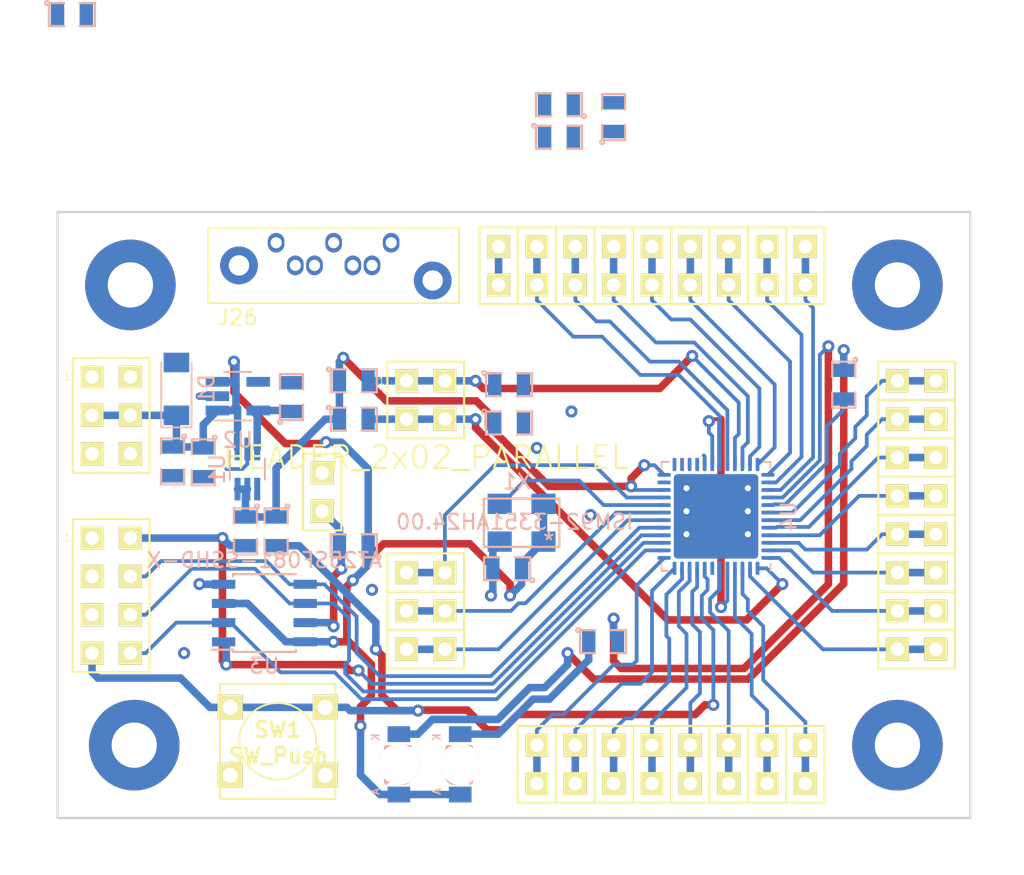
<source format=kicad_pcb>
(kicad_pcb (version 20171130) (host pcbnew 5.0.2)

  (general
    (thickness 1.6)
    (drawings 6)
    (tracks 495)
    (zones 0)
    (modules 63)
    (nets 53)
  )

  (page A4)
  (title_block
    (title NAME)
    (date "%d. %m. %Y")
    (rev REV)
    (company "Mlab www.mlab.cz")
    (comment 1 VERSION)
    (comment 2 "Short description\\nTwo lines are maximum")
    (comment 3 "nickname <email@example.com>")
  )

  (layers
    (0 F.Cu signal)
    (31 B.Cu signal)
    (34 B.Paste user)
    (35 F.Paste user)
    (36 B.SilkS user)
    (37 F.SilkS user)
    (38 B.Mask user)
    (39 F.Mask user)
    (44 Edge.Cuts user)
    (45 Margin user)
    (46 B.CrtYd user)
    (47 F.CrtYd user)
    (48 B.Fab user)
    (49 F.Fab user)
  )

  (setup
    (last_trace_width 0.5)
    (user_trace_width 0.25)
    (trace_clearance 0.2)
    (zone_clearance 0.508)
    (zone_45_only no)
    (trace_min 0.25)
    (segment_width 0.2)
    (edge_width 0.15)
    (via_size 0.8)
    (via_drill 0.4)
    (via_min_size 0.4)
    (via_min_drill 0.3)
    (uvia_size 0.4)
    (uvia_drill 0.2)
    (uvias_allowed no)
    (uvia_min_size 0.2)
    (uvia_min_drill 0.1)
    (pcb_text_width 0.3)
    (pcb_text_size 1.5 1.5)
    (mod_edge_width 0.15)
    (mod_text_size 1 1)
    (mod_text_width 0.15)
    (pad_size 1.524 1.524)
    (pad_drill 0.762)
    (pad_to_mask_clearance 0.2)
    (solder_mask_min_width 0.25)
    (aux_axis_origin 0 0)
    (visible_elements FFFFFF7F)
    (pcbplotparams
      (layerselection 0x00030_80000001)
      (usegerberextensions false)
      (usegerberattributes false)
      (usegerberadvancedattributes false)
      (creategerberjobfile false)
      (excludeedgelayer true)
      (linewidth 0.150000)
      (plotframeref false)
      (viasonmask false)
      (mode 1)
      (useauxorigin false)
      (hpglpennumber 1)
      (hpglpenspeed 20)
      (hpglpendiameter 15.000000)
      (psnegative false)
      (psa4output false)
      (plotreference true)
      (plotvalue true)
      (plotinvisibletext false)
      (padsonsilk false)
      (subtractmaskfromsilk false)
      (outputformat 1)
      (mirror false)
      (drillshape 1)
      (scaleselection 1)
      (outputdirectory ""))
  )

  (net 0 "")
  (net 1 +3V3)
  (net 2 GND)
  (net 3 +1V2)
  (net 4 /VCCIO_1)
  (net 5 "Net-(U2-Pad4)")
  (net 6 /VCCIO_2)
  (net 7 /IOB_6a)
  (net 8 /IOB_9b)
  (net 9 /IOB_8a)
  (net 10 "Net-(U4-Pad7)")
  (net 11 /NRESET)
  (net 12 /SPI_SO)
  (net 13 /SPI_SCK)
  (net 14 /SPI_SS)
  (net 15 /SPI_SI)
  (net 16 /IOT_37a)
  (net 17 /IOT_36b)
  (net 18 /IOT_39a)
  (net 19 /IOT_38b)
  (net 20 /IOT_41a)
  (net 21 "Net-(C5-Pad1)")
  (net 22 /IOT_42b)
  (net 23 /IOT_43a)
  (net 24 /VCCIO_0)
  (net 25 /IOT_44b)
  (net 26 /IOT_46b_G0)
  (net 27 /IOT_48b)
  (net 28 /IOT_45a_G1)
  (net 29 /IOT_50b)
  (net 30 /RGB0)
  (net 31 /RGB1)
  (net 32 /RGB2)
  (net 33 /IOT_51a)
  (net 34 /IOT_49a)
  (net 35 /IOB_3b_G6)
  (net 36 /IOB_5b)
  (net 37 /IOB_0a)
  (net 38 /IOB_2a)
  (net 39 /IOB_4a)
  (net 40 "Net-(J2-Pad1)")
  (net 41 "Net-(D3-Pad1)")
  (net 42 "Net-(D2-Pad1)")
  (net 43 /IOB_13b)
  (net 44 /IOB_16a)
  (net 45 /IOB_18a)
  (net 46 /IOB_20a)
  (net 47 /IOB_22b)
  (net 48 /IOB_24a)
  (net 49 /IOB_31b)
  (net 50 /IOB_29b)
  (net 51 /IOB_25b)
  (net 52 /IOB_23b)

  (net_class Default "This is the default net class."
    (clearance 0.2)
    (trace_width 0.5)
    (via_dia 0.8)
    (via_drill 0.4)
    (uvia_dia 0.4)
    (uvia_drill 0.2)
    (diff_pair_gap 0.25)
    (diff_pair_width 0.4)
    (add_net +1V2)
    (add_net +3V3)
    (add_net /IOB_0a)
    (add_net /IOB_13b)
    (add_net /IOB_16a)
    (add_net /IOB_18a)
    (add_net /IOB_20a)
    (add_net /IOB_22b)
    (add_net /IOB_23b)
    (add_net /IOB_24a)
    (add_net /IOB_25b)
    (add_net /IOB_29b)
    (add_net /IOB_2a)
    (add_net /IOB_31b)
    (add_net /IOB_3b_G6)
    (add_net /IOB_4a)
    (add_net /IOB_5b)
    (add_net /IOB_6a)
    (add_net /IOB_8a)
    (add_net /IOB_9b)
    (add_net /IOT_36b)
    (add_net /IOT_37a)
    (add_net /IOT_38b)
    (add_net /IOT_39a)
    (add_net /IOT_41a)
    (add_net /IOT_42b)
    (add_net /IOT_43a)
    (add_net /IOT_44b)
    (add_net /IOT_45a_G1)
    (add_net /IOT_46b_G0)
    (add_net /IOT_48b)
    (add_net /IOT_49a)
    (add_net /IOT_50b)
    (add_net /IOT_51a)
    (add_net /NRESET)
    (add_net /RGB0)
    (add_net /RGB1)
    (add_net /RGB2)
    (add_net /SPI_SCK)
    (add_net /SPI_SI)
    (add_net /SPI_SO)
    (add_net /SPI_SS)
    (add_net /VCCIO_0)
    (add_net /VCCIO_1)
    (add_net /VCCIO_2)
    (add_net GND)
    (add_net "Net-(C5-Pad1)")
    (add_net "Net-(D2-Pad1)")
    (add_net "Net-(D3-Pad1)")
    (add_net "Net-(J2-Pad1)")
    (add_net "Net-(U2-Pad4)")
    (add_net "Net-(U4-Pad7)")
  )

  (net_class MLAB_power ""
    (clearance 0.4)
    (trace_width 0.7)
    (via_dia 0.8)
    (via_drill 0.6)
    (uvia_dia 0.4)
    (uvia_drill 0.2)
    (diff_pair_gap 0.25)
    (diff_pair_width 0.4)
  )

  (module Package_DFN_QFN:QFN-48-1EP_7x7mm_P0.5mm_EP5.6x5.6mm (layer B.Cu) (tedit 5C26A111) (tstamp 5DADFBA9)
    (at 201.0918 121.7549 90)
    (descr "QFN, 48 Pin (http://www.st.com/resource/en/datasheet/stm32f042k6.pdf#page=94), generated with kicad-footprint-generator ipc_dfn_qfn_generator.py")
    (tags "QFN DFN_QFN")
    (path /5D8C3CD5)
    (attr smd)
    (fp_text reference U4 (at 0 4.82 90) (layer B.SilkS)
      (effects (font (size 1 1) (thickness 0.15)) (justify mirror))
    )
    (fp_text value ICE40UP5K-SG48ITR (at 0 -4.82 90) (layer B.Fab)
      (effects (font (size 1 1) (thickness 0.15)) (justify mirror))
    )
    (fp_line (start 3.135 3.61) (end 3.61 3.61) (layer B.SilkS) (width 0.12))
    (fp_line (start 3.61 3.61) (end 3.61 3.135) (layer B.SilkS) (width 0.12))
    (fp_line (start -3.135 -3.61) (end -3.61 -3.61) (layer B.SilkS) (width 0.12))
    (fp_line (start -3.61 -3.61) (end -3.61 -3.135) (layer B.SilkS) (width 0.12))
    (fp_line (start 3.135 -3.61) (end 3.61 -3.61) (layer B.SilkS) (width 0.12))
    (fp_line (start 3.61 -3.61) (end 3.61 -3.135) (layer B.SilkS) (width 0.12))
    (fp_line (start -3.135 3.61) (end -3.61 3.61) (layer B.SilkS) (width 0.12))
    (fp_line (start -2.5 3.5) (end 3.5 3.5) (layer B.Fab) (width 0.1))
    (fp_line (start 3.5 3.5) (end 3.5 -3.5) (layer B.Fab) (width 0.1))
    (fp_line (start 3.5 -3.5) (end -3.5 -3.5) (layer B.Fab) (width 0.1))
    (fp_line (start -3.5 -3.5) (end -3.5 2.5) (layer B.Fab) (width 0.1))
    (fp_line (start -3.5 2.5) (end -2.5 3.5) (layer B.Fab) (width 0.1))
    (fp_line (start -4.12 4.12) (end -4.12 -4.12) (layer B.CrtYd) (width 0.05))
    (fp_line (start -4.12 -4.12) (end 4.12 -4.12) (layer B.CrtYd) (width 0.05))
    (fp_line (start 4.12 -4.12) (end 4.12 4.12) (layer B.CrtYd) (width 0.05))
    (fp_line (start 4.12 4.12) (end -4.12 4.12) (layer B.CrtYd) (width 0.05))
    (fp_text user %R (at 0 0 90) (layer B.Fab)
      (effects (font (size 1 1) (thickness 0.15)) (justify mirror))
    )
    (pad 49 smd roundrect (at 0 0 90) (size 5.6 5.6) (layers B.Cu B.Mask) (roundrect_rratio 0.044643)
      (net 2 GND))
    (pad "" smd roundrect (at -2.1 2.1 90) (size 1.13 1.13) (layers B.Paste) (roundrect_rratio 0.221239))
    (pad "" smd roundrect (at -2.1 0.7 90) (size 1.13 1.13) (layers B.Paste) (roundrect_rratio 0.221239))
    (pad "" smd roundrect (at -2.1 -0.7 90) (size 1.13 1.13) (layers B.Paste) (roundrect_rratio 0.221239))
    (pad "" smd roundrect (at -2.1 -2.1 90) (size 1.13 1.13) (layers B.Paste) (roundrect_rratio 0.221239))
    (pad "" smd roundrect (at -0.7 2.1 90) (size 1.13 1.13) (layers B.Paste) (roundrect_rratio 0.221239))
    (pad "" smd roundrect (at -0.7 0.7 90) (size 1.13 1.13) (layers B.Paste) (roundrect_rratio 0.221239))
    (pad "" smd roundrect (at -0.7 -0.7 90) (size 1.13 1.13) (layers B.Paste) (roundrect_rratio 0.221239))
    (pad "" smd roundrect (at -0.7 -2.1 90) (size 1.13 1.13) (layers B.Paste) (roundrect_rratio 0.221239))
    (pad "" smd roundrect (at 0.7 2.1 90) (size 1.13 1.13) (layers B.Paste) (roundrect_rratio 0.221239))
    (pad "" smd roundrect (at 0.7 0.7 90) (size 1.13 1.13) (layers B.Paste) (roundrect_rratio 0.221239))
    (pad "" smd roundrect (at 0.7 -0.7 90) (size 1.13 1.13) (layers B.Paste) (roundrect_rratio 0.221239))
    (pad "" smd roundrect (at 0.7 -2.1 90) (size 1.13 1.13) (layers B.Paste) (roundrect_rratio 0.221239))
    (pad "" smd roundrect (at 2.1 2.1 90) (size 1.13 1.13) (layers B.Paste) (roundrect_rratio 0.221239))
    (pad "" smd roundrect (at 2.1 0.7 90) (size 1.13 1.13) (layers B.Paste) (roundrect_rratio 0.221239))
    (pad "" smd roundrect (at 2.1 -0.7 90) (size 1.13 1.13) (layers B.Paste) (roundrect_rratio 0.221239))
    (pad "" smd roundrect (at 2.1 -2.1 90) (size 1.13 1.13) (layers B.Paste) (roundrect_rratio 0.221239))
    (pad 1 smd roundrect (at -3.4375 2.75 90) (size 0.875 0.25) (layers B.Cu B.Paste B.Mask) (roundrect_rratio 0.25)
      (net 6 /VCCIO_2))
    (pad 2 smd roundrect (at -3.4375 2.25 90) (size 0.875 0.25) (layers B.Cu B.Paste B.Mask) (roundrect_rratio 0.25)
      (net 7 /IOB_6a))
    (pad 3 smd roundrect (at -3.4375 1.75 90) (size 0.875 0.25) (layers B.Cu B.Paste B.Mask) (roundrect_rratio 0.25)
      (net 8 /IOB_9b))
    (pad 4 smd roundrect (at -3.4375 1.25 90) (size 0.875 0.25) (layers B.Cu B.Paste B.Mask) (roundrect_rratio 0.25)
      (net 9 /IOB_8a))
    (pad 5 smd roundrect (at -3.4375 0.75 90) (size 0.875 0.25) (layers B.Cu B.Paste B.Mask) (roundrect_rratio 0.25)
      (net 3 +1V2))
    (pad 6 smd roundrect (at -3.4375 0.25 90) (size 0.875 0.25) (layers B.Cu B.Paste B.Mask) (roundrect_rratio 0.25)
      (net 43 /IOB_13b))
    (pad 7 smd roundrect (at -3.4375 -0.25 90) (size 0.875 0.25) (layers B.Cu B.Paste B.Mask) (roundrect_rratio 0.25)
      (net 10 "Net-(U4-Pad7)"))
    (pad 8 smd roundrect (at -3.4375 -0.75 90) (size 0.875 0.25) (layers B.Cu B.Paste B.Mask) (roundrect_rratio 0.25)
      (net 11 /NRESET))
    (pad 9 smd roundrect (at -3.4375 -1.25 90) (size 0.875 0.25) (layers B.Cu B.Paste B.Mask) (roundrect_rratio 0.25)
      (net 44 /IOB_16a))
    (pad 10 smd roundrect (at -3.4375 -1.75 90) (size 0.875 0.25) (layers B.Cu B.Paste B.Mask) (roundrect_rratio 0.25)
      (net 45 /IOB_18a))
    (pad 11 smd roundrect (at -3.4375 -2.25 90) (size 0.875 0.25) (layers B.Cu B.Paste B.Mask) (roundrect_rratio 0.25)
      (net 46 /IOB_20a))
    (pad 12 smd roundrect (at -3.4375 -2.75 90) (size 0.875 0.25) (layers B.Cu B.Paste B.Mask) (roundrect_rratio 0.25)
      (net 47 /IOB_22b))
    (pad 13 smd roundrect (at -2.75 -3.4375 90) (size 0.25 0.875) (layers B.Cu B.Paste B.Mask) (roundrect_rratio 0.25)
      (net 48 /IOB_24a))
    (pad 14 smd roundrect (at -2.25 -3.4375 90) (size 0.25 0.875) (layers B.Cu B.Paste B.Mask) (roundrect_rratio 0.25)
      (net 12 /SPI_SO))
    (pad 15 smd roundrect (at -1.75 -3.4375 90) (size 0.25 0.875) (layers B.Cu B.Paste B.Mask) (roundrect_rratio 0.25)
      (net 13 /SPI_SCK))
    (pad 16 smd roundrect (at -1.25 -3.4375 90) (size 0.25 0.875) (layers B.Cu B.Paste B.Mask) (roundrect_rratio 0.25)
      (net 14 /SPI_SS))
    (pad 17 smd roundrect (at -0.75 -3.4375 90) (size 0.25 0.875) (layers B.Cu B.Paste B.Mask) (roundrect_rratio 0.25)
      (net 15 /SPI_SI))
    (pad 18 smd roundrect (at -0.25 -3.4375 90) (size 0.25 0.875) (layers B.Cu B.Paste B.Mask) (roundrect_rratio 0.25)
      (net 49 /IOB_31b))
    (pad 19 smd roundrect (at 0.25 -3.4375 90) (size 0.25 0.875) (layers B.Cu B.Paste B.Mask) (roundrect_rratio 0.25)
      (net 50 /IOB_29b))
    (pad 20 smd roundrect (at 0.75 -3.4375 90) (size 0.25 0.875) (layers B.Cu B.Paste B.Mask) (roundrect_rratio 0.25)
      (net 51 /IOB_25b))
    (pad 21 smd roundrect (at 1.25 -3.4375 90) (size 0.25 0.875) (layers B.Cu B.Paste B.Mask) (roundrect_rratio 0.25)
      (net 52 /IOB_23b))
    (pad 22 smd roundrect (at 1.75 -3.4375 90) (size 0.25 0.875) (layers B.Cu B.Paste B.Mask) (roundrect_rratio 0.25)
      (net 4 /VCCIO_1))
    (pad 23 smd roundrect (at 2.25 -3.4375 90) (size 0.25 0.875) (layers B.Cu B.Paste B.Mask) (roundrect_rratio 0.25)
      (net 16 /IOT_37a))
    (pad 24 smd roundrect (at 2.75 -3.4375 90) (size 0.25 0.875) (layers B.Cu B.Paste B.Mask) (roundrect_rratio 0.25)
      (net 4 /VCCIO_1))
    (pad 25 smd roundrect (at 3.4375 -2.75 90) (size 0.875 0.25) (layers B.Cu B.Paste B.Mask) (roundrect_rratio 0.25)
      (net 17 /IOT_36b))
    (pad 26 smd roundrect (at 3.4375 -2.25 90) (size 0.875 0.25) (layers B.Cu B.Paste B.Mask) (roundrect_rratio 0.25)
      (net 18 /IOT_39a))
    (pad 27 smd roundrect (at 3.4375 -1.75 90) (size 0.875 0.25) (layers B.Cu B.Paste B.Mask) (roundrect_rratio 0.25)
      (net 19 /IOT_38b))
    (pad 28 smd roundrect (at 3.4375 -1.25 90) (size 0.875 0.25) (layers B.Cu B.Paste B.Mask) (roundrect_rratio 0.25)
      (net 20 /IOT_41a))
    (pad 29 smd roundrect (at 3.4375 -0.75 90) (size 0.875 0.25) (layers B.Cu B.Paste B.Mask) (roundrect_rratio 0.25)
      (net 21 "Net-(C5-Pad1)"))
    (pad 30 smd roundrect (at 3.4375 -0.25 90) (size 0.875 0.25) (layers B.Cu B.Paste B.Mask) (roundrect_rratio 0.25)
      (net 3 +1V2))
    (pad 31 smd roundrect (at 3.4375 0.25 90) (size 0.875 0.25) (layers B.Cu B.Paste B.Mask) (roundrect_rratio 0.25)
      (net 22 /IOT_42b))
    (pad 32 smd roundrect (at 3.4375 0.75 90) (size 0.875 0.25) (layers B.Cu B.Paste B.Mask) (roundrect_rratio 0.25)
      (net 23 /IOT_43a))
    (pad 33 smd roundrect (at 3.4375 1.25 90) (size 0.875 0.25) (layers B.Cu B.Paste B.Mask) (roundrect_rratio 0.25)
      (net 24 /VCCIO_0))
    (pad 34 smd roundrect (at 3.4375 1.75 90) (size 0.875 0.25) (layers B.Cu B.Paste B.Mask) (roundrect_rratio 0.25)
      (net 25 /IOT_44b))
    (pad 35 smd roundrect (at 3.4375 2.25 90) (size 0.875 0.25) (layers B.Cu B.Paste B.Mask) (roundrect_rratio 0.25)
      (net 26 /IOT_46b_G0))
    (pad 36 smd roundrect (at 3.4375 2.75 90) (size 0.875 0.25) (layers B.Cu B.Paste B.Mask) (roundrect_rratio 0.25)
      (net 27 /IOT_48b))
    (pad 37 smd roundrect (at 2.75 3.4375 90) (size 0.25 0.875) (layers B.Cu B.Paste B.Mask) (roundrect_rratio 0.25)
      (net 28 /IOT_45a_G1))
    (pad 38 smd roundrect (at 2.25 3.4375 90) (size 0.25 0.875) (layers B.Cu B.Paste B.Mask) (roundrect_rratio 0.25)
      (net 29 /IOT_50b))
    (pad 39 smd roundrect (at 1.75 3.4375 90) (size 0.25 0.875) (layers B.Cu B.Paste B.Mask) (roundrect_rratio 0.25)
      (net 30 /RGB0))
    (pad 40 smd roundrect (at 1.25 3.4375 90) (size 0.25 0.875) (layers B.Cu B.Paste B.Mask) (roundrect_rratio 0.25)
      (net 31 /RGB1))
    (pad 41 smd roundrect (at 0.75 3.4375 90) (size 0.25 0.875) (layers B.Cu B.Paste B.Mask) (roundrect_rratio 0.25)
      (net 32 /RGB2))
    (pad 42 smd roundrect (at 0.25 3.4375 90) (size 0.25 0.875) (layers B.Cu B.Paste B.Mask) (roundrect_rratio 0.25)
      (net 33 /IOT_51a))
    (pad 43 smd roundrect (at -0.25 3.4375 90) (size 0.25 0.875) (layers B.Cu B.Paste B.Mask) (roundrect_rratio 0.25)
      (net 34 /IOT_49a))
    (pad 44 smd roundrect (at -0.75 3.4375 90) (size 0.25 0.875) (layers B.Cu B.Paste B.Mask) (roundrect_rratio 0.25)
      (net 35 /IOB_3b_G6))
    (pad 45 smd roundrect (at -1.25 3.4375 90) (size 0.25 0.875) (layers B.Cu B.Paste B.Mask) (roundrect_rratio 0.25)
      (net 36 /IOB_5b))
    (pad 46 smd roundrect (at -1.75 3.4375 90) (size 0.25 0.875) (layers B.Cu B.Paste B.Mask) (roundrect_rratio 0.25)
      (net 37 /IOB_0a))
    (pad 47 smd roundrect (at -2.25 3.4375 90) (size 0.25 0.875) (layers B.Cu B.Paste B.Mask) (roundrect_rratio 0.25)
      (net 38 /IOB_2a))
    (pad 48 smd roundrect (at -2.75 3.4375 90) (size 0.25 0.875) (layers B.Cu B.Paste B.Mask) (roundrect_rratio 0.25)
      (net 39 /IOB_4a))
    (model ${KISYS3DMOD}/Package_DFN_QFN.3dshapes/QFN-48-1EP_7x7mm_P0.5mm_EP5.6x5.6mm.wrl
      (at (xyz 0 0 0))
      (scale (xyz 1 1 1))
      (rotate (xyz 0 0 0))
    )
  )

  (module Mlab_CON:SATA-7_THT_VERT_2 (layer F.Cu) (tedit 5AA8FAC9) (tstamp 5DAEFE62)
    (at 171.958 103.632 180)
    (path /5DC4B4C2)
    (fp_text reference J26 (at 2.54 -4.953 180) (layer F.SilkS)
      (effects (font (size 1 1) (thickness 0.15)))
    )
    (fp_text value SATA (at -3.048 2.286 180) (layer F.Fab) hide
      (effects (font (size 1 1) (thickness 0.15)))
    )
    (fp_line (start 4.572 -4.064) (end -12.192 -4.064) (layer F.Fab) (width 0.1))
    (fp_line (start 4.572 1.143) (end 4.572 -4.064) (layer F.Fab) (width 0.1))
    (fp_line (start -12.192 1.143) (end 4.572 1.143) (layer F.Fab) (width 0.1))
    (fp_line (start -12.192 -4.064) (end -12.192 1.143) (layer F.Fab) (width 0.1))
    (fp_text user %R (at -3.81 -2.921 180) (layer F.Fab)
      (effects (font (size 1 1) (thickness 0.15)))
    )
    (fp_line (start 4.74 1.25) (end -12.36 1.25) (layer F.CrtYd) (width 0.05))
    (fp_line (start 4.74 1.25) (end 4.74 -4.25) (layer F.CrtYd) (width 0.05))
    (fp_line (start -12.36 -4.25) (end -12.36 1.25) (layer F.CrtYd) (width 0.05))
    (fp_line (start -12.36 -4.25) (end 4.74 -4.25) (layer F.CrtYd) (width 0.05))
    (fp_line (start -12.11 1) (end -12.11 -4) (layer F.SilkS) (width 0.12))
    (fp_line (start 4.49 1) (end -12.11 1) (layer F.SilkS) (width 0.12))
    (fp_line (start 4.49 -4) (end 4.49 1) (layer F.SilkS) (width 0.12))
    (fp_line (start -12.11 -4) (end 4.49 -4) (layer F.SilkS) (width 0.12))
    (pad 1 thru_hole oval (at 0 0 180) (size 1.1 1.3) (drill 0.74) (layers *.Cu *.Mask)
      (net 2 GND))
    (pad 4 thru_hole oval (at -3.81 0 180) (size 1.1 1.3) (drill 0.74) (layers *.Cu *.Mask)
      (net 2 GND))
    (pad 7 thru_hole oval (at -7.62 0 180) (size 1.1 1.3) (drill 0.74) (layers *.Cu *.Mask)
      (net 2 GND))
    (pad 6 thru_hole oval (at -6.35 -1.5 180) (size 1.1 1.3) (drill 0.74) (layers *.Cu *.Mask)
      (net 19 /IOT_38b))
    (pad 5 thru_hole oval (at -5.08 -1.5 180) (size 1.1 1.3) (drill 0.74) (layers *.Cu *.Mask)
      (net 18 /IOT_39a))
    (pad 3 thru_hole oval (at -2.54 -1.5 180) (size 1.1 1.3) (drill 0.74) (layers *.Cu *.Mask)
      (net 17 /IOT_36b))
    (pad 8 thru_hole circle (at -10.37 -2.5 180) (size 2.5 2.5) (drill 1.35) (layers *.Cu *.Mask))
    (pad 2 thru_hole oval (at -1.27 -1.5 180) (size 1.1 1.3) (drill 0.74) (layers *.Cu *.Mask)
      (net 16 /IOT_37a))
    (pad 9 thru_hole circle (at 2.46 -1.5 180) (size 2.5 2.5) (drill 1.35) (layers *.Cu *.Mask))
  )

  (module Mlab_Pin_Headers:Straight_2x01 (layer F.Cu) (tedit 5C6D1993) (tstamp 5DAEFCF4)
    (at 201.93 138.176 270)
    (descr "pin header straight 2x01")
    (tags "pin header straight 2x01")
    (path /5DB8B435)
    (fp_text reference J5 (at 0 -2.54 270) (layer F.SilkS) hide
      (effects (font (size 1.5 1.5) (thickness 0.15)))
    )
    (fp_text value HEADER_2x01_PARALLEL (at 0 2.54 270) (layer F.SilkS) hide
      (effects (font (size 1.5 1.5) (thickness 0.15)))
    )
    (fp_line (start -2.54 -1.27) (end 2.54 -1.27) (layer F.SilkS) (width 0.15))
    (fp_line (start 2.54 -1.27) (end 2.54 1.27) (layer F.SilkS) (width 0.15))
    (fp_line (start 2.54 1.27) (end -2.54 1.27) (layer F.SilkS) (width 0.15))
    (fp_line (start -2.54 1.27) (end -2.54 -1.27) (layer F.SilkS) (width 0.15))
    (pad 1 thru_hole rect (at -1.27 0 270) (size 1.524 1.524) (drill 0.889) (layers *.Cu *.Mask F.SilkS)
      (net 43 /IOB_13b))
    (pad 2 thru_hole rect (at 1.27 0 270) (size 1.524 1.524) (drill 0.889) (layers *.Cu *.Mask F.SilkS)
      (net 43 /IOB_13b))
    (model ${KISYS3DMOD}/Connector_PinHeader_2.54mm.3dshapes/PinHeader_2x01_P2.54mm_Vertical.wrl
      (offset (xyz -1.27 0 0))
      (scale (xyz 1 1 1))
      (rotate (xyz 0 0 0))
    )
  )

  (module Mlab_XTAL:ISM92 (layer B.Cu) (tedit 57D13E37) (tstamp 5DAFC238)
    (at 188.214 122.174 180)
    (tags ISM92)
    (path /5DA56EDD)
    (fp_text reference X1 (at 0.3048 2.7178 180) (layer B.SilkS)
      (effects (font (size 1 1) (thickness 0.15)) (justify mirror))
    )
    (fp_text value ISM92-3351AH24.00 (at 0.4572 0.0508 180) (layer B.SilkS)
      (effects (font (size 1 1) (thickness 0.15)) (justify mirror))
    )
    (fp_line (start -2.5 -1.6) (end -2.5 1.6) (layer B.SilkS) (width 0.15))
    (fp_line (start 2.5 -1.6) (end -2.5 -1.6) (layer B.SilkS) (width 0.15))
    (fp_line (start 2.5 1.6) (end 2.5 -1.6) (layer B.SilkS) (width 0.15))
    (fp_line (start -2.5 1.6) (end 2.5 1.6) (layer B.SilkS) (width 0.15))
    (fp_text user * (at -1.8034 -1.2065 180) (layer B.SilkS)
      (effects (font (size 1 1) (thickness 0.15)) (justify mirror))
    )
    (pad 4 smd rect (at -1.45 1.25 180) (size 1.6 1.35) (layers B.Cu B.Paste B.Mask)
      (net 1 +3V3))
    (pad 3 smd rect (at 1.45 1.25 180) (size 1.6 1.35) (layers B.Cu B.Paste B.Mask)
      (net 51 /IOB_25b))
    (pad 2 smd rect (at 1.45 -1.25 180) (size 1.6 1.35) (layers B.Cu B.Paste B.Mask)
      (net 2 GND))
    (pad 1 smd rect (at -1.45 -1.25 180) (size 1.6 1.35) (layers B.Cu B.Paste B.Mask)
      (net 1 +3V3))
  )

  (module Mlab_D:Diode-MiniMELF_Standard (layer B.Cu) (tedit 5905D8F5) (tstamp 5DB25A82)
    (at 165.354 113.312 90)
    (descr "Diode Mini-MELF")
    (tags "Diode Mini-MELF")
    (path /5B4DE0B5)
    (attr smd)
    (fp_text reference D1 (at 0 2 90) (layer B.SilkS)
      (effects (font (size 1 1) (thickness 0.15)) (justify mirror))
    )
    (fp_text value 0.0V (at 0 -1.75 90) (layer B.Fab)
      (effects (font (size 1 1) (thickness 0.15)) (justify mirror))
    )
    (fp_text user %R (at 0 2 90) (layer B.Fab)
      (effects (font (size 1 1) (thickness 0.15)) (justify mirror))
    )
    (fp_line (start 1.75 1) (end -2.55 1) (layer B.SilkS) (width 0.12))
    (fp_line (start -2.55 1) (end -2.55 -1) (layer B.SilkS) (width 0.12))
    (fp_line (start -2.55 -1) (end 1.75 -1) (layer B.SilkS) (width 0.12))
    (fp_line (start 1.65 0.8) (end 1.65 -0.8) (layer B.Fab) (width 0.1))
    (fp_line (start 1.65 -0.8) (end -1.65 -0.8) (layer B.Fab) (width 0.1))
    (fp_line (start -1.65 -0.8) (end -1.65 0.8) (layer B.Fab) (width 0.1))
    (fp_line (start -1.65 0.8) (end 1.65 0.8) (layer B.Fab) (width 0.1))
    (fp_line (start 0.25 0) (end 0.75 0) (layer B.Fab) (width 0.1))
    (fp_line (start 0.25 -0.4) (end -0.35 0) (layer B.Fab) (width 0.1))
    (fp_line (start 0.25 0.4) (end 0.25 -0.4) (layer B.Fab) (width 0.1))
    (fp_line (start -0.35 0) (end 0.25 0.4) (layer B.Fab) (width 0.1))
    (fp_line (start -0.35 0) (end -0.35 -0.55) (layer B.Fab) (width 0.1))
    (fp_line (start -0.35 0) (end -0.35 0.55) (layer B.Fab) (width 0.1))
    (fp_line (start -0.75 0) (end -0.35 0) (layer B.Fab) (width 0.1))
    (fp_line (start -2.65 1.1) (end 2.65 1.1) (layer B.CrtYd) (width 0.05))
    (fp_line (start 2.65 1.1) (end 2.65 -1.1) (layer B.CrtYd) (width 0.05))
    (fp_line (start 2.65 -1.1) (end -2.65 -1.1) (layer B.CrtYd) (width 0.05))
    (fp_line (start -2.65 -1.1) (end -2.65 1.1) (layer B.CrtYd) (width 0.05))
    (pad 1 smd rect (at -1.75 0 90) (size 1.3 1.7) (layers B.Cu B.Paste B.Mask)
      (net 1 +3V3))
    (pad 2 smd rect (at 1.75 0 90) (size 1.3 1.7) (layers B.Cu B.Paste B.Mask)
      (net 2 GND))
    (model ${KISYS3DMOD}/Diode_SMD.3dshapes/D_MiniMELF.wrl
      (at (xyz 0 0 0))
      (scale (xyz 1 1 1))
      (rotate (xyz 0 0 0))
    )
  )

  (module Mlab_D:LED_1206 (layer B.Cu) (tedit 5C6D8605) (tstamp 5DB24472)
    (at 184.15 138.176 90)
    (descr "Diode Mini-MELF Standard")
    (tags "Diode Mini-MELF Standard")
    (path /5D8D5BC0)
    (attr smd)
    (fp_text reference D2 (at 0 0 90) (layer B.SilkS)
      (effects (font (size 1.524 1.524) (thickness 0.3048)) (justify mirror))
    )
    (fp_text value LED (at 0 -3.81 90) (layer B.SilkS) hide
      (effects (font (size 1.524 1.524) (thickness 0.3048)) (justify mirror))
    )
    (fp_text user K (at 1.8542 -0.0508 90) (layer B.Fab)
      (effects (font (size 1.27 1.27) (thickness 0.15)) (justify mirror))
    )
    (fp_line (start -2.4638 1.4224) (end 2.4892 1.4224) (layer B.Fab) (width 0.15))
    (fp_line (start 2.5146 1.4224) (end 2.5146 -1.4224) (layer B.Fab) (width 0.15))
    (fp_line (start 2.4384 -1.4224) (end -2.5146 -1.4224) (layer B.Fab) (width 0.15))
    (fp_line (start -2.5146 -1.4224) (end -2.5146 1.4224) (layer B.Fab) (width 0.15))
    (fp_text user %R (at 0 0 90) (layer B.Fab)
      (effects (font (size 1.27 1.27) (thickness 0.15)) (justify mirror))
    )
    (fp_text user K (at 1.80086 -1.5494 90) (layer B.SilkS)
      (effects (font (size 0.50038 0.50038) (thickness 0.09906)) (justify mirror))
    )
    (fp_text user A (at -1.80086 -1.5494 90) (layer B.SilkS)
      (effects (font (size 0.50038 0.50038) (thickness 0.09906)) (justify mirror))
    )
    (pad "" np_thru_hole circle (at 0 0 90) (size 2.7 2.7) (drill 2.7) (layers *.Cu *.Mask B.SilkS))
    (pad 1 smd rect (at 2 0 90) (size 1.05 1.5) (layers B.Cu B.Paste B.Mask)
      (net 42 "Net-(D2-Pad1)"))
    (pad 2 smd rect (at -2 0 90) (size 1.05 1.5) (layers B.Cu B.Paste B.Mask)
      (net 1 +3V3))
    (model MLAB_3D/Diodes/MiniMELF_DO213AA.wrl
      (at (xyz 0 0 0))
      (scale (xyz 0.3937 0.3937 0.3937))
      (rotate (xyz 0 0 0))
    )
  )

  (module Mlab_D:LED_1206 (layer B.Cu) (tedit 5C6D8605) (tstamp 5DB24463)
    (at 180.086 138.176 90)
    (descr "Diode Mini-MELF Standard")
    (tags "Diode Mini-MELF Standard")
    (path /5D8D5B1B)
    (attr smd)
    (fp_text reference D3 (at 0 0 90) (layer B.SilkS)
      (effects (font (size 1.524 1.524) (thickness 0.3048)) (justify mirror))
    )
    (fp_text value LED (at 0 -3.81 90) (layer B.SilkS) hide
      (effects (font (size 1.524 1.524) (thickness 0.3048)) (justify mirror))
    )
    (fp_text user A (at -1.80086 -1.5494 90) (layer B.SilkS)
      (effects (font (size 0.50038 0.50038) (thickness 0.09906)) (justify mirror))
    )
    (fp_text user K (at 1.80086 -1.5494 90) (layer B.SilkS)
      (effects (font (size 0.50038 0.50038) (thickness 0.09906)) (justify mirror))
    )
    (fp_text user %R (at 0 0 90) (layer B.Fab)
      (effects (font (size 1.27 1.27) (thickness 0.15)) (justify mirror))
    )
    (fp_line (start -2.5146 -1.4224) (end -2.5146 1.4224) (layer B.Fab) (width 0.15))
    (fp_line (start 2.4384 -1.4224) (end -2.5146 -1.4224) (layer B.Fab) (width 0.15))
    (fp_line (start 2.5146 1.4224) (end 2.5146 -1.4224) (layer B.Fab) (width 0.15))
    (fp_line (start -2.4638 1.4224) (end 2.4892 1.4224) (layer B.Fab) (width 0.15))
    (fp_text user K (at 1.8542 -0.0508 90) (layer B.Fab)
      (effects (font (size 1.27 1.27) (thickness 0.15)) (justify mirror))
    )
    (pad 2 smd rect (at -2 0 90) (size 1.05 1.5) (layers B.Cu B.Paste B.Mask)
      (net 1 +3V3))
    (pad 1 smd rect (at 2 0 90) (size 1.05 1.5) (layers B.Cu B.Paste B.Mask)
      (net 41 "Net-(D3-Pad1)"))
    (pad "" np_thru_hole circle (at 0 0 90) (size 2.7 2.7) (drill 2.7) (layers *.Cu *.Mask B.SilkS))
    (model MLAB_3D/Diodes/MiniMELF_DO213AA.wrl
      (at (xyz 0 0 0))
      (scale (xyz 0.3937 0.3937 0.3937))
      (rotate (xyz 0 0 0))
    )
  )

  (module Mlab_IO:SOIC-8_3.9x4.9mm_Pitch1.27mm (layer B.Cu) (tedit 5C80C801) (tstamp 5DAF44FF)
    (at 171.18076 128.1557)
    (descr "8-Lead Plastic Small Outline (SN) - Narrow, 3.90 mm Body [SOIC] (see Microchip Packaging Specification 00000049BS.pdf)")
    (tags "SOIC 1.27")
    (path /5E086457)
    (attr smd)
    (fp_text reference U3 (at 0 3.5) (layer B.SilkS)
      (effects (font (size 1 1) (thickness 0.15)) (justify mirror))
    )
    (fp_text value AT25SF081-SSHD-X (at 0 -3.5) (layer B.SilkS)
      (effects (font (size 1 1) (thickness 0.15)) (justify mirror))
    )
    (fp_line (start -3.75 2.75) (end -3.75 -2.75) (layer B.CrtYd) (width 0.05))
    (fp_line (start 3.75 2.75) (end 3.75 -2.75) (layer B.CrtYd) (width 0.05))
    (fp_line (start -3.75 2.75) (end 3.75 2.75) (layer B.CrtYd) (width 0.05))
    (fp_line (start -3.75 -2.75) (end 3.75 -2.75) (layer B.CrtYd) (width 0.05))
    (fp_line (start -2.075 2.575) (end -2.075 2.43) (layer B.Fab) (width 0.15))
    (fp_line (start 2.075 2.575) (end 2.075 2.43) (layer B.SilkS) (width 0.15))
    (fp_line (start 2.075 -2.575) (end 2.075 -2.43) (layer B.Fab) (width 0.15))
    (fp_line (start -2.075 -2.575) (end -2.075 -2.43) (layer B.Fab) (width 0.15))
    (fp_line (start -2.075 2.575) (end 2.075 2.575) (layer B.SilkS) (width 0.15))
    (fp_line (start -2.075 -2.575) (end 2.075 -2.575) (layer B.SilkS) (width 0.15))
    (fp_line (start -2.075 2.43) (end -3.475 2.43) (layer B.SilkS) (width 0.15))
    (fp_line (start -2.0828 2.575) (end 2.0672 2.575) (layer B.Fab) (width 0.15))
    (fp_line (start -2.075 2.43) (end -3.475 2.43) (layer B.Fab) (width 0.15))
    (fp_line (start -2.075 2.575) (end -2.075 2.43) (layer B.SilkS) (width 0.15))
    (fp_line (start 2.075 2.575) (end 2.075 2.43) (layer B.Fab) (width 0.15))
    (fp_line (start -2.075 -2.575) (end -2.075 -2.43) (layer B.SilkS) (width 0.15))
    (fp_line (start -2.075 -2.575) (end 2.075 -2.575) (layer B.Fab) (width 0.15))
    (fp_line (start 2.075 -2.575) (end 2.075 -2.43) (layer B.Fab) (width 0.15))
    (fp_text user %R (at -0.0254 -0.0762) (layer B.Fab)
      (effects (font (size 1 1) (thickness 0.15)) (justify mirror))
    )
    (pad 1 smd rect (at -2.7 1.905) (size 1.55 0.6) (layers B.Cu B.Paste B.Mask)
      (net 14 /SPI_SS))
    (pad 2 smd rect (at -2.7 0.635) (size 1.55 0.6) (layers B.Cu B.Paste B.Mask)
      (net 12 /SPI_SO))
    (pad 3 smd rect (at -2.7 -0.635) (size 1.55 0.6) (layers B.Cu B.Paste B.Mask)
      (net 1 +3V3))
    (pad 4 smd rect (at -2.7 -1.905) (size 1.55 0.6) (layers B.Cu B.Paste B.Mask)
      (net 2 GND))
    (pad 5 smd rect (at 2.7 -1.905) (size 1.55 0.6) (layers B.Cu B.Paste B.Mask)
      (net 15 /SPI_SI))
    (pad 6 smd rect (at 2.7 -0.635) (size 1.55 0.6) (layers B.Cu B.Paste B.Mask)
      (net 13 /SPI_SCK))
    (pad 7 smd rect (at 2.7 0.635) (size 1.55 0.6) (layers B.Cu B.Paste B.Mask)
      (net 40 "Net-(J2-Pad1)"))
    (pad 8 smd rect (at 2.7 1.905) (size 1.55 0.6) (layers B.Cu B.Paste B.Mask)
      (net 1 +3V3))
    (model ${KISYS3DMOD}/Package_SO.3dshapes/SOIC-8_3.9x4.9mm_P1.27mm.wrl
      (at (xyz 0 0 0))
      (scale (xyz 1 1 1))
      (rotate (xyz 0 0 0))
    )
  )

  (module Mlab_Mechanical:MountingHole_3mm placed (layer F.Cu) (tedit 5A99DD0D) (tstamp 5DAF669F)
    (at 213.106 136.906)
    (descr "Mounting hole, Befestigungsbohrung, 3mm, No Annular, Kein Restring,")
    (tags "Mounting hole, Befestigungsbohrung, 3mm, No Annular, Kein Restring,")
    (path /549D7549)
    (fp_text reference M1 (at 0 -4.191) (layer F.SilkS) hide
      (effects (font (size 1.524 1.524) (thickness 0.3048)))
    )
    (fp_text value HOLE (at 0 4.191) (layer F.SilkS) hide
      (effects (font (size 1.524 1.524) (thickness 0.3048)))
    )
    (fp_circle (center 0 0) (end 2.99974 0) (layer Cmts.User) (width 0.381))
    (pad 1 thru_hole circle (at 0 0) (size 6 6) (drill 3) (layers *.Cu *.Adhes *.Mask)
      (net 2 GND) (clearance 1) (zone_connect 2))
    (model ${MLAB}/src/3d/mechanical/m3_komplet.step
      (at (xyz 0 0 0))
      (scale (xyz 1 1 1))
      (rotate (xyz 0 0 0))
    )
  )

  (module Mlab_Mechanical:MountingHole_3mm placed (layer F.Cu) (tedit 5A99DD0D) (tstamp 5DAF63C1)
    (at 213.106 106.426)
    (descr "Mounting hole, Befestigungsbohrung, 3mm, No Annular, Kein Restring,")
    (tags "Mounting hole, Befestigungsbohrung, 3mm, No Annular, Kein Restring,")
    (path /549D7628)
    (fp_text reference M2 (at 0 -4.191) (layer F.SilkS) hide
      (effects (font (size 1.524 1.524) (thickness 0.3048)))
    )
    (fp_text value HOLE (at 0 4.191) (layer F.SilkS) hide
      (effects (font (size 1.524 1.524) (thickness 0.3048)))
    )
    (fp_circle (center 0 0) (end 2.99974 0) (layer Cmts.User) (width 0.381))
    (pad 1 thru_hole circle (at 0 0) (size 6 6) (drill 3) (layers *.Cu *.Adhes *.Mask)
      (net 2 GND) (clearance 1) (zone_connect 2))
    (model ${MLAB}/src/3d/mechanical/m3_komplet.step
      (at (xyz 0 0 0))
      (scale (xyz 1 1 1))
      (rotate (xyz 0 0 0))
    )
  )

  (module Mlab_Mechanical:MountingHole_3mm placed (layer F.Cu) (tedit 5A99DD0D) (tstamp 5DAEE584)
    (at 162.306 106.426)
    (descr "Mounting hole, Befestigungsbohrung, 3mm, No Annular, Kein Restring,")
    (tags "Mounting hole, Befestigungsbohrung, 3mm, No Annular, Kein Restring,")
    (path /549D7646)
    (fp_text reference M3 (at 0 -4.191) (layer F.SilkS) hide
      (effects (font (size 1.524 1.524) (thickness 0.3048)))
    )
    (fp_text value HOLE (at 0 4.191) (layer F.SilkS) hide
      (effects (font (size 1.524 1.524) (thickness 0.3048)))
    )
    (fp_circle (center 0 0) (end 2.99974 0) (layer Cmts.User) (width 0.381))
    (pad 1 thru_hole circle (at 0 0) (size 6 6) (drill 3) (layers *.Cu *.Adhes *.Mask)
      (net 2 GND) (clearance 1) (zone_connect 2))
    (model ${MLAB}/src/3d/mechanical/m3_komplet.step
      (at (xyz 0 0 0))
      (scale (xyz 1 1 1))
      (rotate (xyz 0 0 0))
    )
  )

  (module Mlab_Mechanical:MountingHole_3mm placed (layer F.Cu) (tedit 5A99DD0D) (tstamp 5DADFC58)
    (at 162.56 136.906)
    (descr "Mounting hole, Befestigungsbohrung, 3mm, No Annular, Kein Restring,")
    (tags "Mounting hole, Befestigungsbohrung, 3mm, No Annular, Kein Restring,")
    (path /549D7665)
    (fp_text reference M4 (at 0 -4.191) (layer F.SilkS) hide
      (effects (font (size 1.524 1.524) (thickness 0.3048)))
    )
    (fp_text value HOLE (at 0 4.191) (layer F.SilkS) hide
      (effects (font (size 1.524 1.524) (thickness 0.3048)))
    )
    (fp_circle (center 0 0) (end 2.99974 0) (layer Cmts.User) (width 0.381))
    (pad 1 thru_hole circle (at 0 0) (size 6 6) (drill 3) (layers *.Cu *.Adhes *.Mask)
      (net 2 GND) (clearance 1) (zone_connect 2))
    (model ${MLAB}/src/3d/mechanical/m3_komplet.step
      (at (xyz 0 0 0))
      (scale (xyz 1 1 1))
      (rotate (xyz 0 0 0))
    )
  )

  (module Mlab_Pin_Headers:Straight_2x01 (layer F.Cu) (tedit 5C6D1993) (tstamp 5DAFB7CA)
    (at 189.23 138.176 270)
    (descr "pin header straight 2x01")
    (tags "pin header straight 2x01")
    (path /5DBA7042)
    (fp_text reference J11 (at 0 -2.54 270) (layer F.SilkS) hide
      (effects (font (size 1.5 1.5) (thickness 0.15)))
    )
    (fp_text value HEADER_2x01_PARALLEL (at 0 2.54 270) (layer F.SilkS) hide
      (effects (font (size 1.5 1.5) (thickness 0.15)))
    )
    (fp_line (start -2.54 1.27) (end -2.54 -1.27) (layer F.SilkS) (width 0.15))
    (fp_line (start 2.54 1.27) (end -2.54 1.27) (layer F.SilkS) (width 0.15))
    (fp_line (start 2.54 -1.27) (end 2.54 1.27) (layer F.SilkS) (width 0.15))
    (fp_line (start -2.54 -1.27) (end 2.54 -1.27) (layer F.SilkS) (width 0.15))
    (pad 2 thru_hole rect (at 1.27 0 270) (size 1.524 1.524) (drill 0.889) (layers *.Cu *.Mask F.SilkS)
      (net 48 /IOB_24a))
    (pad 1 thru_hole rect (at -1.27 0 270) (size 1.524 1.524) (drill 0.889) (layers *.Cu *.Mask F.SilkS)
      (net 48 /IOB_24a))
    (model ${KISYS3DMOD}/Connector_PinHeader_2.54mm.3dshapes/PinHeader_2x01_P2.54mm_Vertical.wrl
      (offset (xyz -1.27 0 0))
      (scale (xyz 1 1 1))
      (rotate (xyz 0 0 0))
    )
  )

  (module Mlab_Pin_Headers:Straight_2x01 (layer F.Cu) (tedit 5C6D1993) (tstamp 5DB24413)
    (at 191.77 138.176 270)
    (descr "pin header straight 2x01")
    (tags "pin header straight 2x01")
    (path /5DB96088)
    (fp_text reference J9 (at 0 -2.54 270) (layer F.SilkS) hide
      (effects (font (size 1.5 1.5) (thickness 0.15)))
    )
    (fp_text value HEADER_2x01_PARALLEL (at 0 2.54 270) (layer F.SilkS) hide
      (effects (font (size 1.5 1.5) (thickness 0.15)))
    )
    (fp_line (start -2.54 -1.27) (end 2.54 -1.27) (layer F.SilkS) (width 0.15))
    (fp_line (start 2.54 -1.27) (end 2.54 1.27) (layer F.SilkS) (width 0.15))
    (fp_line (start 2.54 1.27) (end -2.54 1.27) (layer F.SilkS) (width 0.15))
    (fp_line (start -2.54 1.27) (end -2.54 -1.27) (layer F.SilkS) (width 0.15))
    (pad 1 thru_hole rect (at -1.27 0 270) (size 1.524 1.524) (drill 0.889) (layers *.Cu *.Mask F.SilkS)
      (net 47 /IOB_22b))
    (pad 2 thru_hole rect (at 1.27 0 270) (size 1.524 1.524) (drill 0.889) (layers *.Cu *.Mask F.SilkS)
      (net 47 /IOB_22b))
    (model ${KISYS3DMOD}/Connector_PinHeader_2.54mm.3dshapes/PinHeader_2x01_P2.54mm_Vertical.wrl
      (offset (xyz -1.27 0 0))
      (scale (xyz 1 1 1))
      (rotate (xyz 0 0 0))
    )
  )

  (module Mlab_Pin_Headers:Straight_2x01 (layer F.Cu) (tedit 5C6D1993) (tstamp 5DB24409)
    (at 194.31 138.176 270)
    (descr "pin header straight 2x01")
    (tags "pin header straight 2x01")
    (path /5DB9A561)
    (fp_text reference J8 (at 0 -2.54 270) (layer F.SilkS) hide
      (effects (font (size 1.5 1.5) (thickness 0.15)))
    )
    (fp_text value HEADER_2x01_PARALLEL (at 0 2.54 270) (layer F.SilkS) hide
      (effects (font (size 1.5 1.5) (thickness 0.15)))
    )
    (fp_line (start -2.54 1.27) (end -2.54 -1.27) (layer F.SilkS) (width 0.15))
    (fp_line (start 2.54 1.27) (end -2.54 1.27) (layer F.SilkS) (width 0.15))
    (fp_line (start 2.54 -1.27) (end 2.54 1.27) (layer F.SilkS) (width 0.15))
    (fp_line (start -2.54 -1.27) (end 2.54 -1.27) (layer F.SilkS) (width 0.15))
    (pad 2 thru_hole rect (at 1.27 0 270) (size 1.524 1.524) (drill 0.889) (layers *.Cu *.Mask F.SilkS)
      (net 46 /IOB_20a))
    (pad 1 thru_hole rect (at -1.27 0 270) (size 1.524 1.524) (drill 0.889) (layers *.Cu *.Mask F.SilkS)
      (net 46 /IOB_20a))
    (model ${KISYS3DMOD}/Connector_PinHeader_2.54mm.3dshapes/PinHeader_2x01_P2.54mm_Vertical.wrl
      (offset (xyz -1.27 0 0))
      (scale (xyz 1 1 1))
      (rotate (xyz 0 0 0))
    )
  )

  (module Mlab_Pin_Headers:Straight_2x01 (layer F.Cu) (tedit 5C6D1993) (tstamp 5DB243FF)
    (at 191.77 105.156 270)
    (descr "pin header straight 2x01")
    (tags "pin header straight 2x01")
    (path /5DA85297)
    (fp_text reference J17 (at 0 -2.54 270) (layer F.SilkS) hide
      (effects (font (size 1.5 1.5) (thickness 0.15)))
    )
    (fp_text value HEADER_2x01_PARALLEL (at 0 2.54 270) (layer F.SilkS) hide
      (effects (font (size 1.5 1.5) (thickness 0.15)))
    )
    (fp_line (start -2.54 -1.27) (end 2.54 -1.27) (layer F.SilkS) (width 0.15))
    (fp_line (start 2.54 -1.27) (end 2.54 1.27) (layer F.SilkS) (width 0.15))
    (fp_line (start 2.54 1.27) (end -2.54 1.27) (layer F.SilkS) (width 0.15))
    (fp_line (start -2.54 1.27) (end -2.54 -1.27) (layer F.SilkS) (width 0.15))
    (pad 1 thru_hole rect (at -1.27 0 270) (size 1.524 1.524) (drill 0.889) (layers *.Cu *.Mask F.SilkS)
      (net 23 /IOT_43a))
    (pad 2 thru_hole rect (at 1.27 0 270) (size 1.524 1.524) (drill 0.889) (layers *.Cu *.Mask F.SilkS)
      (net 23 /IOT_43a))
    (model ${KISYS3DMOD}/Connector_PinHeader_2.54mm.3dshapes/PinHeader_2x01_P2.54mm_Vertical.wrl
      (offset (xyz -1.27 0 0))
      (scale (xyz 1 1 1))
      (rotate (xyz 0 0 0))
    )
  )

  (module Mlab_Pin_Headers:Straight_2x01 (layer F.Cu) (tedit 5C6D1993) (tstamp 5DAF01A6)
    (at 214.376 122.936)
    (descr "pin header straight 2x01")
    (tags "pin header straight 2x01")
    (path /5DB17A62)
    (fp_text reference J27 (at 0 -2.54) (layer F.SilkS) hide
      (effects (font (size 1.5 1.5) (thickness 0.15)))
    )
    (fp_text value HEADER_2x01_PARALLEL (at 0 2.54) (layer F.SilkS) hide
      (effects (font (size 1.5 1.5) (thickness 0.15)))
    )
    (fp_line (start -2.54 1.27) (end -2.54 -1.27) (layer F.SilkS) (width 0.15))
    (fp_line (start 2.54 1.27) (end -2.54 1.27) (layer F.SilkS) (width 0.15))
    (fp_line (start 2.54 -1.27) (end 2.54 1.27) (layer F.SilkS) (width 0.15))
    (fp_line (start -2.54 -1.27) (end 2.54 -1.27) (layer F.SilkS) (width 0.15))
    (pad 2 thru_hole rect (at 1.27 0) (size 1.524 1.524) (drill 0.889) (layers *.Cu *.Mask F.SilkS)
      (net 37 /IOB_0a))
    (pad 1 thru_hole rect (at -1.27 0) (size 1.524 1.524) (drill 0.889) (layers *.Cu *.Mask F.SilkS)
      (net 37 /IOB_0a))
    (model ${KISYS3DMOD}/Connector_PinHeader_2.54mm.3dshapes/PinHeader_2x01_P2.54mm_Vertical.wrl
      (offset (xyz -1.27 0 0))
      (scale (xyz 1 1 1))
      (rotate (xyz 0 0 0))
    )
  )

  (module Mlab_Pin_Headers:Straight_2x01 (layer F.Cu) (tedit 5C6D1993) (tstamp 5DAF0692)
    (at 214.376 125.476)
    (descr "pin header straight 2x01")
    (tags "pin header straight 2x01")
    (path /5DB1ECBA)
    (fp_text reference J28 (at 0 -2.54) (layer F.SilkS) hide
      (effects (font (size 1.5 1.5) (thickness 0.15)))
    )
    (fp_text value HEADER_2x01_PARALLEL (at 0 2.54) (layer F.SilkS) hide
      (effects (font (size 1.5 1.5) (thickness 0.15)))
    )
    (fp_line (start -2.54 -1.27) (end 2.54 -1.27) (layer F.SilkS) (width 0.15))
    (fp_line (start 2.54 -1.27) (end 2.54 1.27) (layer F.SilkS) (width 0.15))
    (fp_line (start 2.54 1.27) (end -2.54 1.27) (layer F.SilkS) (width 0.15))
    (fp_line (start -2.54 1.27) (end -2.54 -1.27) (layer F.SilkS) (width 0.15))
    (pad 1 thru_hole rect (at -1.27 0) (size 1.524 1.524) (drill 0.889) (layers *.Cu *.Mask F.SilkS)
      (net 38 /IOB_2a))
    (pad 2 thru_hole rect (at 1.27 0) (size 1.524 1.524) (drill 0.889) (layers *.Cu *.Mask F.SilkS)
      (net 38 /IOB_2a))
    (model ${KISYS3DMOD}/Connector_PinHeader_2.54mm.3dshapes/PinHeader_2x01_P2.54mm_Vertical.wrl
      (offset (xyz -1.27 0 0))
      (scale (xyz 1 1 1))
      (rotate (xyz 0 0 0))
    )
  )

  (module Mlab_Pin_Headers:Straight_2x01 (layer F.Cu) (tedit 5C6D1993) (tstamp 5DAF0188)
    (at 214.376 117.856)
    (descr "pin header straight 2x01")
    (tags "pin header straight 2x01")
    (path /5DB6D6C2)
    (fp_text reference J29 (at 0 -2.54) (layer F.SilkS) hide
      (effects (font (size 1.5 1.5) (thickness 0.15)))
    )
    (fp_text value HEADER_2x01_PARALLEL (at 0 2.54) (layer F.SilkS) hide
      (effects (font (size 1.5 1.5) (thickness 0.15)))
    )
    (fp_line (start -2.54 1.27) (end -2.54 -1.27) (layer F.SilkS) (width 0.15))
    (fp_line (start 2.54 1.27) (end -2.54 1.27) (layer F.SilkS) (width 0.15))
    (fp_line (start 2.54 -1.27) (end 2.54 1.27) (layer F.SilkS) (width 0.15))
    (fp_line (start -2.54 -1.27) (end 2.54 -1.27) (layer F.SilkS) (width 0.15))
    (pad 2 thru_hole rect (at 1.27 0) (size 1.524 1.524) (drill 0.889) (layers *.Cu *.Mask F.SilkS)
      (net 35 /IOB_3b_G6))
    (pad 1 thru_hole rect (at -1.27 0) (size 1.524 1.524) (drill 0.889) (layers *.Cu *.Mask F.SilkS)
      (net 35 /IOB_3b_G6))
    (model ${KISYS3DMOD}/Connector_PinHeader_2.54mm.3dshapes/PinHeader_2x01_P2.54mm_Vertical.wrl
      (offset (xyz -1.27 0 0))
      (scale (xyz 1 1 1))
      (rotate (xyz 0 0 0))
    )
  )

  (module Mlab_Pin_Headers:Straight_2x01 (layer F.Cu) (tedit 5C6D1993) (tstamp 5DAF0715)
    (at 196.85 138.176 270)
    (descr "pin header straight 2x01")
    (tags "pin header straight 2x01")
    (path /5DB92EAF)
    (fp_text reference J7 (at 0 -2.54 270) (layer F.SilkS) hide
      (effects (font (size 1.5 1.5) (thickness 0.15)))
    )
    (fp_text value HEADER_2x01_PARALLEL (at 0 2.54 270) (layer F.SilkS) hide
      (effects (font (size 1.5 1.5) (thickness 0.15)))
    )
    (fp_line (start -2.54 -1.27) (end 2.54 -1.27) (layer F.SilkS) (width 0.15))
    (fp_line (start 2.54 -1.27) (end 2.54 1.27) (layer F.SilkS) (width 0.15))
    (fp_line (start 2.54 1.27) (end -2.54 1.27) (layer F.SilkS) (width 0.15))
    (fp_line (start -2.54 1.27) (end -2.54 -1.27) (layer F.SilkS) (width 0.15))
    (pad 1 thru_hole rect (at -1.27 0 270) (size 1.524 1.524) (drill 0.889) (layers *.Cu *.Mask F.SilkS)
      (net 45 /IOB_18a))
    (pad 2 thru_hole rect (at 1.27 0 270) (size 1.524 1.524) (drill 0.889) (layers *.Cu *.Mask F.SilkS)
      (net 45 /IOB_18a))
    (model ${KISYS3DMOD}/Connector_PinHeader_2.54mm.3dshapes/PinHeader_2x01_P2.54mm_Vertical.wrl
      (offset (xyz -1.27 0 0))
      (scale (xyz 1 1 1))
      (rotate (xyz 0 0 0))
    )
  )

  (module Mlab_Pin_Headers:Straight_2x01 (layer F.Cu) (tedit 5C6D1993) (tstamp 5DAF84BB)
    (at 214.376 130.556)
    (descr "pin header straight 2x01")
    (tags "pin header straight 2x01")
    (path /5DB748F2)
    (fp_text reference J32 (at 0 -2.54) (layer F.SilkS) hide
      (effects (font (size 1.5 1.5) (thickness 0.15)))
    )
    (fp_text value HEADER_2x01_PARALLEL (at 0 2.54) (layer F.SilkS) hide
      (effects (font (size 1.5 1.5) (thickness 0.15)))
    )
    (fp_line (start -2.54 1.27) (end -2.54 -1.27) (layer F.SilkS) (width 0.15))
    (fp_line (start 2.54 1.27) (end -2.54 1.27) (layer F.SilkS) (width 0.15))
    (fp_line (start 2.54 -1.27) (end 2.54 1.27) (layer F.SilkS) (width 0.15))
    (fp_line (start -2.54 -1.27) (end 2.54 -1.27) (layer F.SilkS) (width 0.15))
    (pad 2 thru_hole rect (at 1.27 0) (size 1.524 1.524) (drill 0.889) (layers *.Cu *.Mask F.SilkS)
      (net 7 /IOB_6a))
    (pad 1 thru_hole rect (at -1.27 0) (size 1.524 1.524) (drill 0.889) (layers *.Cu *.Mask F.SilkS)
      (net 7 /IOB_6a))
    (model ${KISYS3DMOD}/Connector_PinHeader_2.54mm.3dshapes/PinHeader_2x01_P2.54mm_Vertical.wrl
      (offset (xyz -1.27 0 0))
      (scale (xyz 1 1 1))
      (rotate (xyz 0 0 0))
    )
  )

  (module Mlab_Pin_Headers:Straight_2x01 (layer F.Cu) (tedit 5C6D1993) (tstamp 5DB243C3)
    (at 204.47 138.176 270)
    (descr "pin header straight 2x01")
    (tags "pin header straight 2x01")
    (path /5DB7BD67)
    (fp_text reference J33 (at 0 -2.54 270) (layer F.SilkS) hide
      (effects (font (size 1.5 1.5) (thickness 0.15)))
    )
    (fp_text value HEADER_2x01_PARALLEL (at 0 2.54 270) (layer F.SilkS) hide
      (effects (font (size 1.5 1.5) (thickness 0.15)))
    )
    (fp_line (start -2.54 -1.27) (end 2.54 -1.27) (layer F.SilkS) (width 0.15))
    (fp_line (start 2.54 -1.27) (end 2.54 1.27) (layer F.SilkS) (width 0.15))
    (fp_line (start 2.54 1.27) (end -2.54 1.27) (layer F.SilkS) (width 0.15))
    (fp_line (start -2.54 1.27) (end -2.54 -1.27) (layer F.SilkS) (width 0.15))
    (pad 1 thru_hole rect (at -1.27 0 270) (size 1.524 1.524) (drill 0.889) (layers *.Cu *.Mask F.SilkS)
      (net 9 /IOB_8a))
    (pad 2 thru_hole rect (at 1.27 0 270) (size 1.524 1.524) (drill 0.889) (layers *.Cu *.Mask F.SilkS)
      (net 9 /IOB_8a))
    (model ${KISYS3DMOD}/Connector_PinHeader_2.54mm.3dshapes/PinHeader_2x01_P2.54mm_Vertical.wrl
      (offset (xyz -1.27 0 0))
      (scale (xyz 1 1 1))
      (rotate (xyz 0 0 0))
    )
  )

  (module Mlab_Pin_Headers:Straight_2x01 (layer F.Cu) (tedit 5C6D1993) (tstamp 5DAF8408)
    (at 207.01 138.176 270)
    (descr "pin header straight 2x01")
    (tags "pin header straight 2x01")
    (path /5DB7BD6E)
    (fp_text reference J34 (at 0 -2.54 270) (layer F.SilkS) hide
      (effects (font (size 1.5 1.5) (thickness 0.15)))
    )
    (fp_text value HEADER_2x01_PARALLEL (at 0 2.54 270) (layer F.SilkS) hide
      (effects (font (size 1.5 1.5) (thickness 0.15)))
    )
    (fp_line (start -2.54 1.27) (end -2.54 -1.27) (layer F.SilkS) (width 0.15))
    (fp_line (start 2.54 1.27) (end -2.54 1.27) (layer F.SilkS) (width 0.15))
    (fp_line (start 2.54 -1.27) (end 2.54 1.27) (layer F.SilkS) (width 0.15))
    (fp_line (start -2.54 -1.27) (end 2.54 -1.27) (layer F.SilkS) (width 0.15))
    (pad 2 thru_hole rect (at 1.27 0 270) (size 1.524 1.524) (drill 0.889) (layers *.Cu *.Mask F.SilkS)
      (net 8 /IOB_9b))
    (pad 1 thru_hole rect (at -1.27 0 270) (size 1.524 1.524) (drill 0.889) (layers *.Cu *.Mask F.SilkS)
      (net 8 /IOB_9b))
    (model ${KISYS3DMOD}/Connector_PinHeader_2.54mm.3dshapes/PinHeader_2x01_P2.54mm_Vertical.wrl
      (offset (xyz -1.27 0 0))
      (scale (xyz 1 1 1))
      (rotate (xyz 0 0 0))
    )
  )

  (module Mlab_Pin_Headers:Straight_2x01 (layer F.Cu) (tedit 5C6D1993) (tstamp 5DADFB0C)
    (at 199.39 138.176 270)
    (descr "pin header straight 2x01")
    (tags "pin header straight 2x01")
    (path /5DB8B7FF)
    (fp_text reference J6 (at 0 -2.54 270) (layer F.SilkS) hide
      (effects (font (size 1.5 1.5) (thickness 0.15)))
    )
    (fp_text value HEADER_2x01_PARALLEL (at 0 2.54 270) (layer F.SilkS) hide
      (effects (font (size 1.5 1.5) (thickness 0.15)))
    )
    (fp_line (start -2.54 -1.27) (end 2.54 -1.27) (layer F.SilkS) (width 0.15))
    (fp_line (start 2.54 -1.27) (end 2.54 1.27) (layer F.SilkS) (width 0.15))
    (fp_line (start 2.54 1.27) (end -2.54 1.27) (layer F.SilkS) (width 0.15))
    (fp_line (start -2.54 1.27) (end -2.54 -1.27) (layer F.SilkS) (width 0.15))
    (pad 1 thru_hole rect (at -1.27 0 270) (size 1.524 1.524) (drill 0.889) (layers *.Cu *.Mask F.SilkS)
      (net 44 /IOB_16a))
    (pad 2 thru_hole rect (at 1.27 0 270) (size 1.524 1.524) (drill 0.889) (layers *.Cu *.Mask F.SilkS)
      (net 44 /IOB_16a))
    (model ${KISYS3DMOD}/Connector_PinHeader_2.54mm.3dshapes/PinHeader_2x01_P2.54mm_Vertical.wrl
      (offset (xyz -1.27 0 0))
      (scale (xyz 1 1 1))
      (rotate (xyz 0 0 0))
    )
  )

  (module Mlab_Pin_Headers:Straight_2x01 (layer F.Cu) (tedit 5C6D1993) (tstamp 5DAF016D)
    (at 214.376 120.396)
    (descr "pin header straight 2x01")
    (tags "pin header straight 2x01")
    (path /5DB748EB)
    (fp_text reference J31 (at 0 -2.54) (layer F.SilkS) hide
      (effects (font (size 1.5 1.5) (thickness 0.15)))
    )
    (fp_text value HEADER_2x01_PARALLEL (at 0 2.54) (layer F.SilkS) hide
      (effects (font (size 1.5 1.5) (thickness 0.15)))
    )
    (fp_line (start -2.54 1.27) (end -2.54 -1.27) (layer F.SilkS) (width 0.15))
    (fp_line (start 2.54 1.27) (end -2.54 1.27) (layer F.SilkS) (width 0.15))
    (fp_line (start 2.54 -1.27) (end 2.54 1.27) (layer F.SilkS) (width 0.15))
    (fp_line (start -2.54 -1.27) (end 2.54 -1.27) (layer F.SilkS) (width 0.15))
    (pad 2 thru_hole rect (at 1.27 0) (size 1.524 1.524) (drill 0.889) (layers *.Cu *.Mask F.SilkS)
      (net 36 /IOB_5b))
    (pad 1 thru_hole rect (at -1.27 0) (size 1.524 1.524) (drill 0.889) (layers *.Cu *.Mask F.SilkS)
      (net 36 /IOB_5b))
    (model ${KISYS3DMOD}/Connector_PinHeader_2.54mm.3dshapes/PinHeader_2x01_P2.54mm_Vertical.wrl
      (offset (xyz -1.27 0 0))
      (scale (xyz 1 1 1))
      (rotate (xyz 0 0 0))
    )
  )

  (module Mlab_Pin_Headers:Straight_2x01 (layer F.Cu) (tedit 5C6D1993) (tstamp 5DAF83B0)
    (at 175.006 120.142 90)
    (descr "pin header straight 2x01")
    (tags "pin header straight 2x01")
    (path /5E0F2C1B)
    (fp_text reference J2 (at 0 -2.54 90) (layer F.SilkS) hide
      (effects (font (size 1.5 1.5) (thickness 0.15)))
    )
    (fp_text value HEADER_2x01 (at 0 2.54 90) (layer F.SilkS) hide
      (effects (font (size 1.5 1.5) (thickness 0.15)))
    )
    (fp_line (start -2.54 -1.27) (end 2.54 -1.27) (layer F.SilkS) (width 0.15))
    (fp_line (start 2.54 -1.27) (end 2.54 1.27) (layer F.SilkS) (width 0.15))
    (fp_line (start 2.54 1.27) (end -2.54 1.27) (layer F.SilkS) (width 0.15))
    (fp_line (start -2.54 1.27) (end -2.54 -1.27) (layer F.SilkS) (width 0.15))
    (pad 1 thru_hole rect (at -1.27 0 90) (size 1.524 1.524) (drill 0.889) (layers *.Cu *.Mask F.SilkS)
      (net 40 "Net-(J2-Pad1)"))
    (pad 2 thru_hole rect (at 1.27 0 90) (size 1.524 1.524) (drill 0.889) (layers *.Cu *.Mask F.SilkS)
      (net 2 GND))
    (model ${KISYS3DMOD}/Connector_PinHeader_2.54mm.3dshapes/PinHeader_2x01_P2.54mm_Vertical.wrl
      (offset (xyz -1.27 0 0))
      (scale (xyz 1 1 1))
      (rotate (xyz 0 0 0))
    )
  )

  (module Mlab_Pin_Headers:Straight_2x01 (layer F.Cu) (tedit 5C6D1993) (tstamp 5DAFBECE)
    (at 181.864 125.476)
    (descr "pin header straight 2x01")
    (tags "pin header straight 2x01")
    (path /5DB9E862)
    (fp_text reference J10 (at 0 -2.54) (layer F.SilkS) hide
      (effects (font (size 1.5 1.5) (thickness 0.15)))
    )
    (fp_text value HEADER_2x01_PARALLEL (at 0 2.54) (layer F.SilkS) hide
      (effects (font (size 1.5 1.5) (thickness 0.15)))
    )
    (fp_line (start -2.54 -1.27) (end 2.54 -1.27) (layer F.SilkS) (width 0.15))
    (fp_line (start 2.54 -1.27) (end 2.54 1.27) (layer F.SilkS) (width 0.15))
    (fp_line (start 2.54 1.27) (end -2.54 1.27) (layer F.SilkS) (width 0.15))
    (fp_line (start -2.54 1.27) (end -2.54 -1.27) (layer F.SilkS) (width 0.15))
    (pad 1 thru_hole rect (at -1.27 0) (size 1.524 1.524) (drill 0.889) (layers *.Cu *.Mask F.SilkS)
      (net 52 /IOB_23b))
    (pad 2 thru_hole rect (at 1.27 0) (size 1.524 1.524) (drill 0.889) (layers *.Cu *.Mask F.SilkS)
      (net 52 /IOB_23b))
    (model ${KISYS3DMOD}/Connector_PinHeader_2.54mm.3dshapes/PinHeader_2x01_P2.54mm_Vertical.wrl
      (offset (xyz -1.27 0 0))
      (scale (xyz 1 1 1))
      (rotate (xyz 0 0 0))
    )
  )

  (module Mlab_Pin_Headers:Straight_2x01 (layer F.Cu) (tedit 5C6D1993) (tstamp 5DAF06E6)
    (at 214.376 128.016)
    (descr "pin header straight 2x01")
    (tags "pin header straight 2x01")
    (path /5DB6D6C9)
    (fp_text reference J30 (at 0 -2.54) (layer F.SilkS) hide
      (effects (font (size 1.5 1.5) (thickness 0.15)))
    )
    (fp_text value HEADER_2x01_PARALLEL (at 0 2.54) (layer F.SilkS) hide
      (effects (font (size 1.5 1.5) (thickness 0.15)))
    )
    (fp_line (start -2.54 -1.27) (end 2.54 -1.27) (layer F.SilkS) (width 0.15))
    (fp_line (start 2.54 -1.27) (end 2.54 1.27) (layer F.SilkS) (width 0.15))
    (fp_line (start 2.54 1.27) (end -2.54 1.27) (layer F.SilkS) (width 0.15))
    (fp_line (start -2.54 1.27) (end -2.54 -1.27) (layer F.SilkS) (width 0.15))
    (pad 1 thru_hole rect (at -1.27 0) (size 1.524 1.524) (drill 0.889) (layers *.Cu *.Mask F.SilkS)
      (net 39 /IOB_4a))
    (pad 2 thru_hole rect (at 1.27 0) (size 1.524 1.524) (drill 0.889) (layers *.Cu *.Mask F.SilkS)
      (net 39 /IOB_4a))
    (model ${KISYS3DMOD}/Connector_PinHeader_2.54mm.3dshapes/PinHeader_2x01_P2.54mm_Vertical.wrl
      (offset (xyz -1.27 0 0))
      (scale (xyz 1 1 1))
      (rotate (xyz 0 0 0))
    )
  )

  (module Mlab_Pin_Headers:Straight_2x01 (layer F.Cu) (tedit 5C6D1993) (tstamp 5DADFA85)
    (at 207.01 105.156 270)
    (descr "pin header straight 2x01")
    (tags "pin header straight 2x01")
    (path /5DA8C265)
    (fp_text reference J25 (at 0 -2.54 270) (layer F.SilkS) hide
      (effects (font (size 1.5 1.5) (thickness 0.15)))
    )
    (fp_text value HEADER_2x01_PARALLEL (at 0 2.54 270) (layer F.SilkS) hide
      (effects (font (size 1.5 1.5) (thickness 0.15)))
    )
    (fp_line (start -2.54 1.27) (end -2.54 -1.27) (layer F.SilkS) (width 0.15))
    (fp_line (start 2.54 1.27) (end -2.54 1.27) (layer F.SilkS) (width 0.15))
    (fp_line (start 2.54 -1.27) (end 2.54 1.27) (layer F.SilkS) (width 0.15))
    (fp_line (start -2.54 -1.27) (end 2.54 -1.27) (layer F.SilkS) (width 0.15))
    (pad 2 thru_hole rect (at 1.27 0 270) (size 1.524 1.524) (drill 0.889) (layers *.Cu *.Mask F.SilkS)
      (net 30 /RGB0))
    (pad 1 thru_hole rect (at -1.27 0 270) (size 1.524 1.524) (drill 0.889) (layers *.Cu *.Mask F.SilkS)
      (net 30 /RGB0))
    (model ${KISYS3DMOD}/Connector_PinHeader_2.54mm.3dshapes/PinHeader_2x01_P2.54mm_Vertical.wrl
      (offset (xyz -1.27 0 0))
      (scale (xyz 1 1 1))
      (rotate (xyz 0 0 0))
    )
  )

  (module Mlab_Pin_Headers:Straight_2x01 (layer F.Cu) (tedit 5C6D1993) (tstamp 5DADFAA0)
    (at 214.376 112.776)
    (descr "pin header straight 2x01")
    (tags "pin header straight 2x01")
    (path /5DA8C25E)
    (fp_text reference J24 (at 0 -2.54) (layer F.SilkS) hide
      (effects (font (size 1.5 1.5) (thickness 0.15)))
    )
    (fp_text value HEADER_2x01_PARALLEL (at 0 2.54) (layer F.SilkS) hide
      (effects (font (size 1.5 1.5) (thickness 0.15)))
    )
    (fp_line (start -2.54 -1.27) (end 2.54 -1.27) (layer F.SilkS) (width 0.15))
    (fp_line (start 2.54 -1.27) (end 2.54 1.27) (layer F.SilkS) (width 0.15))
    (fp_line (start 2.54 1.27) (end -2.54 1.27) (layer F.SilkS) (width 0.15))
    (fp_line (start -2.54 1.27) (end -2.54 -1.27) (layer F.SilkS) (width 0.15))
    (pad 1 thru_hole rect (at -1.27 0) (size 1.524 1.524) (drill 0.889) (layers *.Cu *.Mask F.SilkS)
      (net 33 /IOT_51a))
    (pad 2 thru_hole rect (at 1.27 0) (size 1.524 1.524) (drill 0.889) (layers *.Cu *.Mask F.SilkS)
      (net 33 /IOT_51a))
    (model ${KISYS3DMOD}/Connector_PinHeader_2.54mm.3dshapes/PinHeader_2x01_P2.54mm_Vertical.wrl
      (offset (xyz -1.27 0 0))
      (scale (xyz 1 1 1))
      (rotate (xyz 0 0 0))
    )
  )

  (module Mlab_Pin_Headers:Straight_2x01 (layer F.Cu) (tedit 5C6D1993) (tstamp 5DADF9D1)
    (at 204.47 105.156 270)
    (descr "pin header straight 2x01")
    (tags "pin header straight 2x01")
    (path /5DA8C257)
    (fp_text reference J23 (at 0 -2.54 270) (layer F.SilkS) hide
      (effects (font (size 1.5 1.5) (thickness 0.15)))
    )
    (fp_text value HEADER_2x01_PARALLEL (at 0 2.54 270) (layer F.SilkS) hide
      (effects (font (size 1.5 1.5) (thickness 0.15)))
    )
    (fp_line (start -2.54 1.27) (end -2.54 -1.27) (layer F.SilkS) (width 0.15))
    (fp_line (start 2.54 1.27) (end -2.54 1.27) (layer F.SilkS) (width 0.15))
    (fp_line (start 2.54 -1.27) (end 2.54 1.27) (layer F.SilkS) (width 0.15))
    (fp_line (start -2.54 -1.27) (end 2.54 -1.27) (layer F.SilkS) (width 0.15))
    (pad 2 thru_hole rect (at 1.27 0 270) (size 1.524 1.524) (drill 0.889) (layers *.Cu *.Mask F.SilkS)
      (net 29 /IOT_50b))
    (pad 1 thru_hole rect (at -1.27 0 270) (size 1.524 1.524) (drill 0.889) (layers *.Cu *.Mask F.SilkS)
      (net 29 /IOT_50b))
    (model ${KISYS3DMOD}/Connector_PinHeader_2.54mm.3dshapes/PinHeader_2x01_P2.54mm_Vertical.wrl
      (offset (xyz -1.27 0 0))
      (scale (xyz 1 1 1))
      (rotate (xyz 0 0 0))
    )
  )

  (module Mlab_Pin_Headers:Straight_2x01 (layer F.Cu) (tedit 5C6D1993) (tstamp 5DB2435F)
    (at 214.376 115.316)
    (descr "pin header straight 2x01")
    (tags "pin header straight 2x01")
    (path /5DA8C250)
    (fp_text reference J22 (at 0 -2.54) (layer F.SilkS) hide
      (effects (font (size 1.5 1.5) (thickness 0.15)))
    )
    (fp_text value HEADER_2x01_PARALLEL (at 0 2.54) (layer F.SilkS) hide
      (effects (font (size 1.5 1.5) (thickness 0.15)))
    )
    (fp_line (start -2.54 -1.27) (end 2.54 -1.27) (layer F.SilkS) (width 0.15))
    (fp_line (start 2.54 -1.27) (end 2.54 1.27) (layer F.SilkS) (width 0.15))
    (fp_line (start 2.54 1.27) (end -2.54 1.27) (layer F.SilkS) (width 0.15))
    (fp_line (start -2.54 1.27) (end -2.54 -1.27) (layer F.SilkS) (width 0.15))
    (pad 1 thru_hole rect (at -1.27 0) (size 1.524 1.524) (drill 0.889) (layers *.Cu *.Mask F.SilkS)
      (net 34 /IOT_49a))
    (pad 2 thru_hole rect (at 1.27 0) (size 1.524 1.524) (drill 0.889) (layers *.Cu *.Mask F.SilkS)
      (net 34 /IOT_49a))
    (model ${KISYS3DMOD}/Connector_PinHeader_2.54mm.3dshapes/PinHeader_2x01_P2.54mm_Vertical.wrl
      (offset (xyz -1.27 0 0))
      (scale (xyz 1 1 1))
      (rotate (xyz 0 0 0))
    )
  )

  (module Mlab_Pin_Headers:Straight_2x01 (layer F.Cu) (tedit 5C6D1993) (tstamp 5DADF9EC)
    (at 199.39 105.156 270)
    (descr "pin header straight 2x01")
    (tags "pin header straight 2x01")
    (path /5DA8C249)
    (fp_text reference J21 (at 0 -2.54 270) (layer F.SilkS) hide
      (effects (font (size 1.5 1.5) (thickness 0.15)))
    )
    (fp_text value HEADER_2x01_PARALLEL (at 0 2.54 270) (layer F.SilkS) hide
      (effects (font (size 1.5 1.5) (thickness 0.15)))
    )
    (fp_line (start -2.54 1.27) (end -2.54 -1.27) (layer F.SilkS) (width 0.15))
    (fp_line (start 2.54 1.27) (end -2.54 1.27) (layer F.SilkS) (width 0.15))
    (fp_line (start 2.54 -1.27) (end 2.54 1.27) (layer F.SilkS) (width 0.15))
    (fp_line (start -2.54 -1.27) (end 2.54 -1.27) (layer F.SilkS) (width 0.15))
    (pad 2 thru_hole rect (at 1.27 0 270) (size 1.524 1.524) (drill 0.889) (layers *.Cu *.Mask F.SilkS)
      (net 27 /IOT_48b))
    (pad 1 thru_hole rect (at -1.27 0 270) (size 1.524 1.524) (drill 0.889) (layers *.Cu *.Mask F.SilkS)
      (net 27 /IOT_48b))
    (model ${KISYS3DMOD}/Connector_PinHeader_2.54mm.3dshapes/PinHeader_2x01_P2.54mm_Vertical.wrl
      (offset (xyz -1.27 0 0))
      (scale (xyz 1 1 1))
      (rotate (xyz 0 0 0))
    )
  )

  (module Mlab_Pin_Headers:Straight_2x01 (layer F.Cu) (tedit 5C6D1993) (tstamp 5DADFB42)
    (at 196.85 105.156 270)
    (descr "pin header straight 2x01")
    (tags "pin header straight 2x01")
    (path /5DA852AC)
    (fp_text reference J20 (at 0 -2.54 270) (layer F.SilkS) hide
      (effects (font (size 1.5 1.5) (thickness 0.15)))
    )
    (fp_text value HEADER_2x01_PARALLEL (at 0 2.54 270) (layer F.SilkS) hide
      (effects (font (size 1.5 1.5) (thickness 0.15)))
    )
    (fp_line (start -2.54 -1.27) (end 2.54 -1.27) (layer F.SilkS) (width 0.15))
    (fp_line (start 2.54 -1.27) (end 2.54 1.27) (layer F.SilkS) (width 0.15))
    (fp_line (start 2.54 1.27) (end -2.54 1.27) (layer F.SilkS) (width 0.15))
    (fp_line (start -2.54 1.27) (end -2.54 -1.27) (layer F.SilkS) (width 0.15))
    (pad 1 thru_hole rect (at -1.27 0 270) (size 1.524 1.524) (drill 0.889) (layers *.Cu *.Mask F.SilkS)
      (net 26 /IOT_46b_G0))
    (pad 2 thru_hole rect (at 1.27 0 270) (size 1.524 1.524) (drill 0.889) (layers *.Cu *.Mask F.SilkS)
      (net 26 /IOT_46b_G0))
    (model ${KISYS3DMOD}/Connector_PinHeader_2.54mm.3dshapes/PinHeader_2x01_P2.54mm_Vertical.wrl
      (offset (xyz -1.27 0 0))
      (scale (xyz 1 1 1))
      (rotate (xyz 0 0 0))
    )
  )

  (module Mlab_Pin_Headers:Straight_2x01 (layer F.Cu) (tedit 5C6D1993) (tstamp 5DAF03B3)
    (at 201.93 105.156 270)
    (descr "pin header straight 2x01")
    (tags "pin header straight 2x01")
    (path /5DA852A5)
    (fp_text reference J19 (at 0 -2.54 270) (layer F.SilkS) hide
      (effects (font (size 1.5 1.5) (thickness 0.15)))
    )
    (fp_text value HEADER_2x01_PARALLEL (at 0 2.54 270) (layer F.SilkS) hide
      (effects (font (size 1.5 1.5) (thickness 0.15)))
    )
    (fp_line (start -2.54 1.27) (end -2.54 -1.27) (layer F.SilkS) (width 0.15))
    (fp_line (start 2.54 1.27) (end -2.54 1.27) (layer F.SilkS) (width 0.15))
    (fp_line (start 2.54 -1.27) (end 2.54 1.27) (layer F.SilkS) (width 0.15))
    (fp_line (start -2.54 -1.27) (end 2.54 -1.27) (layer F.SilkS) (width 0.15))
    (pad 2 thru_hole rect (at 1.27 0 270) (size 1.524 1.524) (drill 0.889) (layers *.Cu *.Mask F.SilkS)
      (net 28 /IOT_45a_G1))
    (pad 1 thru_hole rect (at -1.27 0 270) (size 1.524 1.524) (drill 0.889) (layers *.Cu *.Mask F.SilkS)
      (net 28 /IOT_45a_G1))
    (model ${KISYS3DMOD}/Connector_PinHeader_2.54mm.3dshapes/PinHeader_2x01_P2.54mm_Vertical.wrl
      (offset (xyz -1.27 0 0))
      (scale (xyz 1 1 1))
      (rotate (xyz 0 0 0))
    )
  )

  (module Mlab_Pin_Headers:Straight_2x01 (layer F.Cu) (tedit 5C6D1993) (tstamp 5DADFA6A)
    (at 194.31 105.156 270)
    (descr "pin header straight 2x01")
    (tags "pin header straight 2x01")
    (path /5DA8529E)
    (fp_text reference J18 (at 0 -2.54 270) (layer F.SilkS) hide
      (effects (font (size 1.5 1.5) (thickness 0.15)))
    )
    (fp_text value HEADER_2x01_PARALLEL (at 0 2.54 270) (layer F.SilkS) hide
      (effects (font (size 1.5 1.5) (thickness 0.15)))
    )
    (fp_line (start -2.54 1.27) (end -2.54 -1.27) (layer F.SilkS) (width 0.15))
    (fp_line (start 2.54 1.27) (end -2.54 1.27) (layer F.SilkS) (width 0.15))
    (fp_line (start 2.54 -1.27) (end 2.54 1.27) (layer F.SilkS) (width 0.15))
    (fp_line (start -2.54 -1.27) (end 2.54 -1.27) (layer F.SilkS) (width 0.15))
    (pad 2 thru_hole rect (at 1.27 0 270) (size 1.524 1.524) (drill 0.889) (layers *.Cu *.Mask F.SilkS)
      (net 25 /IOT_44b))
    (pad 1 thru_hole rect (at -1.27 0 270) (size 1.524 1.524) (drill 0.889) (layers *.Cu *.Mask F.SilkS)
      (net 25 /IOT_44b))
    (model ${KISYS3DMOD}/Connector_PinHeader_2.54mm.3dshapes/PinHeader_2x01_P2.54mm_Vertical.wrl
      (offset (xyz -1.27 0 0))
      (scale (xyz 1 1 1))
      (rotate (xyz 0 0 0))
    )
  )

  (module Mlab_Pin_Headers:Straight_2x01 (layer F.Cu) (tedit 5C6D1993) (tstamp 5DADFABB)
    (at 189.23 105.156 270)
    (descr "pin header straight 2x01")
    (tags "pin header straight 2x01")
    (path /5DA85290)
    (fp_text reference J16 (at 0 -2.54 270) (layer F.SilkS) hide
      (effects (font (size 1.5 1.5) (thickness 0.15)))
    )
    (fp_text value HEADER_2x01_PARALLEL (at 0 2.54 270) (layer F.SilkS) hide
      (effects (font (size 1.5 1.5) (thickness 0.15)))
    )
    (fp_line (start -2.54 1.27) (end -2.54 -1.27) (layer F.SilkS) (width 0.15))
    (fp_line (start 2.54 1.27) (end -2.54 1.27) (layer F.SilkS) (width 0.15))
    (fp_line (start 2.54 -1.27) (end 2.54 1.27) (layer F.SilkS) (width 0.15))
    (fp_line (start -2.54 -1.27) (end 2.54 -1.27) (layer F.SilkS) (width 0.15))
    (pad 2 thru_hole rect (at 1.27 0 270) (size 1.524 1.524) (drill 0.889) (layers *.Cu *.Mask F.SilkS)
      (net 22 /IOT_42b))
    (pad 1 thru_hole rect (at -1.27 0 270) (size 1.524 1.524) (drill 0.889) (layers *.Cu *.Mask F.SilkS)
      (net 22 /IOT_42b))
    (model ${KISYS3DMOD}/Connector_PinHeader_2.54mm.3dshapes/PinHeader_2x01_P2.54mm_Vertical.wrl
      (offset (xyz -1.27 0 0))
      (scale (xyz 1 1 1))
      (rotate (xyz 0 0 0))
    )
  )

  (module Mlab_Pin_Headers:Straight_2x01 (layer F.Cu) (tedit 5C6D1993) (tstamp 5DAFB845)
    (at 186.69 105.156 270)
    (descr "pin header straight 2x01")
    (tags "pin header straight 2x01")
    (path /5DA7E83F)
    (fp_text reference J15 (at 0 -2.54 270) (layer F.SilkS) hide
      (effects (font (size 1.5 1.5) (thickness 0.15)))
    )
    (fp_text value HEADER_2x01_PARALLEL (at 0 2.54 270) (layer F.SilkS) hide
      (effects (font (size 1.5 1.5) (thickness 0.15)))
    )
    (fp_line (start -2.54 -1.27) (end 2.54 -1.27) (layer F.SilkS) (width 0.15))
    (fp_line (start 2.54 -1.27) (end 2.54 1.27) (layer F.SilkS) (width 0.15))
    (fp_line (start 2.54 1.27) (end -2.54 1.27) (layer F.SilkS) (width 0.15))
    (fp_line (start -2.54 1.27) (end -2.54 -1.27) (layer F.SilkS) (width 0.15))
    (pad 1 thru_hole rect (at -1.27 0 270) (size 1.524 1.524) (drill 0.889) (layers *.Cu *.Mask F.SilkS)
      (net 20 /IOT_41a))
    (pad 2 thru_hole rect (at 1.27 0 270) (size 1.524 1.524) (drill 0.889) (layers *.Cu *.Mask F.SilkS)
      (net 20 /IOT_41a))
    (model ${KISYS3DMOD}/Connector_PinHeader_2.54mm.3dshapes/PinHeader_2x01_P2.54mm_Vertical.wrl
      (offset (xyz -1.27 0 0))
      (scale (xyz 1 1 1))
      (rotate (xyz 0 0 0))
    )
  )

  (module Mlab_Pin_Headers:Straight_2x01 (layer F.Cu) (tedit 5C6D1993) (tstamp 5DAFB7EF)
    (at 181.864 130.556 180)
    (descr "pin header straight 2x01")
    (tags "pin header straight 2x01")
    (path /5DBA9359)
    (fp_text reference J14 (at 0 -2.54 180) (layer F.SilkS) hide
      (effects (font (size 1.5 1.5) (thickness 0.15)))
    )
    (fp_text value HEADER_2x01_PARALLEL (at 0 2.54 180) (layer F.SilkS) hide
      (effects (font (size 1.5 1.5) (thickness 0.15)))
    )
    (fp_line (start -2.54 1.27) (end -2.54 -1.27) (layer F.SilkS) (width 0.15))
    (fp_line (start 2.54 1.27) (end -2.54 1.27) (layer F.SilkS) (width 0.15))
    (fp_line (start 2.54 -1.27) (end 2.54 1.27) (layer F.SilkS) (width 0.15))
    (fp_line (start -2.54 -1.27) (end 2.54 -1.27) (layer F.SilkS) (width 0.15))
    (pad 2 thru_hole rect (at 1.27 0 180) (size 1.524 1.524) (drill 0.889) (layers *.Cu *.Mask F.SilkS)
      (net 49 /IOB_31b))
    (pad 1 thru_hole rect (at -1.27 0 180) (size 1.524 1.524) (drill 0.889) (layers *.Cu *.Mask F.SilkS)
      (net 49 /IOB_31b))
    (model ${KISYS3DMOD}/Connector_PinHeader_2.54mm.3dshapes/PinHeader_2x01_P2.54mm_Vertical.wrl
      (offset (xyz -1.27 0 0))
      (scale (xyz 1 1 1))
      (rotate (xyz 0 0 0))
    )
  )

  (module Mlab_Pin_Headers:Straight_2x01 (layer F.Cu) (tedit 5C6D1993) (tstamp 5DAF9480)
    (at 181.864 128.016)
    (descr "pin header straight 2x01")
    (tags "pin header straight 2x01")
    (path /5DBA1CA3)
    (fp_text reference J13 (at 0 -2.54) (layer F.SilkS) hide
      (effects (font (size 1.5 1.5) (thickness 0.15)))
    )
    (fp_text value HEADER_2x01_PARALLEL (at 0 2.54) (layer F.SilkS) hide
      (effects (font (size 1.5 1.5) (thickness 0.15)))
    )
    (fp_line (start -2.54 -1.27) (end 2.54 -1.27) (layer F.SilkS) (width 0.15))
    (fp_line (start 2.54 -1.27) (end 2.54 1.27) (layer F.SilkS) (width 0.15))
    (fp_line (start 2.54 1.27) (end -2.54 1.27) (layer F.SilkS) (width 0.15))
    (fp_line (start -2.54 1.27) (end -2.54 -1.27) (layer F.SilkS) (width 0.15))
    (pad 1 thru_hole rect (at -1.27 0) (size 1.524 1.524) (drill 0.889) (layers *.Cu *.Mask F.SilkS)
      (net 50 /IOB_29b))
    (pad 2 thru_hole rect (at 1.27 0) (size 1.524 1.524) (drill 0.889) (layers *.Cu *.Mask F.SilkS)
      (net 50 /IOB_29b))
    (model ${KISYS3DMOD}/Connector_PinHeader_2.54mm.3dshapes/PinHeader_2x01_P2.54mm_Vertical.wrl
      (offset (xyz -1.27 0 0))
      (scale (xyz 1 1 1))
      (rotate (xyz 0 0 0))
    )
  )

  (module Mlab_Pin_Headers:Straight_2x02 (layer F.Cu) (tedit 5DAF5004) (tstamp 5DAFBEA3)
    (at 181.864 114.046)
    (descr "pin header straight 2x02")
    (tags "pin header straight 2x02")
    (path /5DB90BEA)
    (fp_text reference J3 (at 0 -3.81) (layer F.SilkS) hide
      (effects (font (size 1.5 1.5) (thickness 0.15)))
    )
    (fp_text value HEADER_2x02_PARALLEL (at 0 3.81) (layer F.SilkS)
      (effects (font (size 1.5 1.5) (thickness 0.15)))
    )
    (fp_text user 1 (at -2.921 -1.27) (layer F.SilkS)
      (effects (font (size 0.5 0.5) (thickness 0.05)))
    )
    (fp_line (start -2.54 -2.54) (end 2.54 -2.54) (layer F.SilkS) (width 0.15))
    (fp_line (start 2.54 -2.54) (end 2.54 2.54) (layer F.SilkS) (width 0.15))
    (fp_line (start 2.54 2.54) (end -2.54 2.54) (layer F.SilkS) (width 0.15))
    (fp_line (start -2.54 2.54) (end -2.54 -2.54) (layer F.SilkS) (width 0.15))
    (pad 1 thru_hole rect (at -1.27 -1.27) (size 1.524 1.524) (drill 0.889) (layers *.Cu *.Mask F.SilkS)
      (net 24 /VCCIO_0))
    (pad 2 thru_hole rect (at 1.27 -1.27) (size 1.524 1.524) (drill 0.889) (layers *.Cu *.Mask F.SilkS)
      (net 24 /VCCIO_0))
    (pad 3 thru_hole rect (at -1.27 1.27) (size 1.524 1.524) (drill 0.889) (layers *.Cu *.Mask F.SilkS)
      (net 6 /VCCIO_2))
    (pad 4 thru_hole rect (at 1.27 1.27) (size 1.524 1.524) (drill 0.889) (layers *.Cu *.Mask F.SilkS)
      (net 6 /VCCIO_2))
    (model ${KISYS3DMOD}/Connector_PinHeader_2.54mm.3dshapes/PinHeader_2x02_P2.54mm_Vertical.wrl
      (offset (xyz 1.27 1.27 0))
      (scale (xyz 1 1 1))
      (rotate (xyz 0 0 90))
    )
  )

  (module Mlab_Pin_Headers:Straight_2x03 (layer F.Cu) (tedit 5C6D19E5) (tstamp 5DADFA2A)
    (at 161.036 115.062)
    (descr "pin header straight 2x03")
    (tags "pin header straight 2x03")
    (path /5B4DDE60)
    (fp_text reference J1 (at 0 -5.08) (layer F.SilkS) hide
      (effects (font (size 1.5 1.5) (thickness 0.15)))
    )
    (fp_text value JUMP_3X2 (at 0 5.08) (layer F.SilkS) hide
      (effects (font (size 1.5 1.5) (thickness 0.15)))
    )
    (fp_text user 1 (at -2.921 -2.54) (layer F.SilkS)
      (effects (font (size 0.5 0.5) (thickness 0.05)))
    )
    (fp_line (start -2.54 -3.81) (end 2.54 -3.81) (layer F.SilkS) (width 0.15))
    (fp_line (start 2.54 -3.81) (end 2.54 3.81) (layer F.SilkS) (width 0.15))
    (fp_line (start 2.54 3.81) (end -2.54 3.81) (layer F.SilkS) (width 0.15))
    (fp_line (start -2.54 3.81) (end -2.54 -3.81) (layer F.SilkS) (width 0.15))
    (pad 1 thru_hole rect (at -1.27 -2.54) (size 1.524 1.524) (drill 0.889) (layers *.Cu *.Mask F.SilkS)
      (net 2 GND))
    (pad 2 thru_hole rect (at 1.27 -2.54) (size 1.524 1.524) (drill 0.889) (layers *.Cu *.Mask F.SilkS)
      (net 2 GND))
    (pad 3 thru_hole rect (at -1.27 0) (size 1.524 1.524) (drill 0.889) (layers *.Cu *.Mask F.SilkS)
      (net 1 +3V3))
    (pad 4 thru_hole rect (at 1.27 0) (size 1.524 1.524) (drill 0.889) (layers *.Cu *.Mask F.SilkS)
      (net 1 +3V3))
    (pad 5 thru_hole rect (at -1.27 2.54) (size 1.524 1.524) (drill 0.889) (layers *.Cu *.Mask F.SilkS)
      (net 2 GND))
    (pad 6 thru_hole rect (at 1.27 2.54) (size 1.524 1.524) (drill 0.889) (layers *.Cu *.Mask F.SilkS)
      (net 2 GND))
    (model ${KISYS3DMOD}/Connector_PinHeader_2.54mm.3dshapes/PinHeader_2x03_P2.54mm_Vertical.wrl
      (offset (xyz -1.27 2.54 0))
      (scale (xyz 1 1 1))
      (rotate (xyz 0 0 0))
    )
  )

  (module Mlab_Pin_Headers:Straight_2x04 (layer F.Cu) (tedit 5CAAFE10) (tstamp 5DADFC8D)
    (at 161.036 127)
    (descr "pin header straight 2x04")
    (tags "pin header straight 2x04")
    (path /5DA2FF1E)
    (fp_text reference J4 (at 0 -6.35) (layer F.SilkS) hide
      (effects (font (size 1.5 1.5) (thickness 0.15)))
    )
    (fp_text value HEADER_2x04 (at 0 6.35) (layer F.SilkS) hide
      (effects (font (size 1.5 1.5) (thickness 0.15)))
    )
    (fp_text user 1 (at -2.921 -3.81) (layer F.SilkS)
      (effects (font (size 0.5 0.5) (thickness 0.05)))
    )
    (fp_line (start -2.54 -5.08) (end 2.54 -5.08) (layer F.SilkS) (width 0.15))
    (fp_line (start 2.54 -5.08) (end 2.54 5.08) (layer F.SilkS) (width 0.15))
    (fp_line (start 2.54 5.08) (end -2.54 5.08) (layer F.SilkS) (width 0.15))
    (fp_line (start -2.54 5.08) (end -2.54 -5.08) (layer F.SilkS) (width 0.15))
    (pad 1 thru_hole rect (at -1.27 -3.81) (size 1.524 1.524) (drill 0.889) (layers *.Cu *.Mask F.SilkS)
      (net 2 GND))
    (pad 2 thru_hole rect (at 1.27 -3.81) (size 1.524 1.524) (drill 0.889) (layers *.Cu *.Mask F.SilkS)
      (net 14 /SPI_SS))
    (pad 3 thru_hole rect (at -1.27 -1.27) (size 1.524 1.524) (drill 0.889) (layers *.Cu *.Mask F.SilkS)
      (net 2 GND))
    (pad 4 thru_hole rect (at 1.27 -1.27) (size 1.524 1.524) (drill 0.889) (layers *.Cu *.Mask F.SilkS)
      (net 15 /SPI_SI))
    (pad 5 thru_hole rect (at -1.27 1.27) (size 1.524 1.524) (drill 0.889) (layers *.Cu *.Mask F.SilkS)
      (net 2 GND))
    (pad 6 thru_hole rect (at 1.27 1.27) (size 1.524 1.524) (drill 0.889) (layers *.Cu *.Mask F.SilkS)
      (net 13 /SPI_SCK))
    (pad 7 thru_hole rect (at -1.27 3.81) (size 1.524 1.524) (drill 0.889) (layers *.Cu *.Mask F.SilkS)
      (net 11 /NRESET))
    (pad 8 thru_hole rect (at 1.27 3.81) (size 1.524 1.524) (drill 0.889) (layers *.Cu *.Mask F.SilkS)
      (net 12 /SPI_SO))
    (model ${KISYS3DMOD}/Connector_PinHeader_2.54mm.3dshapes/PinHeader_2x04_P2.54mm_Vertical.wrl
      (offset (xyz -1.27 3.81 0))
      (scale (xyz 1 1 1))
      (rotate (xyz 0 0 0))
    )
  )

  (module Mlab_R:SMD-0805 (layer B.Cu) (tedit 5C6D150A) (tstamp 5DB242C4)
    (at 171.958 122.7455 270)
    (path /5DA42E0B)
    (attr smd)
    (fp_text reference R6 (at 0 0.3175 270) (layer F.Fab)
      (effects (font (size 0.50038 0.50038) (thickness 0.10922)))
    )
    (fp_text value 10k (at 0.127 -0.381 270) (layer B.Fab)
      (effects (font (size 0.50038 0.50038) (thickness 0.10922)) (justify mirror))
    )
    (fp_line (start 1.524 -0.762) (end 0.508 -0.762) (layer B.SilkS) (width 0.15))
    (fp_line (start 1.524 0.762) (end 1.524 -0.762) (layer B.SilkS) (width 0.15))
    (fp_line (start 0.508 0.762) (end 1.524 0.762) (layer B.SilkS) (width 0.15))
    (fp_line (start -0.508 -0.762) (end -1.524 -0.762) (layer B.SilkS) (width 0.15))
    (fp_line (start -1.524 -0.762) (end -1.524 0.762) (layer B.Fab) (width 0.15))
    (fp_line (start -1.524 0.762) (end -0.508 0.762) (layer B.Fab) (width 0.15))
    (fp_circle (center -1.651 -0.762) (end -1.651 -0.635) (layer B.SilkS) (width 0.15))
    (fp_line (start -0.508 -0.762) (end -1.524 -0.762) (layer B.Fab) (width 0.15))
    (fp_line (start -1.524 -0.762) (end -1.524 0.762) (layer B.SilkS) (width 0.15))
    (fp_line (start -1.524 0.762) (end -0.508 0.762) (layer B.SilkS) (width 0.15))
    (fp_line (start 0.508 0.762) (end 1.524 0.762) (layer B.Fab) (width 0.15))
    (fp_line (start 1.524 0.762) (end 1.524 -0.762) (layer B.Fab) (width 0.15))
    (fp_line (start 1.524 -0.762) (end 0.508 -0.762) (layer B.Fab) (width 0.15))
    (pad 1 smd rect (at -0.9525 0 270) (size 0.889 1.397) (layers B.Cu B.Paste B.Mask)
      (net 4 /VCCIO_1))
    (pad 2 smd rect (at 0.9525 0 270) (size 0.889 1.397) (layers B.Cu B.Paste B.Mask)
      (net 11 /NRESET))
    (model ${KISYS3DMOD}/Resistor_SMD.3dshapes/R_0805_2012Metric.wrl
      (at (xyz 0 0 0))
      (scale (xyz 1 1 1))
      (rotate (xyz 0 0 0))
    )
  )

  (module Mlab_R:SMD-0805 (layer B.Cu) (tedit 5C6D150A) (tstamp 5DB242B1)
    (at 187.3885 115.57)
    (path /5DCF334F)
    (attr smd)
    (fp_text reference R7 (at 0 0.3175) (layer B.Fab)
      (effects (font (size 0.50038 0.50038) (thickness 0.10922)) (justify mirror))
    )
    (fp_text value 100R (at 0.127 -0.381) (layer B.Fab)
      (effects (font (size 0.50038 0.50038) (thickness 0.10922)) (justify mirror))
    )
    (fp_line (start 1.524 -0.762) (end 0.508 -0.762) (layer B.Fab) (width 0.15))
    (fp_line (start 1.524 0.762) (end 1.524 -0.762) (layer B.Fab) (width 0.15))
    (fp_line (start 0.508 0.762) (end 1.524 0.762) (layer B.Fab) (width 0.15))
    (fp_line (start -1.524 0.762) (end -0.508 0.762) (layer B.SilkS) (width 0.15))
    (fp_line (start -1.524 -0.762) (end -1.524 0.762) (layer B.SilkS) (width 0.15))
    (fp_line (start -0.508 -0.762) (end -1.524 -0.762) (layer B.Fab) (width 0.15))
    (fp_circle (center -1.651 -0.762) (end -1.651 -0.635) (layer B.SilkS) (width 0.15))
    (fp_line (start -1.524 0.762) (end -0.508 0.762) (layer B.Fab) (width 0.15))
    (fp_line (start -1.524 -0.762) (end -1.524 0.762) (layer B.Fab) (width 0.15))
    (fp_line (start -0.508 -0.762) (end -1.524 -0.762) (layer B.SilkS) (width 0.15))
    (fp_line (start 0.508 0.762) (end 1.524 0.762) (layer B.SilkS) (width 0.15))
    (fp_line (start 1.524 0.762) (end 1.524 -0.762) (layer B.SilkS) (width 0.15))
    (fp_line (start 1.524 -0.762) (end 0.508 -0.762) (layer B.SilkS) (width 0.15))
    (pad 2 smd rect (at 0.9525 0) (size 0.889 1.397) (layers B.Cu B.Paste B.Mask)
      (net 17 /IOT_36b))
    (pad 1 smd rect (at -0.9525 0) (size 0.889 1.397) (layers B.Cu B.Paste B.Mask)
      (net 16 /IOT_37a))
    (model ${KISYS3DMOD}/Resistor_SMD.3dshapes/R_0805_2012Metric.wrl
      (at (xyz 0 0 0))
      (scale (xyz 1 1 1))
      (rotate (xyz 0 0 0))
    )
  )

  (module Mlab_R:SMD-0805 (layer B.Cu) (tedit 5C6D150A) (tstamp 5DAF69C5)
    (at 187.3885 113.03)
    (path /5DCDB9B6)
    (attr smd)
    (fp_text reference R8 (at 0 0.3175) (layer B.Fab)
      (effects (font (size 0.50038 0.50038) (thickness 0.10922)) (justify mirror))
    )
    (fp_text value 100R (at 0.127 -0.381) (layer B.Fab)
      (effects (font (size 0.50038 0.50038) (thickness 0.10922)) (justify mirror))
    )
    (fp_line (start 1.524 -0.762) (end 0.508 -0.762) (layer B.SilkS) (width 0.15))
    (fp_line (start 1.524 0.762) (end 1.524 -0.762) (layer B.SilkS) (width 0.15))
    (fp_line (start 0.508 0.762) (end 1.524 0.762) (layer B.SilkS) (width 0.15))
    (fp_line (start -0.508 -0.762) (end -1.524 -0.762) (layer B.SilkS) (width 0.15))
    (fp_line (start -1.524 -0.762) (end -1.524 0.762) (layer B.Fab) (width 0.15))
    (fp_line (start -1.524 0.762) (end -0.508 0.762) (layer B.Fab) (width 0.15))
    (fp_circle (center -1.651 -0.762) (end -1.651 -0.635) (layer B.SilkS) (width 0.15))
    (fp_line (start -0.508 -0.762) (end -1.524 -0.762) (layer B.Fab) (width 0.15))
    (fp_line (start -1.524 -0.762) (end -1.524 0.762) (layer B.SilkS) (width 0.15))
    (fp_line (start -1.524 0.762) (end -0.508 0.762) (layer B.SilkS) (width 0.15))
    (fp_line (start 0.508 0.762) (end 1.524 0.762) (layer B.Fab) (width 0.15))
    (fp_line (start 1.524 0.762) (end 1.524 -0.762) (layer B.Fab) (width 0.15))
    (fp_line (start 1.524 -0.762) (end 0.508 -0.762) (layer B.Fab) (width 0.15))
    (pad 1 smd rect (at -0.9525 0) (size 0.889 1.397) (layers B.Cu B.Paste B.Mask)
      (net 18 /IOT_39a))
    (pad 2 smd rect (at 0.9525 0) (size 0.889 1.397) (layers B.Cu B.Paste B.Mask)
      (net 19 /IOT_38b))
    (model ${KISYS3DMOD}/Resistor_SMD.3dshapes/R_0805_2012Metric.wrl
      (at (xyz 0 0 0))
      (scale (xyz 1 1 1))
      (rotate (xyz 0 0 0))
    )
  )

  (module Mlab_R:SMD-0805 (layer B.Cu) (tedit 5C6D150A) (tstamp 5DAFA65D)
    (at 193.6115 130.048)
    (path /5D8D8E38)
    (attr smd)
    (fp_text reference R9 (at 0 0.3175) (layer B.Fab)
      (effects (font (size 0.50038 0.50038) (thickness 0.10922)) (justify mirror))
    )
    (fp_text value 200R (at 0.127 -0.381) (layer B.Fab)
      (effects (font (size 0.50038 0.50038) (thickness 0.10922)) (justify mirror))
    )
    (fp_line (start 1.524 -0.762) (end 0.508 -0.762) (layer B.Fab) (width 0.15))
    (fp_line (start 1.524 0.762) (end 1.524 -0.762) (layer B.Fab) (width 0.15))
    (fp_line (start 0.508 0.762) (end 1.524 0.762) (layer B.Fab) (width 0.15))
    (fp_line (start -1.524 0.762) (end -0.508 0.762) (layer B.SilkS) (width 0.15))
    (fp_line (start -1.524 -0.762) (end -1.524 0.762) (layer B.SilkS) (width 0.15))
    (fp_line (start -0.508 -0.762) (end -1.524 -0.762) (layer B.Fab) (width 0.15))
    (fp_circle (center -1.651 -0.762) (end -1.651 -0.635) (layer B.SilkS) (width 0.15))
    (fp_line (start -1.524 0.762) (end -0.508 0.762) (layer B.Fab) (width 0.15))
    (fp_line (start -1.524 -0.762) (end -1.524 0.762) (layer B.Fab) (width 0.15))
    (fp_line (start -0.508 -0.762) (end -1.524 -0.762) (layer B.SilkS) (width 0.15))
    (fp_line (start 0.508 0.762) (end 1.524 0.762) (layer B.SilkS) (width 0.15))
    (fp_line (start 1.524 0.762) (end 1.524 -0.762) (layer B.SilkS) (width 0.15))
    (fp_line (start 1.524 -0.762) (end 0.508 -0.762) (layer B.SilkS) (width 0.15))
    (pad 2 smd rect (at 0.9525 0) (size 0.889 1.397) (layers B.Cu B.Paste B.Mask)
      (net 31 /RGB1))
    (pad 1 smd rect (at -0.9525 0) (size 0.889 1.397) (layers B.Cu B.Paste B.Mask)
      (net 42 "Net-(D2-Pad1)"))
    (model ${KISYS3DMOD}/Resistor_SMD.3dshapes/R_0805_2012Metric.wrl
      (at (xyz 0 0 0))
      (scale (xyz 1 1 1))
      (rotate (xyz 0 0 0))
    )
  )

  (module Mlab_R:SMD-0805 (layer B.Cu) (tedit 5C6D150A) (tstamp 5DAFA1E0)
    (at 209.55 113.03 270)
    (path /5D8D8EAD)
    (attr smd)
    (fp_text reference R10 (at 0 0.3175 270) (layer B.Fab)
      (effects (font (size 0.50038 0.50038) (thickness 0.10922)) (justify mirror))
    )
    (fp_text value 200R (at 0.127 -0.381 270) (layer B.Fab)
      (effects (font (size 0.50038 0.50038) (thickness 0.10922)) (justify mirror))
    )
    (fp_line (start 1.524 -0.762) (end 0.508 -0.762) (layer B.SilkS) (width 0.15))
    (fp_line (start 1.524 0.762) (end 1.524 -0.762) (layer B.SilkS) (width 0.15))
    (fp_line (start 0.508 0.762) (end 1.524 0.762) (layer B.SilkS) (width 0.15))
    (fp_line (start -0.508 -0.762) (end -1.524 -0.762) (layer B.SilkS) (width 0.15))
    (fp_line (start -1.524 -0.762) (end -1.524 0.762) (layer B.Fab) (width 0.15))
    (fp_line (start -1.524 0.762) (end -0.508 0.762) (layer B.Fab) (width 0.15))
    (fp_circle (center -1.651 -0.762) (end -1.651 -0.635) (layer B.SilkS) (width 0.15))
    (fp_line (start -0.508 -0.762) (end -1.524 -0.762) (layer B.Fab) (width 0.15))
    (fp_line (start -1.524 -0.762) (end -1.524 0.762) (layer B.SilkS) (width 0.15))
    (fp_line (start -1.524 0.762) (end -0.508 0.762) (layer B.SilkS) (width 0.15))
    (fp_line (start 0.508 0.762) (end 1.524 0.762) (layer B.Fab) (width 0.15))
    (fp_line (start 1.524 0.762) (end 1.524 -0.762) (layer B.Fab) (width 0.15))
    (fp_line (start 1.524 -0.762) (end 0.508 -0.762) (layer B.Fab) (width 0.15))
    (pad 1 smd rect (at -0.9525 0 270) (size 0.889 1.397) (layers B.Cu B.Paste B.Mask)
      (net 41 "Net-(D3-Pad1)"))
    (pad 2 smd rect (at 0.9525 0 270) (size 0.889 1.397) (layers B.Cu B.Paste B.Mask)
      (net 32 /RGB2))
    (model ${KISYS3DMOD}/Resistor_SMD.3dshapes/R_0805_2012Metric.wrl
      (at (xyz 0 0 0))
      (scale (xyz 1 1 1))
      (rotate (xyz 0 0 0))
    )
  )

  (module Mlab_R:SMD-0805 (layer B.Cu) (tedit 5C6D150A) (tstamp 5DAF244F)
    (at 190.6905 96.647)
    (path /5D8C5587)
    (attr smd)
    (fp_text reference R4 (at 0 0.3175) (layer B.Fab)
      (effects (font (size 0.50038 0.50038) (thickness 0.10922)) (justify mirror))
    )
    (fp_text value 100R (at 0.127 -0.381) (layer B.Fab)
      (effects (font (size 0.50038 0.50038) (thickness 0.10922)) (justify mirror))
    )
    (fp_line (start 1.524 -0.762) (end 0.508 -0.762) (layer B.Fab) (width 0.15))
    (fp_line (start 1.524 0.762) (end 1.524 -0.762) (layer B.Fab) (width 0.15))
    (fp_line (start 0.508 0.762) (end 1.524 0.762) (layer B.Fab) (width 0.15))
    (fp_line (start -1.524 0.762) (end -0.508 0.762) (layer B.SilkS) (width 0.15))
    (fp_line (start -1.524 -0.762) (end -1.524 0.762) (layer B.SilkS) (width 0.15))
    (fp_line (start -0.508 -0.762) (end -1.524 -0.762) (layer B.Fab) (width 0.15))
    (fp_circle (center -1.651 -0.762) (end -1.651 -0.635) (layer B.SilkS) (width 0.15))
    (fp_line (start -1.524 0.762) (end -0.508 0.762) (layer B.Fab) (width 0.15))
    (fp_line (start -1.524 -0.762) (end -1.524 0.762) (layer B.Fab) (width 0.15))
    (fp_line (start -0.508 -0.762) (end -1.524 -0.762) (layer B.SilkS) (width 0.15))
    (fp_line (start 0.508 0.762) (end 1.524 0.762) (layer B.SilkS) (width 0.15))
    (fp_line (start 1.524 0.762) (end 1.524 -0.762) (layer B.SilkS) (width 0.15))
    (fp_line (start 1.524 -0.762) (end 0.508 -0.762) (layer B.SilkS) (width 0.15))
    (pad 2 smd rect (at 0.9525 0) (size 0.889 1.397) (layers B.Cu B.Paste B.Mask)
      (net 3 +1V2))
    (pad 1 smd rect (at -0.9525 0) (size 0.889 1.397) (layers B.Cu B.Paste B.Mask)
      (net 21 "Net-(C5-Pad1)"))
    (model ${KISYS3DMOD}/Resistor_SMD.3dshapes/R_0805_2012Metric.wrl
      (at (xyz 0 0 0))
      (scale (xyz 1 1 1))
      (rotate (xyz 0 0 0))
    )
  )

  (module Mlab_R:SMD-0805 (layer B.Cu) (tedit 5C6D150A) (tstamp 5DB2423F)
    (at 167.132 118.1735 270)
    (path /5562302C)
    (attr smd)
    (fp_text reference C2 (at 0 0.3175 270) (layer B.Fab)
      (effects (font (size 0.50038 0.50038) (thickness 0.10922)) (justify mirror))
    )
    (fp_text value 100nF (at 0.127 -0.381 270) (layer B.Fab)
      (effects (font (size 0.50038 0.50038) (thickness 0.10922)) (justify mirror))
    )
    (fp_line (start 1.524 -0.762) (end 0.508 -0.762) (layer B.Fab) (width 0.15))
    (fp_line (start 1.524 0.762) (end 1.524 -0.762) (layer B.Fab) (width 0.15))
    (fp_line (start 0.508 0.762) (end 1.524 0.762) (layer B.Fab) (width 0.15))
    (fp_line (start -1.524 0.762) (end -0.508 0.762) (layer B.SilkS) (width 0.15))
    (fp_line (start -1.524 -0.762) (end -1.524 0.762) (layer B.SilkS) (width 0.15))
    (fp_line (start -0.508 -0.762) (end -1.524 -0.762) (layer B.Fab) (width 0.15))
    (fp_circle (center -1.651 -0.762) (end -1.651 -0.635) (layer B.SilkS) (width 0.15))
    (fp_line (start -1.524 0.762) (end -0.508 0.762) (layer B.Fab) (width 0.15))
    (fp_line (start -1.524 -0.762) (end -1.524 0.762) (layer B.Fab) (width 0.15))
    (fp_line (start -0.508 -0.762) (end -1.524 -0.762) (layer B.SilkS) (width 0.15))
    (fp_line (start 0.508 0.762) (end 1.524 0.762) (layer B.SilkS) (width 0.15))
    (fp_line (start 1.524 0.762) (end 1.524 -0.762) (layer B.SilkS) (width 0.15))
    (fp_line (start 1.524 -0.762) (end 0.508 -0.762) (layer B.SilkS) (width 0.15))
    (pad 2 smd rect (at 0.9525 0 270) (size 0.889 1.397) (layers B.Cu B.Paste B.Mask)
      (net 2 GND))
    (pad 1 smd rect (at -0.9525 0 270) (size 0.889 1.397) (layers B.Cu B.Paste B.Mask)
      (net 1 +3V3))
    (model ${KISYS3DMOD}/Resistor_SMD.3dshapes/R_0805_2012Metric.wrl
      (at (xyz 0 0 0))
      (scale (xyz 1 1 1))
      (rotate (xyz 0 0 0))
    )
  )

  (module Mlab_R:SMD-0805 (layer B.Cu) (tedit 5C6D150A) (tstamp 5DAFB041)
    (at 169.926 122.7455 270)
    (path /5D98FE0C)
    (attr smd)
    (fp_text reference R5 (at 0 0.3175 270) (layer B.Fab)
      (effects (font (size 0.50038 0.50038) (thickness 0.10922)) (justify mirror))
    )
    (fp_text value 10k (at 0.127 -0.381 270) (layer B.Fab)
      (effects (font (size 0.50038 0.50038) (thickness 0.10922)) (justify mirror))
    )
    (fp_line (start 1.524 -0.762) (end 0.508 -0.762) (layer B.SilkS) (width 0.15))
    (fp_line (start 1.524 0.762) (end 1.524 -0.762) (layer B.SilkS) (width 0.15))
    (fp_line (start 0.508 0.762) (end 1.524 0.762) (layer B.SilkS) (width 0.15))
    (fp_line (start -0.508 -0.762) (end -1.524 -0.762) (layer B.SilkS) (width 0.15))
    (fp_line (start -1.524 -0.762) (end -1.524 0.762) (layer B.Fab) (width 0.15))
    (fp_line (start -1.524 0.762) (end -0.508 0.762) (layer B.Fab) (width 0.15))
    (fp_circle (center -1.651 -0.762) (end -1.651 -0.635) (layer B.SilkS) (width 0.15))
    (fp_line (start -0.508 -0.762) (end -1.524 -0.762) (layer B.Fab) (width 0.15))
    (fp_line (start -1.524 -0.762) (end -1.524 0.762) (layer B.SilkS) (width 0.15))
    (fp_line (start -1.524 0.762) (end -0.508 0.762) (layer B.SilkS) (width 0.15))
    (fp_line (start 0.508 0.762) (end 1.524 0.762) (layer B.Fab) (width 0.15))
    (fp_line (start 1.524 0.762) (end 1.524 -0.762) (layer B.Fab) (width 0.15))
    (fp_line (start 1.524 -0.762) (end 0.508 -0.762) (layer B.Fab) (width 0.15))
    (pad 1 smd rect (at -0.9525 0 270) (size 0.889 1.397) (layers B.Cu B.Paste B.Mask)
      (net 4 /VCCIO_1))
    (pad 2 smd rect (at 0.9525 0 270) (size 0.889 1.397) (layers B.Cu B.Paste B.Mask)
      (net 14 /SPI_SS))
    (model ${KISYS3DMOD}/Resistor_SMD.3dshapes/R_0805_2012Metric.wrl
      (at (xyz 0 0 0))
      (scale (xyz 1 1 1))
      (rotate (xyz 0 0 0))
    )
  )

  (module Mlab_R:SMD-0805 (layer B.Cu) (tedit 5C6D150A) (tstamp 5DAF2DC0)
    (at 177.1015 112.776)
    (path /5DBBA094)
    (attr smd)
    (fp_text reference R3 (at 0 0.3175) (layer B.Fab)
      (effects (font (size 0.50038 0.50038) (thickness 0.10922)) (justify mirror))
    )
    (fp_text value 0R (at 0.127 -0.381) (layer B.Fab)
      (effects (font (size 0.50038 0.50038) (thickness 0.10922)) (justify mirror))
    )
    (fp_line (start 1.524 -0.762) (end 0.508 -0.762) (layer B.Fab) (width 0.15))
    (fp_line (start 1.524 0.762) (end 1.524 -0.762) (layer B.Fab) (width 0.15))
    (fp_line (start 0.508 0.762) (end 1.524 0.762) (layer B.Fab) (width 0.15))
    (fp_line (start -1.524 0.762) (end -0.508 0.762) (layer B.SilkS) (width 0.15))
    (fp_line (start -1.524 -0.762) (end -1.524 0.762) (layer B.SilkS) (width 0.15))
    (fp_line (start -0.508 -0.762) (end -1.524 -0.762) (layer B.Fab) (width 0.15))
    (fp_circle (center -1.651 -0.762) (end -1.651 -0.635) (layer B.SilkS) (width 0.15))
    (fp_line (start -1.524 0.762) (end -0.508 0.762) (layer B.Fab) (width 0.15))
    (fp_line (start -1.524 -0.762) (end -1.524 0.762) (layer B.Fab) (width 0.15))
    (fp_line (start -0.508 -0.762) (end -1.524 -0.762) (layer B.SilkS) (width 0.15))
    (fp_line (start 0.508 0.762) (end 1.524 0.762) (layer B.SilkS) (width 0.15))
    (fp_line (start 1.524 0.762) (end 1.524 -0.762) (layer B.SilkS) (width 0.15))
    (fp_line (start 1.524 -0.762) (end 0.508 -0.762) (layer B.SilkS) (width 0.15))
    (pad 2 smd rect (at 0.9525 0) (size 0.889 1.397) (layers B.Cu B.Paste B.Mask)
      (net 24 /VCCIO_0))
    (pad 1 smd rect (at -0.9525 0) (size 0.889 1.397) (layers B.Cu B.Paste B.Mask)
      (net 4 /VCCIO_1))
    (model ${KISYS3DMOD}/Resistor_SMD.3dshapes/R_0805_2012Metric.wrl
      (at (xyz 0 0 0))
      (scale (xyz 1 1 1))
      (rotate (xyz 0 0 0))
    )
  )

  (module Mlab_R:SMD-0805 (layer B.Cu) (tedit 5C6D150A) (tstamp 5DAF2E40)
    (at 177.1015 115.316)
    (path /5DBB9F9C)
    (attr smd)
    (fp_text reference R2 (at 0 0.3175) (layer B.Fab)
      (effects (font (size 0.50038 0.50038) (thickness 0.10922)) (justify mirror))
    )
    (fp_text value 0R (at 0.127 -0.381) (layer B.Fab)
      (effects (font (size 0.50038 0.50038) (thickness 0.10922)) (justify mirror))
    )
    (fp_line (start 1.524 -0.762) (end 0.508 -0.762) (layer B.SilkS) (width 0.15))
    (fp_line (start 1.524 0.762) (end 1.524 -0.762) (layer B.SilkS) (width 0.15))
    (fp_line (start 0.508 0.762) (end 1.524 0.762) (layer B.SilkS) (width 0.15))
    (fp_line (start -0.508 -0.762) (end -1.524 -0.762) (layer B.SilkS) (width 0.15))
    (fp_line (start -1.524 -0.762) (end -1.524 0.762) (layer B.Fab) (width 0.15))
    (fp_line (start -1.524 0.762) (end -0.508 0.762) (layer B.Fab) (width 0.15))
    (fp_circle (center -1.651 -0.762) (end -1.651 -0.635) (layer B.SilkS) (width 0.15))
    (fp_line (start -0.508 -0.762) (end -1.524 -0.762) (layer B.Fab) (width 0.15))
    (fp_line (start -1.524 -0.762) (end -1.524 0.762) (layer B.SilkS) (width 0.15))
    (fp_line (start -1.524 0.762) (end -0.508 0.762) (layer B.SilkS) (width 0.15))
    (fp_line (start 0.508 0.762) (end 1.524 0.762) (layer B.Fab) (width 0.15))
    (fp_line (start 1.524 0.762) (end 1.524 -0.762) (layer B.Fab) (width 0.15))
    (fp_line (start 1.524 -0.762) (end 0.508 -0.762) (layer B.Fab) (width 0.15))
    (pad 1 smd rect (at -0.9525 0) (size 0.889 1.397) (layers B.Cu B.Paste B.Mask)
      (net 4 /VCCIO_1))
    (pad 2 smd rect (at 0.9525 0) (size 0.889 1.397) (layers B.Cu B.Paste B.Mask)
      (net 6 /VCCIO_2))
    (model ${KISYS3DMOD}/Resistor_SMD.3dshapes/R_0805_2012Metric.wrl
      (at (xyz 0 0 0))
      (scale (xyz 1 1 1))
      (rotate (xyz 0 0 0))
    )
  )

  (module Mlab_R:SMD-0805 (layer B.Cu) (tedit 5C6D150A) (tstamp 5DAFB9E6)
    (at 177.1015 123.698 180)
    (path /5E10E9A6)
    (attr smd)
    (fp_text reference R1 (at 0 0.3175 180) (layer B.Fab)
      (effects (font (size 0.50038 0.50038) (thickness 0.10922)) (justify mirror))
    )
    (fp_text value 10k (at 0.0635 -0.381 180) (layer B.Fab)
      (effects (font (size 0.50038 0.50038) (thickness 0.10922)) (justify mirror))
    )
    (fp_line (start 1.524 -0.762) (end 0.508 -0.762) (layer B.Fab) (width 0.15))
    (fp_line (start 1.524 0.762) (end 1.524 -0.762) (layer B.Fab) (width 0.15))
    (fp_line (start 0.508 0.762) (end 1.524 0.762) (layer B.Fab) (width 0.15))
    (fp_line (start -1.524 0.762) (end -0.508 0.762) (layer B.SilkS) (width 0.15))
    (fp_line (start -1.524 -0.762) (end -1.524 0.762) (layer B.SilkS) (width 0.15))
    (fp_line (start -0.508 -0.762) (end -1.524 -0.762) (layer B.Fab) (width 0.15))
    (fp_circle (center -1.651 -0.762) (end -1.651 -0.635) (layer B.SilkS) (width 0.15))
    (fp_line (start -1.524 0.762) (end -0.508 0.762) (layer B.Fab) (width 0.15))
    (fp_line (start -1.524 -0.762) (end -1.524 0.762) (layer B.Fab) (width 0.15))
    (fp_line (start -0.508 -0.762) (end -1.524 -0.762) (layer B.SilkS) (width 0.15))
    (fp_line (start 0.508 0.762) (end 1.524 0.762) (layer B.SilkS) (width 0.15))
    (fp_line (start 1.524 0.762) (end 1.524 -0.762) (layer B.SilkS) (width 0.15))
    (fp_line (start 1.524 -0.762) (end 0.508 -0.762) (layer B.SilkS) (width 0.15))
    (pad 2 smd rect (at 0.9525 0 180) (size 0.889 1.397) (layers B.Cu B.Paste B.Mask)
      (net 40 "Net-(J2-Pad1)"))
    (pad 1 smd rect (at -0.9525 0 180) (size 0.889 1.397) (layers B.Cu B.Paste B.Mask)
      (net 1 +3V3))
    (model ${KISYS3DMOD}/Resistor_SMD.3dshapes/R_0805_2012Metric.wrl
      (at (xyz 0 0 0))
      (scale (xyz 1 1 1))
      (rotate (xyz 0 0 0))
    )
  )

  (module Mlab_R:SMD-0805 (layer B.Cu) (tedit 5C6D150A) (tstamp 5DAFCAAD)
    (at 158.4325 88.519)
    (path /5DD0682E)
    (attr smd)
    (fp_text reference C1 (at 0 0.3175) (layer B.Fab)
      (effects (font (size 0.50038 0.50038) (thickness 0.10922)) (justify mirror))
    )
    (fp_text value 100nF (at 0.127 -0.381) (layer B.Fab)
      (effects (font (size 0.50038 0.50038) (thickness 0.10922)) (justify mirror))
    )
    (fp_line (start 1.524 -0.762) (end 0.508 -0.762) (layer B.SilkS) (width 0.15))
    (fp_line (start 1.524 0.762) (end 1.524 -0.762) (layer B.SilkS) (width 0.15))
    (fp_line (start 0.508 0.762) (end 1.524 0.762) (layer B.SilkS) (width 0.15))
    (fp_line (start -0.508 -0.762) (end -1.524 -0.762) (layer B.SilkS) (width 0.15))
    (fp_line (start -1.524 -0.762) (end -1.524 0.762) (layer B.Fab) (width 0.15))
    (fp_line (start -1.524 0.762) (end -0.508 0.762) (layer B.Fab) (width 0.15))
    (fp_circle (center -1.651 -0.762) (end -1.651 -0.635) (layer B.SilkS) (width 0.15))
    (fp_line (start -0.508 -0.762) (end -1.524 -0.762) (layer B.Fab) (width 0.15))
    (fp_line (start -1.524 -0.762) (end -1.524 0.762) (layer B.SilkS) (width 0.15))
    (fp_line (start -1.524 0.762) (end -0.508 0.762) (layer B.SilkS) (width 0.15))
    (fp_line (start 0.508 0.762) (end 1.524 0.762) (layer B.Fab) (width 0.15))
    (fp_line (start 1.524 0.762) (end 1.524 -0.762) (layer B.Fab) (width 0.15))
    (fp_line (start 1.524 -0.762) (end 0.508 -0.762) (layer B.Fab) (width 0.15))
    (pad 1 smd rect (at -0.9525 0) (size 0.889 1.397) (layers B.Cu B.Paste B.Mask)
      (net 1 +3V3))
    (pad 2 smd rect (at 0.9525 0) (size 0.889 1.397) (layers B.Cu B.Paste B.Mask)
      (net 2 GND))
    (model ${KISYS3DMOD}/Resistor_SMD.3dshapes/R_0805_2012Metric.wrl
      (at (xyz 0 0 0))
      (scale (xyz 1 1 1))
      (rotate (xyz 0 0 0))
    )
  )

  (module Mlab_R:SMD-0805 (layer B.Cu) (tedit 5C6D150A) (tstamp 5DAF2A2A)
    (at 165.1 118.11 270)
    (path /55623093)
    (attr smd)
    (fp_text reference C3 (at 0 0.3175 270) (layer B.Fab)
      (effects (font (size 0.50038 0.50038) (thickness 0.10922)) (justify mirror))
    )
    (fp_text value 10uF (at 0.127 -0.381 270) (layer B.Fab)
      (effects (font (size 0.50038 0.50038) (thickness 0.10922)) (justify mirror))
    )
    (fp_line (start 1.524 -0.762) (end 0.508 -0.762) (layer B.Fab) (width 0.15))
    (fp_line (start 1.524 0.762) (end 1.524 -0.762) (layer B.Fab) (width 0.15))
    (fp_line (start 0.508 0.762) (end 1.524 0.762) (layer B.Fab) (width 0.15))
    (fp_line (start -1.524 0.762) (end -0.508 0.762) (layer B.SilkS) (width 0.15))
    (fp_line (start -1.524 -0.762) (end -1.524 0.762) (layer B.SilkS) (width 0.15))
    (fp_line (start -0.508 -0.762) (end -1.524 -0.762) (layer B.Fab) (width 0.15))
    (fp_circle (center -1.651 -0.762) (end -1.651 -0.635) (layer B.SilkS) (width 0.15))
    (fp_line (start -1.524 0.762) (end -0.508 0.762) (layer B.Fab) (width 0.15))
    (fp_line (start -1.524 -0.762) (end -1.524 0.762) (layer B.Fab) (width 0.15))
    (fp_line (start -0.508 -0.762) (end -1.524 -0.762) (layer B.SilkS) (width 0.15))
    (fp_line (start 0.508 0.762) (end 1.524 0.762) (layer B.SilkS) (width 0.15))
    (fp_line (start 1.524 0.762) (end 1.524 -0.762) (layer B.SilkS) (width 0.15))
    (fp_line (start 1.524 -0.762) (end 0.508 -0.762) (layer B.SilkS) (width 0.15))
    (pad 2 smd rect (at 0.9525 0 270) (size 0.889 1.397) (layers B.Cu B.Paste B.Mask)
      (net 2 GND))
    (pad 1 smd rect (at -0.9525 0 270) (size 0.889 1.397) (layers B.Cu B.Paste B.Mask)
      (net 1 +3V3))
    (model ${KISYS3DMOD}/Resistor_SMD.3dshapes/R_0805_2012Metric.wrl
      (at (xyz 0 0 0))
      (scale (xyz 1 1 1))
      (rotate (xyz 0 0 0))
    )
  )

  (module Mlab_R:SMD-0805 (layer B.Cu) (tedit 5C6D150A) (tstamp 5DAF2C84)
    (at 172.974 113.8555 90)
    (path /5DB54F12)
    (attr smd)
    (fp_text reference C4 (at 0 0.3175 90) (layer B.Fab)
      (effects (font (size 0.50038 0.50038) (thickness 0.10922)) (justify mirror))
    )
    (fp_text value 1uF (at 0.127 -0.381 90) (layer B.Fab)
      (effects (font (size 0.50038 0.50038) (thickness 0.10922)) (justify mirror))
    )
    (fp_line (start 1.524 -0.762) (end 0.508 -0.762) (layer B.SilkS) (width 0.15))
    (fp_line (start 1.524 0.762) (end 1.524 -0.762) (layer B.SilkS) (width 0.15))
    (fp_line (start 0.508 0.762) (end 1.524 0.762) (layer B.SilkS) (width 0.15))
    (fp_line (start -0.508 -0.762) (end -1.524 -0.762) (layer B.SilkS) (width 0.15))
    (fp_line (start -1.524 -0.762) (end -1.524 0.762) (layer B.Fab) (width 0.15))
    (fp_line (start -1.524 0.762) (end -0.508 0.762) (layer B.Fab) (width 0.15))
    (fp_circle (center -1.651 -0.762) (end -1.651 -0.635) (layer B.SilkS) (width 0.15))
    (fp_line (start -0.508 -0.762) (end -1.524 -0.762) (layer B.Fab) (width 0.15))
    (fp_line (start -1.524 -0.762) (end -1.524 0.762) (layer B.SilkS) (width 0.15))
    (fp_line (start -1.524 0.762) (end -0.508 0.762) (layer B.SilkS) (width 0.15))
    (fp_line (start 0.508 0.762) (end 1.524 0.762) (layer B.Fab) (width 0.15))
    (fp_line (start 1.524 0.762) (end 1.524 -0.762) (layer B.Fab) (width 0.15))
    (fp_line (start 1.524 -0.762) (end 0.508 -0.762) (layer B.Fab) (width 0.15))
    (pad 1 smd rect (at -0.9525 0 90) (size 0.889 1.397) (layers B.Cu B.Paste B.Mask)
      (net 3 +1V2))
    (pad 2 smd rect (at 0.9525 0 90) (size 0.889 1.397) (layers B.Cu B.Paste B.Mask)
      (net 2 GND))
    (model ${KISYS3DMOD}/Resistor_SMD.3dshapes/R_0805_2012Metric.wrl
      (at (xyz 0 0 0))
      (scale (xyz 1 1 1))
      (rotate (xyz 0 0 0))
    )
  )

  (module Mlab_R:SMD-0805 (layer B.Cu) (tedit 5C6D150A) (tstamp 5DB241A7)
    (at 190.6905 94.488 180)
    (path /5DBD632C)
    (attr smd)
    (fp_text reference C5 (at 0 0.3175 180) (layer B.Fab)
      (effects (font (size 0.50038 0.50038) (thickness 0.10922)) (justify mirror))
    )
    (fp_text value 10uF (at 0.127 -0.381 180) (layer B.Fab)
      (effects (font (size 0.50038 0.50038) (thickness 0.10922)) (justify mirror))
    )
    (fp_line (start 1.524 -0.762) (end 0.508 -0.762) (layer B.Fab) (width 0.15))
    (fp_line (start 1.524 0.762) (end 1.524 -0.762) (layer B.Fab) (width 0.15))
    (fp_line (start 0.508 0.762) (end 1.524 0.762) (layer B.Fab) (width 0.15))
    (fp_line (start -1.524 0.762) (end -0.508 0.762) (layer B.SilkS) (width 0.15))
    (fp_line (start -1.524 -0.762) (end -1.524 0.762) (layer B.SilkS) (width 0.15))
    (fp_line (start -0.508 -0.762) (end -1.524 -0.762) (layer B.Fab) (width 0.15))
    (fp_circle (center -1.651 -0.762) (end -1.651 -0.635) (layer B.SilkS) (width 0.15))
    (fp_line (start -1.524 0.762) (end -0.508 0.762) (layer B.Fab) (width 0.15))
    (fp_line (start -1.524 -0.762) (end -1.524 0.762) (layer B.Fab) (width 0.15))
    (fp_line (start -0.508 -0.762) (end -1.524 -0.762) (layer B.SilkS) (width 0.15))
    (fp_line (start 0.508 0.762) (end 1.524 0.762) (layer B.SilkS) (width 0.15))
    (fp_line (start 1.524 0.762) (end 1.524 -0.762) (layer B.SilkS) (width 0.15))
    (fp_line (start 1.524 -0.762) (end 0.508 -0.762) (layer B.SilkS) (width 0.15))
    (pad 2 smd rect (at 0.9525 0 180) (size 0.889 1.397) (layers B.Cu B.Paste B.Mask)
      (net 2 GND))
    (pad 1 smd rect (at -0.9525 0 180) (size 0.889 1.397) (layers B.Cu B.Paste B.Mask)
      (net 21 "Net-(C5-Pad1)"))
    (model ${KISYS3DMOD}/Resistor_SMD.3dshapes/R_0805_2012Metric.wrl
      (at (xyz 0 0 0))
      (scale (xyz 1 1 1))
      (rotate (xyz 0 0 0))
    )
  )

  (module Mlab_R:SMD-0805 (layer B.Cu) (tedit 5C6D150A) (tstamp 5DAFB5D1)
    (at 187.2615 125.222 180)
    (path /5DA72306)
    (attr smd)
    (fp_text reference C7 (at 0 0.3175 180) (layer B.Fab)
      (effects (font (size 0.50038 0.50038) (thickness 0.10922)) (justify mirror))
    )
    (fp_text value 10nF (at 0.127 -0.381 180) (layer B.Fab)
      (effects (font (size 0.50038 0.50038) (thickness 0.10922)) (justify mirror))
    )
    (fp_line (start 1.524 -0.762) (end 0.508 -0.762) (layer B.SilkS) (width 0.15))
    (fp_line (start 1.524 0.762) (end 1.524 -0.762) (layer B.SilkS) (width 0.15))
    (fp_line (start 0.508 0.762) (end 1.524 0.762) (layer B.SilkS) (width 0.15))
    (fp_line (start -0.508 -0.762) (end -1.524 -0.762) (layer B.SilkS) (width 0.15))
    (fp_line (start -1.524 -0.762) (end -1.524 0.762) (layer B.Fab) (width 0.15))
    (fp_line (start -1.524 0.762) (end -0.508 0.762) (layer B.Fab) (width 0.15))
    (fp_circle (center -1.651 -0.762) (end -1.651 -0.635) (layer B.SilkS) (width 0.15))
    (fp_line (start -0.508 -0.762) (end -1.524 -0.762) (layer B.Fab) (width 0.15))
    (fp_line (start -1.524 -0.762) (end -1.524 0.762) (layer B.SilkS) (width 0.15))
    (fp_line (start -1.524 0.762) (end -0.508 0.762) (layer B.SilkS) (width 0.15))
    (fp_line (start 0.508 0.762) (end 1.524 0.762) (layer B.Fab) (width 0.15))
    (fp_line (start 1.524 0.762) (end 1.524 -0.762) (layer B.Fab) (width 0.15))
    (fp_line (start 1.524 -0.762) (end 0.508 -0.762) (layer B.Fab) (width 0.15))
    (pad 1 smd rect (at -0.9525 0 180) (size 0.889 1.397) (layers B.Cu B.Paste B.Mask)
      (net 1 +3V3))
    (pad 2 smd rect (at 0.9525 0 180) (size 0.889 1.397) (layers B.Cu B.Paste B.Mask)
      (net 2 GND))
    (model ${KISYS3DMOD}/Resistor_SMD.3dshapes/R_0805_2012Metric.wrl
      (at (xyz 0 0 0))
      (scale (xyz 1 1 1))
      (rotate (xyz 0 0 0))
    )
  )

  (module Mlab_R:SMD-0805 (layer B.Cu) (tedit 5C6D150A) (tstamp 5DAFDE01)
    (at 194.31 95.3135 90)
    (path /5D8C65FD)
    (attr smd)
    (fp_text reference C6 (at 0 0.3175 90) (layer B.Fab)
      (effects (font (size 0.50038 0.50038) (thickness 0.10922)) (justify mirror))
    )
    (fp_text value 100nF (at 0.127 -0.381 90) (layer B.Fab)
      (effects (font (size 0.50038 0.50038) (thickness 0.10922)) (justify mirror))
    )
    (fp_line (start 1.524 -0.762) (end 0.508 -0.762) (layer B.Fab) (width 0.15))
    (fp_line (start 1.524 0.762) (end 1.524 -0.762) (layer B.Fab) (width 0.15))
    (fp_line (start 0.508 0.762) (end 1.524 0.762) (layer B.Fab) (width 0.15))
    (fp_line (start -1.524 0.762) (end -0.508 0.762) (layer B.SilkS) (width 0.15))
    (fp_line (start -1.524 -0.762) (end -1.524 0.762) (layer B.SilkS) (width 0.15))
    (fp_line (start -0.508 -0.762) (end -1.524 -0.762) (layer B.Fab) (width 0.15))
    (fp_circle (center -1.651 -0.762) (end -1.651 -0.635) (layer B.SilkS) (width 0.15))
    (fp_line (start -1.524 0.762) (end -0.508 0.762) (layer B.Fab) (width 0.15))
    (fp_line (start -1.524 -0.762) (end -1.524 0.762) (layer B.Fab) (width 0.15))
    (fp_line (start -0.508 -0.762) (end -1.524 -0.762) (layer B.SilkS) (width 0.15))
    (fp_line (start 0.508 0.762) (end 1.524 0.762) (layer B.SilkS) (width 0.15))
    (fp_line (start 1.524 0.762) (end 1.524 -0.762) (layer B.SilkS) (width 0.15))
    (fp_line (start 1.524 -0.762) (end 0.508 -0.762) (layer B.SilkS) (width 0.15))
    (pad 2 smd rect (at 0.9525 0 90) (size 0.889 1.397) (layers B.Cu B.Paste B.Mask)
      (net 2 GND))
    (pad 1 smd rect (at -0.9525 0 90) (size 0.889 1.397) (layers B.Cu B.Paste B.Mask)
      (net 21 "Net-(C5-Pad1)"))
    (model ${KISYS3DMOD}/Resistor_SMD.3dshapes/R_0805_2012Metric.wrl
      (at (xyz 0 0 0))
      (scale (xyz 1 1 1))
      (rotate (xyz 0 0 0))
    )
  )

  (module Mlab_SW:SW_PUSH_SMALL placed (layer F.Cu) (tedit 5534E33A) (tstamp 5DAEFF4F)
    (at 172.0596 136.652)
    (path /5DA31D36)
    (fp_text reference SW1 (at 0 -0.762) (layer F.SilkS)
      (effects (font (size 1.016 1.016) (thickness 0.2032)))
    )
    (fp_text value SW_Push (at 0.0508 0.9652 180) (layer F.SilkS)
      (effects (font (size 1.016 1.016) (thickness 0.2032)))
    )
    (fp_circle (center 0 0) (end 0 -2.54) (layer F.SilkS) (width 0.127))
    (fp_line (start -3.81 -3.81) (end 3.81 -3.81) (layer F.SilkS) (width 0.127))
    (fp_line (start 3.81 -3.81) (end 3.81 3.81) (layer F.SilkS) (width 0.127))
    (fp_line (start 3.81 3.81) (end -3.81 3.81) (layer F.SilkS) (width 0.127))
    (fp_line (start -3.81 -3.81) (end -3.81 3.81) (layer F.SilkS) (width 0.127))
    (pad 1 thru_hole rect (at 3.15 -2.25) (size 1.6764 1.6764) (drill 1) (layers *.Cu *.Mask F.SilkS)
      (net 11 /NRESET))
    (pad 2 thru_hole rect (at 3.15 2.25) (size 1.6764 1.6764) (drill 1) (layers *.Cu *.Mask F.SilkS)
      (net 2 GND))
    (pad 1 thru_hole rect (at -3.15 -2.25) (size 1.6764 1.6764) (drill 1) (layers *.Cu *.Mask F.SilkS)
      (net 11 /NRESET))
    (pad 2 thru_hole rect (at -3.15 2.25) (size 1.6764 1.6764) (drill 1) (layers *.Cu *.Mask F.SilkS)
      (net 2 GND))
  )

  (module Package_TO_SOT_SMD:SOT-23-5_HandSoldering (layer B.Cu) (tedit 5A0AB76C) (tstamp 5DAF2C25)
    (at 169.418 113.792)
    (descr "5-pin SOT23 package")
    (tags "SOT-23-5 hand-soldering")
    (path /5DB46F40)
    (attr smd)
    (fp_text reference U2 (at 0 2.9) (layer B.SilkS)
      (effects (font (size 1 1) (thickness 0.15)) (justify mirror))
    )
    (fp_text value MIC5504-1.2YM5 (at 0 -2.9) (layer B.Fab)
      (effects (font (size 1 1) (thickness 0.15)) (justify mirror))
    )
    (fp_text user %R (at 0 0 -90) (layer B.Fab)
      (effects (font (size 0.5 0.5) (thickness 0.075)) (justify mirror))
    )
    (fp_line (start -0.9 -1.61) (end 0.9 -1.61) (layer B.SilkS) (width 0.12))
    (fp_line (start 0.9 1.61) (end -1.55 1.61) (layer B.SilkS) (width 0.12))
    (fp_line (start -0.9 0.9) (end -0.25 1.55) (layer B.Fab) (width 0.1))
    (fp_line (start 0.9 1.55) (end -0.25 1.55) (layer B.Fab) (width 0.1))
    (fp_line (start -0.9 0.9) (end -0.9 -1.55) (layer B.Fab) (width 0.1))
    (fp_line (start 0.9 -1.55) (end -0.9 -1.55) (layer B.Fab) (width 0.1))
    (fp_line (start 0.9 1.55) (end 0.9 -1.55) (layer B.Fab) (width 0.1))
    (fp_line (start -2.38 1.8) (end 2.38 1.8) (layer B.CrtYd) (width 0.05))
    (fp_line (start -2.38 1.8) (end -2.38 -1.8) (layer B.CrtYd) (width 0.05))
    (fp_line (start 2.38 -1.8) (end 2.38 1.8) (layer B.CrtYd) (width 0.05))
    (fp_line (start 2.38 -1.8) (end -2.38 -1.8) (layer B.CrtYd) (width 0.05))
    (pad 1 smd rect (at -1.35 0.95) (size 1.56 0.65) (layers B.Cu B.Paste B.Mask)
      (net 1 +3V3))
    (pad 2 smd rect (at -1.35 0) (size 1.56 0.65) (layers B.Cu B.Paste B.Mask)
      (net 2 GND))
    (pad 3 smd rect (at -1.35 -0.95) (size 1.56 0.65) (layers B.Cu B.Paste B.Mask)
      (net 1 +3V3))
    (pad 4 smd rect (at 1.35 -0.95) (size 1.56 0.65) (layers B.Cu B.Paste B.Mask)
      (net 5 "Net-(U2-Pad4)"))
    (pad 5 smd rect (at 1.35 0.95) (size 1.56 0.65) (layers B.Cu B.Paste B.Mask)
      (net 3 +1V2))
    (model ${KISYS3DMOD}/Package_TO_SOT_SMD.3dshapes/SOT-23-5.wrl
      (at (xyz 0 0 0))
      (scale (xyz 1 1 1))
      (rotate (xyz 0 0 0))
    )
  )

  (module Package_TO_SOT_SMD:SOT-363_SC-70-6_Handsoldering (layer B.Cu) (tedit 5A02FF57) (tstamp 5DAF2B28)
    (at 170.053 118.618 270)
    (descr "SOT-363, SC-70-6, Handsoldering")
    (tags "SOT-363 SC-70-6 Handsoldering")
    (path /5DC93E5C)
    (attr smd)
    (fp_text reference U1 (at 0 2 270) (layer B.SilkS)
      (effects (font (size 1 1) (thickness 0.15)) (justify mirror))
    )
    (fp_text value TPS22919DCK (at 0 -2 90) (layer B.Fab)
      (effects (font (size 1 1) (thickness 0.15)) (justify mirror))
    )
    (fp_text user %R (at 0 0 180) (layer B.Fab)
      (effects (font (size 0.5 0.5) (thickness 0.075)) (justify mirror))
    )
    (fp_line (start -2.4 -1.4) (end 2.4 -1.4) (layer B.CrtYd) (width 0.05))
    (fp_line (start 0.7 1.16) (end -1.2 1.16) (layer B.SilkS) (width 0.12))
    (fp_line (start -0.7 -1.16) (end 0.7 -1.16) (layer B.SilkS) (width 0.12))
    (fp_line (start 2.4 -1.4) (end 2.4 1.4) (layer B.CrtYd) (width 0.05))
    (fp_line (start -2.4 1.4) (end -2.4 -1.4) (layer B.CrtYd) (width 0.05))
    (fp_line (start -2.4 1.4) (end 2.4 1.4) (layer B.CrtYd) (width 0.05))
    (fp_line (start 0.675 1.1) (end -0.175 1.1) (layer B.Fab) (width 0.1))
    (fp_line (start -0.675 0.6) (end -0.675 -1.1) (layer B.Fab) (width 0.1))
    (fp_line (start 0.675 1.1) (end 0.675 -1.1) (layer B.Fab) (width 0.1))
    (fp_line (start 0.675 -1.1) (end -0.675 -1.1) (layer B.Fab) (width 0.1))
    (fp_line (start -0.175 1.1) (end -0.675 0.6) (layer B.Fab) (width 0.1))
    (pad 1 smd rect (at -1.33 0.65 270) (size 1.5 0.4) (layers B.Cu B.Paste B.Mask)
      (net 1 +3V3))
    (pad 2 smd rect (at -1.33 0 270) (size 1.5 0.4) (layers B.Cu B.Paste B.Mask)
      (net 2 GND))
    (pad 3 smd rect (at -1.33 -0.65 270) (size 1.5 0.4) (layers B.Cu B.Paste B.Mask)
      (net 3 +1V2))
    (pad 4 smd rect (at 1.33 -0.65 270) (size 1.5 0.4) (layers B.Cu B.Paste B.Mask))
    (pad 5 smd rect (at 1.33 0 270) (size 1.5 0.4) (layers B.Cu B.Paste B.Mask)
      (net 4 /VCCIO_1))
    (pad 6 smd rect (at 1.33 0.65 270) (size 1.5 0.4) (layers B.Cu B.Paste B.Mask)
      (net 4 /VCCIO_1))
    (model ${KISYS3DMOD}/Package_TO_SOT_SMD.3dshapes/SOT-363_SC-70-6.wrl
      (at (xyz 0 0 0))
      (scale (xyz 1 1 1))
      (rotate (xyz 0 0 0))
    )
  )

  (gr_line (start 217.932 141.732) (end 157.48 141.732) (layer Edge.Cuts) (width 0.15))
  (gr_line (start 217.932 101.6) (end 217.932 141.732) (layer Edge.Cuts) (width 0.15) (tstamp 5DAF019B))
  (gr_line (start 207.772 101.6) (end 217.932 101.6) (layer Edge.Cuts) (width 0.15))
  (gr_line (start 157.48 131.572) (end 157.48 141.732) (layer Edge.Cuts) (width 0.15))
  (gr_line (start 157.48 131.572) (end 157.48 101.6) (layer Edge.Cuts) (width 0.15))
  (gr_line (start 157.48 101.6) (end 207.772 101.6) (layer Edge.Cuts) (width 0.15))

  (via (at 203.2 119.888) (size 0.8) (drill 0.4) (layers F.Cu B.Cu) (net 2))
  (via (at 203.2 121.412) (size 0.8) (drill 0.4) (layers F.Cu B.Cu) (net 2))
  (via (at 203.2 122.936) (size 0.8) (drill 0.4) (layers F.Cu B.Cu) (net 2))
  (via (at 199.136 122.936) (size 0.8) (drill 0.4) (layers F.Cu B.Cu) (net 2))
  (via (at 199.136 121.412) (size 0.8) (drill 0.4) (layers F.Cu B.Cu) (net 2))
  (via (at 199.136 119.888) (size 0.8) (drill 0.4) (layers F.Cu B.Cu) (net 2))
  (segment (start 159.766 115.062) (end 162.306 115.062) (width 0.5) (layer B.Cu) (net 1))
  (segment (start 162.306 115.062) (end 165.354 115.062) (width 0.5) (layer B.Cu) (net 1))
  (segment (start 169.033002 112.842) (end 168.068 112.842) (width 0.5) (layer B.Cu) (net 1))
  (segment (start 169.298001 113.106999) (end 169.033002 112.842) (width 0.5) (layer B.Cu) (net 1))
  (segment (start 169.298001 114.477001) (end 169.298001 113.106999) (width 0.5) (layer B.Cu) (net 1))
  (segment (start 169.033002 114.742) (end 169.298001 114.477001) (width 0.5) (layer B.Cu) (net 1))
  (segment (start 168.068 114.742) (end 169.033002 114.742) (width 0.5) (layer B.Cu) (net 1))
  (segment (start 169.403 114.582) (end 169.403 117.288) (width 0.5) (layer B.Cu) (net 1))
  (segment (start 169.298001 114.477001) (end 169.403 114.582) (width 0.5) (layer B.Cu) (net 1))
  (segment (start 165.354 116.9035) (end 165.1 117.1575) (width 0.5) (layer B.Cu) (net 1))
  (segment (start 165.354 115.062) (end 165.354 116.9035) (width 0.5) (layer B.Cu) (net 1))
  (segment (start 167.0685 117.1575) (end 167.132 117.221) (width 0.5) (layer B.Cu) (net 1))
  (segment (start 165.1 117.1575) (end 167.0685 117.1575) (width 0.5) (layer B.Cu) (net 1))
  (segment (start 167.132 115.678) (end 168.068 114.742) (width 0.5) (layer B.Cu) (net 1))
  (segment (start 167.132 117.221) (end 167.132 115.678) (width 0.5) (layer B.Cu) (net 1))
  (segment (start 184.15 140.176) (end 180.086 140.176) (width 0.5) (layer B.Cu) (net 1))
  (segment (start 169.75576 127.5207) (end 168.48076 127.5207) (width 0.5) (layer B.Cu) (net 1))
  (segment (start 170.06576 127.5207) (end 169.75576 127.5207) (width 0.5) (layer B.Cu) (net 1))
  (segment (start 172.60576 130.0607) (end 170.06576 127.5207) (width 0.5) (layer B.Cu) (net 1))
  (segment (start 173.88076 130.0607) (end 172.60576 130.0607) (width 0.5) (layer B.Cu) (net 1))
  (segment (start 180.086 140.176) (end 178.836 140.176) (width 0.5) (layer B.Cu) (net 1))
  (segment (start 177.546 138.886) (end 177.546 135.636) (width 0.5) (layer B.Cu) (net 1))
  (via (at 177.546 135.636) (size 0.8) (drill 0.4) (layers F.Cu B.Cu) (net 1))
  (via (at 175.7553 130.0607) (size 0.8) (drill 0.4) (layers F.Cu B.Cu) (net 1))
  (segment (start 177.546 135.636) (end 177.546 134.366) (width 0.5) (layer F.Cu) (net 1))
  (segment (start 173.88076 130.0607) (end 175.7553 130.0607) (width 0.5) (layer B.Cu) (net 1))
  (segment (start 175.7553 130.0607) (end 176.775396 130.0607) (width 0.5) (layer F.Cu) (net 1))
  (segment (start 178.836 140.176) (end 177.546 138.886) (width 0.5) (layer B.Cu) (net 1))
  (segment (start 178.264348 131.549652) (end 178.264348 133.647652) (width 0.5) (layer F.Cu) (net 1))
  (segment (start 178.264348 133.647652) (end 177.546 134.366) (width 0.5) (layer F.Cu) (net 1))
  (segment (start 176.775396 130.0607) (end 178.264348 131.549652) (width 0.5) (layer F.Cu) (net 1))
  (segment (start 188.214 124.874) (end 189.664 123.424) (width 0.5) (layer B.Cu) (net 1))
  (segment (start 188.214 125.222) (end 188.214 124.874) (width 0.5) (layer B.Cu) (net 1))
  (segment (start 188.214 125.222) (end 188.214 125.73) (width 0.5) (layer B.Cu) (net 1))
  (segment (start 189.664 120.924) (end 189.664 123.424) (width 0.5) (layer B.Cu) (net 1))
  (segment (start 178.054 123.698) (end 178.054 124.968) (width 0.5) (layer B.Cu) (net 1))
  (via (at 177.038 125.984) (size 0.8) (drill 0.4) (layers F.Cu B.Cu) (net 1))
  (segment (start 178.054 124.968) (end 177.038 125.984) (width 0.5) (layer B.Cu) (net 1))
  (segment (start 176.638001 129.923305) (end 176.775396 130.0607) (width 0.5) (layer F.Cu) (net 1))
  (segment (start 176.638001 126.383999) (end 176.638001 129.923305) (width 0.5) (layer F.Cu) (net 1))
  (segment (start 177.038 125.984) (end 176.638001 126.383999) (width 0.5) (layer F.Cu) (net 1))
  (via (at 169.164 111.506) (size 0.8) (drill 0.4) (layers F.Cu B.Cu) (net 1))
  (segment (start 169.298001 113.106999) (end 169.298001 111.640001) (width 0.5) (layer B.Cu) (net 1))
  (segment (start 169.298001 111.640001) (end 169.164 111.506) (width 0.5) (layer B.Cu) (net 1))
  (segment (start 175.171999 116.928001) (end 175.26 116.84) (width 0.5) (layer F.Cu) (net 1))
  (segment (start 172.565999 116.928001) (end 175.171999 116.928001) (width 0.5) (layer F.Cu) (net 1))
  (via (at 175.26 116.84) (size 0.8) (drill 0.4) (layers F.Cu B.Cu) (net 1))
  (segment (start 169.164 111.506) (end 169.164 113.526002) (width 0.5) (layer F.Cu) (net 1))
  (segment (start 169.164 113.526002) (end 172.565999 116.928001) (width 0.5) (layer F.Cu) (net 1))
  (segment (start 178.054 118.618) (end 178.054 122.4995) (width 0.5) (layer B.Cu) (net 1))
  (segment (start 176.276 116.84) (end 178.054 118.618) (width 0.5) (layer B.Cu) (net 1))
  (segment (start 178.054 122.4995) (end 178.054 123.698) (width 0.5) (layer B.Cu) (net 1))
  (segment (start 175.26 116.84) (end 176.276 116.84) (width 0.5) (layer B.Cu) (net 1))
  (via (at 187.452 127) (size 0.8) (drill 0.4) (layers F.Cu B.Cu) (net 1))
  (segment (start 188.214 125.222) (end 188.214 126.238) (width 0.5) (layer B.Cu) (net 1))
  (segment (start 188.214 126.238) (end 187.452 127) (width 0.5) (layer B.Cu) (net 1))
  (segment (start 187.452 127) (end 187.452 126.238) (width 0.5) (layer F.Cu) (net 1))
  (segment (start 187.452 126.238) (end 184.785 123.571) (width 0.5) (layer F.Cu) (net 1))
  (segment (start 184.785 123.571) (end 179.07 123.571) (width 0.5) (layer F.Cu) (net 1))
  (segment (start 179.07 123.571) (end 178.054 124.587) (width 0.5) (layer F.Cu) (net 1))
  (segment (start 178.054 124.968) (end 177.038 125.984) (width 0.5) (layer F.Cu) (net 1))
  (segment (start 178.054 124.587) (end 178.054 124.968) (width 0.5) (layer F.Cu) (net 1))
  (via (at 166.878 126.238) (size 0.8) (drill 0.4) (layers F.Cu B.Cu) (net 2))
  (segment (start 168.48076 126.2507) (end 166.8907 126.2507) (width 0.5) (layer B.Cu) (net 2))
  (segment (start 166.8907 126.2507) (end 166.878 126.238) (width 0.5) (layer B.Cu) (net 2))
  (segment (start 186.764 123.424) (end 186.764 123.624) (width 0.5) (layer B.Cu) (net 2))
  (segment (start 186.7085 123.624) (end 186.309 124.0235) (width 0.5) (layer B.Cu) (net 2))
  (segment (start 186.309 124.0235) (end 186.309 125.222) (width 0.5) (layer B.Cu) (net 2))
  (segment (start 186.764 123.624) (end 186.7085 123.624) (width 0.5) (layer B.Cu) (net 2))
  (via (at 186.182 127) (size 0.8) (drill 0.4) (layers F.Cu B.Cu) (net 2))
  (segment (start 186.309 125.222) (end 186.309 126.873) (width 0.5) (layer B.Cu) (net 2))
  (segment (start 186.309 126.873) (end 186.182 127) (width 0.5) (layer B.Cu) (net 2))
  (segment (start 168.068 113.792) (end 166.878 113.792) (width 0.5) (layer B.Cu) (net 2))
  (via (at 189.23 117.221) (size 0.8) (drill 0.4) (layers F.Cu B.Cu) (net 2))
  (via (at 192.786 121.666) (size 0.8) (drill 0.4) (layers F.Cu B.Cu) (net 2))
  (via (at 178.308 126.619) (size 0.8) (drill 0.4) (layers F.Cu B.Cu) (net 2))
  (via (at 191.516 114.808) (size 0.8) (drill 0.4) (layers F.Cu B.Cu) (net 2))
  (via (at 165.862 130.81) (size 0.8) (drill 0.4) (layers F.Cu B.Cu) (net 2))
  (segment (start 170.053 118.288) (end 169.723 118.618) (width 0.25) (layer B.Cu) (net 2))
  (segment (start 170.053 117.288) (end 170.053 118.288) (width 0.25) (layer B.Cu) (net 2))
  (segment (start 169.723 118.618) (end 168.656 118.618) (width 0.25) (layer B.Cu) (net 2))
  (segment (start 170.703 114.807) (end 170.768 114.742) (width 0.5) (layer B.Cu) (net 3))
  (segment (start 170.703 117.288) (end 170.703 114.807) (width 0.5) (layer B.Cu) (net 3))
  (segment (start 170.768 114.742) (end 171.223 114.742) (width 0.5) (layer B.Cu) (net 3))
  (segment (start 172.908 114.742) (end 172.974 114.808) (width 0.5) (layer B.Cu) (net 3))
  (segment (start 170.768 114.742) (end 172.908 114.742) (width 0.5) (layer B.Cu) (net 3))
  (via (at 201.422 127.762) (size 0.8) (drill 0.4) (layers F.Cu B.Cu) (net 3))
  (segment (start 201.8418 127.3422) (end 201.422 127.762) (width 0.25) (layer B.Cu) (net 3))
  (segment (start 201.8418 125.1924) (end 201.8418 127.3422) (width 0.25) (layer B.Cu) (net 3))
  (segment (start 201.422 115.951) (end 201.422 127.762) (width 0.5) (layer F.Cu) (net 3))
  (segment (start 201.422 115.316) (end 201.422 115.951) (width 0.5) (layer F.Cu) (net 3))
  (segment (start 200.8418 116.434653) (end 200.8418 118.3174) (width 0.25) (layer B.Cu) (net 3))
  (via (at 200.6168 115.447653) (size 0.8) (drill 0.4) (layers F.Cu B.Cu) (net 3))
  (segment (start 201.422 115.316) (end 200.748453 115.316) (width 0.25) (layer F.Cu) (net 3))
  (segment (start 200.748453 115.316) (end 200.6168 115.447653) (width 0.25) (layer F.Cu) (net 3))
  (segment (start 200.6168 116.209653) (end 200.6168 115.447653) (width 0.25) (layer B.Cu) (net 3))
  (segment (start 200.8418 116.434653) (end 200.6168 116.209653) (width 0.25) (layer B.Cu) (net 3))
  (segment (start 169.403 119.948) (end 170.053 119.948) (width 0.5) (layer B.Cu) (net 4))
  (segment (start 169.926 120.075) (end 170.053 119.948) (width 0.5) (layer B.Cu) (net 4))
  (segment (start 169.926 121.793) (end 169.926 120.075) (width 0.5) (layer B.Cu) (net 4))
  (segment (start 176.149 115.316) (end 176.149 112.776) (width 0.5) (layer B.Cu) (net 4))
  (segment (start 169.926 121.793) (end 171.958 121.793) (width 0.5) (layer B.Cu) (net 4))
  (segment (start 171.958 118.5625) (end 171.958 121.793) (width 0.5) (layer B.Cu) (net 4))
  (segment (start 176.149 115.316) (end 175.2045 115.316) (width 0.5) (layer B.Cu) (net 4))
  (segment (start 175.2045 115.316) (end 171.958 118.5625) (width 0.5) (layer B.Cu) (net 4))
  (via (at 176.403 111.252) (size 0.8) (drill 0.4) (layers F.Cu B.Cu) (net 4))
  (segment (start 176.149 112.776) (end 176.149 111.506) (width 0.5) (layer B.Cu) (net 4))
  (segment (start 176.149 111.506) (end 176.403 111.252) (width 0.5) (layer B.Cu) (net 4))
  (via (at 195.467103 119.765797) (size 0.8) (drill 0.4) (layers F.Cu B.Cu) (net 4))
  (segment (start 179.254999 114.103999) (end 185.212001 114.103999) (width 0.5) (layer F.Cu) (net 4))
  (segment (start 185.212001 114.103999) (end 186.016001 114.907999) (width 0.5) (layer F.Cu) (net 4))
  (segment (start 186.016001 115.741724) (end 190.040074 119.765797) (width 0.5) (layer F.Cu) (net 4))
  (segment (start 176.403 111.252) (end 179.254999 114.103999) (width 0.5) (layer F.Cu) (net 4))
  (segment (start 186.016001 114.907999) (end 186.016001 115.741724) (width 0.5) (layer F.Cu) (net 4))
  (segment (start 190.040074 119.765797) (end 195.467103 119.765797) (width 0.5) (layer F.Cu) (net 4))
  (segment (start 195.467103 119.765797) (end 195.467103 119.619897) (width 0.5) (layer B.Cu) (net 4))
  (segment (start 195.706206 120.0049) (end 197.6543 120.0049) (width 0.25) (layer B.Cu) (net 4))
  (segment (start 195.467103 119.765797) (end 195.706206 120.0049) (width 0.25) (layer B.Cu) (net 4))
  (segment (start 195.467103 119.765797) (end 195.467103 119.619897) (width 0.5) (layer F.Cu) (net 4))
  (via (at 196.342 118.364) (size 0.8) (drill 0.4) (layers F.Cu B.Cu) (net 4))
  (segment (start 195.467103 119.765797) (end 195.467103 119.238897) (width 0.5) (layer F.Cu) (net 4))
  (segment (start 195.467103 119.238897) (end 196.342 118.364) (width 0.5) (layer F.Cu) (net 4))
  (segment (start 197.0134 118.364) (end 197.6543 119.0049) (width 0.25) (layer B.Cu) (net 4))
  (segment (start 196.342 118.364) (end 197.0134 118.364) (width 0.25) (layer B.Cu) (net 4))
  (segment (start 203.8418 125.1924) (end 204.4404 125.1924) (width 0.25) (layer B.Cu) (net 6))
  (segment (start 204.4404 125.1924) (end 205.486 126.238) (width 0.25) (layer B.Cu) (net 6))
  (via (at 205.486 126.238) (size 0.8) (drill 0.4) (layers F.Cu B.Cu) (net 6))
  (via (at 185.166 115.316) (size 0.8) (drill 0.4) (layers F.Cu B.Cu) (net 6))
  (segment (start 185.166 115.316) (end 183.134 115.316) (width 0.5) (layer B.Cu) (net 6))
  (segment (start 183.134 115.316) (end 180.594 115.316) (width 0.5) (layer B.Cu) (net 6))
  (segment (start 178.054 115.316) (end 180.594 115.316) (width 0.5) (layer B.Cu) (net 6))
  (segment (start 185.166 115.881685) (end 185.166 115.316) (width 0.5) (layer F.Cu) (net 6))
  (segment (start 197.896316 128.612001) (end 185.166 115.881685) (width 0.5) (layer F.Cu) (net 6))
  (segment (start 203.111999 128.612001) (end 197.896316 128.612001) (width 0.5) (layer F.Cu) (net 6))
  (segment (start 205.486 126.238) (end 203.111999 128.612001) (width 0.5) (layer F.Cu) (net 6))
  (segment (start 203.3418 125.7299) (end 208.1679 130.556) (width 0.25) (layer B.Cu) (net 7))
  (segment (start 203.3418 125.1924) (end 203.3418 125.7299) (width 0.25) (layer B.Cu) (net 7))
  (segment (start 208.1679 130.556) (end 213.106 130.556) (width 0.25) (layer B.Cu) (net 7))
  (segment (start 213.106 130.556) (end 215.646 130.556) (width 0.5) (layer B.Cu) (net 7))
  (segment (start 207.01 136.906) (end 207.01 139.446) (width 0.5) (layer B.Cu) (net 8) (tstamp 5DAF83EA))
  (segment (start 202.8418 126.8958) (end 203.2 127.254) (width 0.25) (layer B.Cu) (net 8))
  (segment (start 207.01 135.382) (end 207.01 136.906) (width 0.25) (layer B.Cu) (net 8))
  (segment (start 204.216 129.032) (end 204.216 132.588) (width 0.25) (layer B.Cu) (net 8))
  (segment (start 203.2 128.016) (end 204.216 129.032) (width 0.25) (layer B.Cu) (net 8))
  (segment (start 202.8418 125.1924) (end 202.8418 126.8958) (width 0.25) (layer B.Cu) (net 8))
  (segment (start 203.2 127.254) (end 203.2 128.016) (width 0.25) (layer B.Cu) (net 8))
  (segment (start 204.216 132.588) (end 207.01 135.382) (width 0.25) (layer B.Cu) (net 8))
  (segment (start 204.47 136.906) (end 204.47 139.446) (width 0.5) (layer B.Cu) (net 9))
  (segment (start 204.47 134.62) (end 204.47 136.906) (width 0.25) (layer B.Cu) (net 9))
  (segment (start 203.454 129.54) (end 203.454 133.604) (width 0.25) (layer B.Cu) (net 9))
  (segment (start 202.3418 125.1924) (end 202.3418 128.4278) (width 0.25) (layer B.Cu) (net 9))
  (segment (start 203.454 133.604) (end 204.47 134.62) (width 0.25) (layer B.Cu) (net 9))
  (segment (start 202.3418 128.4278) (end 203.454 129.54) (width 0.25) (layer B.Cu) (net 9))
  (segment (start 175.2096 134.402) (end 168.9096 134.402) (width 0.5) (layer B.Cu) (net 11))
  (segment (start 200.3418 125.1924) (end 200.3418 125.7299) (width 0.25) (layer B.Cu) (net 11))
  (segment (start 200.3418 125.7299) (end 200.533 125.9211) (width 0.25) (layer B.Cu) (net 11))
  (segment (start 200.533 125.9211) (end 200.533 126.492) (width 0.25) (layer B.Cu) (net 11))
  (segment (start 200.533 126.492) (end 200.533 126.619) (width 0.25) (layer B.Cu) (net 11))
  (segment (start 200.533 126.619) (end 200.152 127) (width 0.25) (layer B.Cu) (net 11))
  (segment (start 200.152 127) (end 200.152 128.524) (width 0.25) (layer B.Cu) (net 11))
  (segment (start 200.152 128.524) (end 200.914 129.286) (width 0.25) (layer B.Cu) (net 11))
  (via (at 200.914 134.239) (size 0.8) (drill 0.4) (layers F.Cu B.Cu) (net 11))
  (segment (start 200.914 129.286) (end 200.914 134.239) (width 0.25) (layer B.Cu) (net 11))
  (segment (start 200.348315 134.239) (end 199.713315 134.874) (width 0.5) (layer F.Cu) (net 11))
  (segment (start 200.914 134.239) (end 200.348315 134.239) (width 0.5) (layer F.Cu) (net 11))
  (segment (start 199.713315 134.874) (end 187.96 134.874) (width 0.5) (layer F.Cu) (net 11))
  (segment (start 187.96 134.874) (end 186.944 135.89) (width 0.5) (layer F.Cu) (net 11))
  (segment (start 186.944 135.89) (end 185.928 135.89) (width 0.5) (layer F.Cu) (net 11))
  (segment (start 185.928 135.89) (end 184.620267 134.582267) (width 0.5) (layer F.Cu) (net 11))
  (via (at 181.356 134.62) (size 0.8) (drill 0.4) (layers F.Cu B.Cu) (net 11))
  (segment (start 184.620267 134.582267) (end 181.393733 134.582267) (width 0.5) (layer F.Cu) (net 11))
  (segment (start 181.393733 134.582267) (end 181.356 134.62) (width 0.5) (layer F.Cu) (net 11))
  (segment (start 181.356 134.62) (end 176.859466 134.62) (width 0.5) (layer B.Cu) (net 11))
  (segment (start 176.641466 134.402) (end 175.2096 134.402) (width 0.5) (layer B.Cu) (net 11))
  (segment (start 176.859466 134.62) (end 176.641466 134.402) (width 0.5) (layer B.Cu) (net 11))
  (segment (start 181.356 134.62) (end 179.980358 134.62) (width 0.5) (layer F.Cu) (net 11))
  (segment (start 179.980358 134.62) (end 178.964358 133.604) (width 0.5) (layer F.Cu) (net 11))
  (segment (start 178.964358 133.604) (end 178.964358 131.259699) (width 0.5) (layer F.Cu) (net 11))
  (segment (start 172.212 123.952) (end 171.958 123.698) (width 0.5) (layer B.Cu) (net 11))
  (segment (start 178.961999 131.25734) (end 178.964358 131.259699) (width 0.5) (layer F.Cu) (net 11))
  (via (at 178.562 130.556) (size 0.8) (drill 0.4) (layers F.Cu B.Cu) (net 11))
  (segment (start 178.964358 131.259699) (end 178.964358 130.958358) (width 0.5) (layer F.Cu) (net 11))
  (segment (start 178.964358 130.958358) (end 178.562 130.556) (width 0.5) (layer F.Cu) (net 11))
  (segment (start 173.482 123.698) (end 171.958 123.698) (width 0.5) (layer B.Cu) (net 11))
  (segment (start 178.562 130.556) (end 178.562 128.778) (width 0.5) (layer B.Cu) (net 11))
  (segment (start 178.562 128.778) (end 173.482 123.698) (width 0.5) (layer B.Cu) (net 11))
  (segment (start 159.766 132.072) (end 160.155 132.461) (width 0.5) (layer B.Cu) (net 11))
  (segment (start 159.766 130.81) (end 159.766 132.072) (width 0.5) (layer B.Cu) (net 11))
  (segment (start 167.5714 134.402) (end 168.9096 134.402) (width 0.5) (layer B.Cu) (net 11))
  (segment (start 165.6304 132.461) (end 167.5714 134.402) (width 0.5) (layer B.Cu) (net 11))
  (segment (start 160.155 132.461) (end 165.6304 132.461) (width 0.5) (layer B.Cu) (net 11))
  (segment (start 196.42033 124.0049) (end 186.56723 133.858) (width 0.25) (layer B.Cu) (net 12))
  (segment (start 197.6543 124.0049) (end 196.42033 124.0049) (width 0.25) (layer B.Cu) (net 12))
  (segment (start 177.605282 133.858) (end 175.827282 132.08) (width 0.25) (layer B.Cu) (net 12))
  (segment (start 186.56723 133.858) (end 177.605282 133.858) (width 0.25) (layer B.Cu) (net 12))
  (segment (start 168.95576 128.7907) (end 168.48076 128.7907) (width 0.25) (layer B.Cu) (net 12))
  (segment (start 172.24506 132.08) (end 168.95576 128.7907) (width 0.25) (layer B.Cu) (net 12))
  (segment (start 175.827282 132.08) (end 172.24506 132.08) (width 0.25) (layer B.Cu) (net 12))
  (segment (start 167.45576 128.7907) (end 168.48076 128.7907) (width 0.25) (layer B.Cu) (net 12))
  (segment (start 165.3373 128.7907) (end 167.45576 128.7907) (width 0.25) (layer B.Cu) (net 12))
  (segment (start 163.318 130.81) (end 165.3373 128.7907) (width 0.25) (layer B.Cu) (net 12))
  (segment (start 162.306 130.81) (end 163.318 130.81) (width 0.25) (layer B.Cu) (net 12))
  (segment (start 174.35576 127.5207) (end 173.88076 127.5207) (width 0.25) (layer B.Cu) (net 13))
  (segment (start 196.28392 123.5049) (end 186.43882 133.35) (width 0.25) (layer B.Cu) (net 13))
  (segment (start 186.43882 133.35) (end 177.733692 133.35) (width 0.25) (layer B.Cu) (net 13))
  (segment (start 197.6543 123.5049) (end 196.28392 123.5049) (width 0.25) (layer B.Cu) (net 13))
  (segment (start 177.733692 133.35) (end 176.53 132.146308) (width 0.25) (layer B.Cu) (net 13))
  (segment (start 176.53 132.146308) (end 176.53 131.572) (width 0.25) (layer B.Cu) (net 13))
  (segment (start 176.53 131.572) (end 176.784 131.318) (width 0.25) (layer B.Cu) (net 13))
  (segment (start 176.784 131.318) (end 176.784 128.524) (width 0.25) (layer B.Cu) (net 13))
  (segment (start 175.7807 127.5207) (end 173.88076 127.5207) (width 0.25) (layer B.Cu) (net 13))
  (segment (start 176.784 128.524) (end 175.7807 127.5207) (width 0.25) (layer B.Cu) (net 13))
  (segment (start 166.366 125.222) (end 163.318 128.27) (width 0.25) (layer B.Cu) (net 13))
  (segment (start 170.55706 125.222) (end 166.366 125.222) (width 0.25) (layer B.Cu) (net 13))
  (segment (start 163.318 128.27) (end 162.306 128.27) (width 0.25) (layer B.Cu) (net 13))
  (segment (start 172.85576 127.5207) (end 170.55706 125.222) (width 0.25) (layer B.Cu) (net 13))
  (segment (start 173.88076 127.5207) (end 172.85576 127.5207) (width 0.25) (layer B.Cu) (net 13))
  (segment (start 196.14751 123.0049) (end 186.31041 132.842) (width 0.25) (layer B.Cu) (net 14))
  (segment (start 197.6543 123.0049) (end 196.14751 123.0049) (width 0.25) (layer B.Cu) (net 14))
  (via (at 177.414347 131.957653) (size 0.8) (drill 0.4) (layers F.Cu B.Cu) (net 14))
  (segment (start 186.31041 132.842) (end 178.298694 132.842) (width 0.25) (layer B.Cu) (net 14))
  (segment (start 178.298694 132.842) (end 177.414347 131.957653) (width 0.25) (layer B.Cu) (net 14))
  (segment (start 176.848662 131.957653) (end 176.463009 131.572) (width 0.5) (layer F.Cu) (net 14))
  (segment (start 177.414347 131.957653) (end 176.848662 131.957653) (width 0.5) (layer F.Cu) (net 14))
  (segment (start 176.463009 131.572) (end 168.656 131.572) (width 0.5) (layer F.Cu) (net 14))
  (via (at 168.656 131.572) (size 0.8) (drill 0.4) (layers F.Cu B.Cu) (net 14))
  (segment (start 168.656 130.23594) (end 168.48076 130.0607) (width 0.5) (layer B.Cu) (net 14))
  (segment (start 168.656 131.572) (end 168.656 130.23594) (width 0.5) (layer B.Cu) (net 14))
  (via (at 168.402 123.19) (size 0.8) (drill 0.4) (layers F.Cu B.Cu) (net 14))
  (segment (start 169.926 123.698) (end 168.91 123.698) (width 0.5) (layer B.Cu) (net 14))
  (segment (start 168.91 123.698) (end 168.402 123.19) (width 0.5) (layer B.Cu) (net 14))
  (segment (start 168.402 131.318) (end 168.656 131.572) (width 0.5) (layer F.Cu) (net 14))
  (segment (start 168.402 123.19) (end 168.402 131.318) (width 0.5) (layer F.Cu) (net 14))
  (segment (start 163.568 123.19) (end 168.402 123.19) (width 0.5) (layer B.Cu) (net 14))
  (segment (start 162.306 123.19) (end 163.568 123.19) (width 0.5) (layer B.Cu) (net 14))
  (segment (start 197.6543 122.5049) (end 197.1168 122.5049) (width 0.25) (layer B.Cu) (net 15))
  (segment (start 174.35576 126.2507) (end 173.88076 126.2507) (width 0.25) (layer B.Cu) (net 15))
  (segment (start 175.14711 126.2507) (end 173.88076 126.2507) (width 0.25) (layer B.Cu) (net 15))
  (segment (start 196.0111 122.5049) (end 186.182 132.334) (width 0.25) (layer B.Cu) (net 15))
  (segment (start 197.6543 122.5049) (end 196.0111 122.5049) (width 0.25) (layer B.Cu) (net 15))
  (segment (start 186.182 132.334) (end 178.816 132.334) (width 0.25) (layer B.Cu) (net 15))
  (segment (start 178.816 132.334) (end 177.292 130.81) (width 0.25) (layer B.Cu) (net 15))
  (segment (start 177.292 130.81) (end 177.292 128.39559) (width 0.25) (layer B.Cu) (net 15))
  (segment (start 177.292 128.39559) (end 175.14711 126.2507) (width 0.25) (layer B.Cu) (net 15))
  (segment (start 172.85576 126.2507) (end 173.88076 126.2507) (width 0.25) (layer B.Cu) (net 15))
  (segment (start 164.334 124.714) (end 171.31906 124.714) (width 0.25) (layer B.Cu) (net 15))
  (segment (start 171.31906 124.714) (end 172.85576 126.2507) (width 0.25) (layer B.Cu) (net 15))
  (segment (start 163.318 125.73) (end 164.334 124.714) (width 0.25) (layer B.Cu) (net 15))
  (segment (start 162.306 125.73) (end 163.318 125.73) (width 0.25) (layer B.Cu) (net 15))
  (segment (start 186.69 103.886) (end 186.69 106.426) (width 0.5) (layer B.Cu) (net 20) (tstamp 5DAFB830))
  (segment (start 200.3418 117.7799) (end 200.279 117.7171) (width 0.25) (layer B.Cu) (net 21))
  (segment (start 200.3418 118.3174) (end 200.3418 117.7799) (width 0.25) (layer B.Cu) (net 21))
  (segment (start 189.23 103.886) (end 189.23 106.426) (width 0.5) (layer B.Cu) (net 22))
  (segment (start 201.3418 118.3174) (end 201.3418 115.1088) (width 0.25) (layer B.Cu) (net 22))
  (segment (start 201.3418 115.1088) (end 198.620499 112.387499) (width 0.25) (layer B.Cu) (net 22))
  (segment (start 198.620499 112.387499) (end 196.080499 112.387499) (width 0.25) (layer B.Cu) (net 22))
  (segment (start 196.080499 112.387499) (end 193.548 109.855) (width 0.25) (layer B.Cu) (net 22))
  (segment (start 189.23 107.438) (end 189.23 106.426) (width 0.25) (layer B.Cu) (net 22))
  (segment (start 191.647 109.855) (end 189.23 107.438) (width 0.25) (layer B.Cu) (net 22))
  (segment (start 193.548 109.855) (end 191.647 109.855) (width 0.25) (layer B.Cu) (net 22))
  (segment (start 191.77 103.886) (end 191.77 106.426) (width 0.5) (layer B.Cu) (net 23))
  (segment (start 201.8418 118.3174) (end 201.8418 114.7198) (width 0.25) (layer B.Cu) (net 23))
  (segment (start 201.8418 114.7198) (end 198.628 111.506) (width 0.25) (layer B.Cu) (net 23))
  (segment (start 198.628 111.506) (end 196.723 111.506) (width 0.25) (layer B.Cu) (net 23))
  (segment (start 196.723 111.506) (end 194.056 108.839) (width 0.25) (layer B.Cu) (net 23))
  (segment (start 193.171 108.839) (end 191.77 107.438) (width 0.25) (layer B.Cu) (net 23))
  (segment (start 191.77 107.438) (end 191.77 106.426) (width 0.25) (layer B.Cu) (net 23))
  (segment (start 194.056 108.839) (end 193.171 108.839) (width 0.25) (layer B.Cu) (net 23))
  (segment (start 202.3418 118.3174) (end 202.3418 116.55661) (width 0.25) (layer B.Cu) (net 24))
  (segment (start 202.3418 116.55661) (end 202.597011 116.301399) (width 0.25) (layer B.Cu) (net 24))
  (via (at 185.166 112.776) (size 0.8) (drill 0.4) (layers F.Cu B.Cu) (net 24))
  (segment (start 185.166 112.776) (end 183.134 112.776) (width 0.5) (layer B.Cu) (net 24))
  (segment (start 183.134 112.776) (end 180.594 112.776) (width 0.5) (layer B.Cu) (net 24))
  (segment (start 178.054 112.776) (end 180.594 112.776) (width 0.5) (layer B.Cu) (net 24))
  (via (at 199.512347 111.129653) (size 0.8) (drill 0.4) (layers F.Cu B.Cu) (net 24))
  (segment (start 202.597011 116.301399) (end 202.597011 114.214317) (width 0.25) (layer B.Cu) (net 24))
  (segment (start 202.597011 114.214317) (end 199.512347 111.129653) (width 0.25) (layer B.Cu) (net 24))
  (segment (start 197.358 113.284) (end 199.512347 111.129653) (width 0.5) (layer F.Cu) (net 24))
  (segment (start 185.166 112.776) (end 185.674 113.284) (width 0.5) (layer F.Cu) (net 24))
  (segment (start 185.674 113.284) (end 197.358 113.284) (width 0.5) (layer F.Cu) (net 24))
  (segment (start 194.31 103.886) (end 194.31 106.426) (width 0.5) (layer B.Cu) (net 25))
  (segment (start 194.31 107.438) (end 194.31 106.426) (width 0.25) (layer B.Cu) (net 25))
  (segment (start 202.8418 117.1982) (end 203.2 116.84) (width 0.25) (layer B.Cu) (net 25))
  (segment (start 202.8418 118.3174) (end 202.8418 117.1982) (width 0.25) (layer B.Cu) (net 25))
  (segment (start 197.108 110.236) (end 194.31 107.438) (width 0.25) (layer B.Cu) (net 25))
  (segment (start 203.2 116.84) (end 203.2 113.792) (width 0.25) (layer B.Cu) (net 25))
  (segment (start 199.644 110.236) (end 197.108 110.236) (width 0.25) (layer B.Cu) (net 25))
  (segment (start 203.2 113.792) (end 199.644 110.236) (width 0.25) (layer B.Cu) (net 25))
  (segment (start 203.3418 118.3174) (end 203.3418 117.7799) (width 0.25) (layer B.Cu) (net 26))
  (segment (start 203.3418 117.7799) (end 203.962 117.1597) (width 0.25) (layer B.Cu) (net 26))
  (segment (start 203.962 117.1597) (end 203.962 113.284) (width 0.25) (layer B.Cu) (net 26))
  (segment (start 203.962 113.284) (end 199.39 108.712) (width 0.25) (layer B.Cu) (net 26))
  (segment (start 199.39 108.712) (end 198.124 108.712) (width 0.25) (layer B.Cu) (net 26))
  (segment (start 196.85 107.438) (end 196.85 106.426) (width 0.25) (layer B.Cu) (net 26))
  (segment (start 198.124 108.712) (end 196.85 107.438) (width 0.25) (layer B.Cu) (net 26))
  (segment (start 196.85 103.886) (end 196.85 106.426) (width 0.5) (layer B.Cu) (net 26))
  (segment (start 199.39 107.438) (end 204.978 113.026) (width 0.25) (layer B.Cu) (net 27))
  (segment (start 199.39 106.426) (end 199.39 107.438) (width 0.25) (layer B.Cu) (net 27))
  (segment (start 204.978 117.1812) (end 203.8418 118.3174) (width 0.25) (layer B.Cu) (net 27))
  (segment (start 204.978 113.026) (end 204.978 117.1812) (width 0.25) (layer B.Cu) (net 27))
  (segment (start 199.39 103.886) (end 199.39 106.426) (width 0.5) (layer B.Cu) (net 27))
  (segment (start 201.93 107.438) (end 205.994 111.502) (width 0.25) (layer B.Cu) (net 28))
  (segment (start 201.93 106.426) (end 201.93 107.438) (width 0.25) (layer B.Cu) (net 28))
  (segment (start 205.994 117.5402) (end 204.5293 119.0049) (width 0.25) (layer B.Cu) (net 28))
  (segment (start 205.994 111.502) (end 205.994 117.5402) (width 0.25) (layer B.Cu) (net 28))
  (segment (start 201.93 103.886) (end 201.93 106.426) (width 0.5) (layer B.Cu) (net 28))
  (segment (start 204.47 107.438) (end 206.756 109.724) (width 0.25) (layer B.Cu) (net 29))
  (segment (start 204.47 106.426) (end 204.47 107.438) (width 0.25) (layer B.Cu) (net 29))
  (segment (start 205.0668 119.5049) (end 204.5293 119.5049) (width 0.25) (layer B.Cu) (net 29))
  (segment (start 206.756 117.8157) (end 205.0668 119.5049) (width 0.25) (layer B.Cu) (net 29))
  (segment (start 206.756 109.724) (end 206.756 117.8157) (width 0.25) (layer B.Cu) (net 29))
  (segment (start 204.47 103.886) (end 204.47 106.426) (width 0.5) (layer B.Cu) (net 29))
  (segment (start 207.01 107.438) (end 207.518 107.946) (width 0.25) (layer B.Cu) (net 30))
  (segment (start 207.01 106.426) (end 207.01 107.438) (width 0.25) (layer B.Cu) (net 30))
  (segment (start 207.518 107.946) (end 207.518 117.856) (width 0.25) (layer B.Cu) (net 30))
  (segment (start 205.3691 120.0049) (end 204.5293 120.0049) (width 0.25) (layer B.Cu) (net 30))
  (segment (start 207.518 117.856) (end 205.3691 120.0049) (width 0.25) (layer B.Cu) (net 30))
  (segment (start 207.01 103.886) (end 207.01 106.426) (width 0.5) (layer B.Cu) (net 30))
  (segment (start 207.96801 115.062) (end 207.96801 114.35799) (width 0.25) (layer B.Cu) (net 31))
  (segment (start 207.96801 114.35799) (end 207.96801 111.05599) (width 0.25) (layer B.Cu) (net 31))
  (segment (start 208.534 126.238) (end 202.946 131.826) (width 0.5) (layer F.Cu) (net 31))
  (segment (start 202.946 131.826) (end 195.58 131.826) (width 0.5) (layer F.Cu) (net 31))
  (segment (start 207.96801 111.05599) (end 208.534 110.49) (width 0.25) (layer B.Cu) (net 31))
  (segment (start 195.58 131.826) (end 195.326 131.826) (width 0.5) (layer F.Cu) (net 31))
  (segment (start 205.50551 120.5049) (end 207.96801 118.0424) (width 0.25) (layer B.Cu) (net 31))
  (segment (start 204.5293 120.5049) (end 205.50551 120.5049) (width 0.25) (layer B.Cu) (net 31))
  (via (at 208.534 110.49) (size 0.8) (drill 0.4) (layers F.Cu B.Cu) (net 31))
  (segment (start 208.534 110.49) (end 208.534 126.238) (width 0.5) (layer F.Cu) (net 31))
  (segment (start 207.96801 118.0424) (end 207.96801 115.062) (width 0.25) (layer B.Cu) (net 31))
  (segment (start 195.326 131.826) (end 194.818 131.826) (width 0.5) (layer F.Cu) (net 31))
  (via (at 194.31 128.524) (size 0.8) (drill 0.4) (layers F.Cu B.Cu) (net 31))
  (segment (start 194.818 131.826) (end 194.31 131.318) (width 0.5) (layer F.Cu) (net 31))
  (segment (start 194.31 131.318) (end 194.31 128.524) (width 0.5) (layer F.Cu) (net 31))
  (segment (start 194.31 129.794) (end 194.564 130.048) (width 0.5) (layer B.Cu) (net 31))
  (segment (start 194.31 128.524) (end 194.31 129.794) (width 0.5) (layer B.Cu) (net 31))
  (segment (start 204.8771 121.0049) (end 204.92709 120.95491) (width 0.25) (layer B.Cu) (net 32))
  (segment (start 204.92709 120.95491) (end 205.691911 120.954909) (width 0.25) (layer B.Cu) (net 32))
  (segment (start 204.5293 121.0049) (end 204.8771 121.0049) (width 0.25) (layer B.Cu) (net 32))
  (segment (start 205.691911 120.954909) (end 208.41802 118.2288) (width 0.25) (layer B.Cu) (net 32))
  (segment (start 208.41802 115.80898) (end 209.55 114.677) (width 0.25) (layer B.Cu) (net 32))
  (segment (start 209.55 114.677) (end 209.55 113.9825) (width 0.25) (layer B.Cu) (net 32))
  (segment (start 208.41802 118.2288) (end 208.41802 115.80898) (width 0.25) (layer B.Cu) (net 32))
  (segment (start 204.5293 121.5049) (end 205.0668 121.5049) (width 0.25) (layer B.Cu) (net 33))
  (segment (start 213.106 112.776) (end 215.646 112.776) (width 0.5) (layer B.Cu) (net 33))
  (segment (start 211.074 115.062) (end 211.074 113.796) (width 0.25) (layer B.Cu) (net 33))
  (segment (start 204.5293 121.5049) (end 206.1551 121.5049) (width 0.25) (layer B.Cu) (net 33))
  (segment (start 212.094 112.776) (end 213.106 112.776) (width 0.25) (layer B.Cu) (net 33))
  (segment (start 206.1551 121.5049) (end 209.296 118.364) (width 0.25) (layer B.Cu) (net 33))
  (segment (start 209.296 118.364) (end 209.296 117.602) (width 0.25) (layer B.Cu) (net 33))
  (segment (start 209.296 117.602) (end 210.312 116.586) (width 0.25) (layer B.Cu) (net 33))
  (segment (start 211.074 113.796) (end 212.094 112.776) (width 0.25) (layer B.Cu) (net 33))
  (segment (start 210.312 116.586) (end 210.312 115.824) (width 0.25) (layer B.Cu) (net 33))
  (segment (start 210.312 115.824) (end 211.074 115.062) (width 0.25) (layer B.Cu) (net 33))
  (segment (start 206.6711 122.0049) (end 210.058 118.618) (width 0.25) (layer B.Cu) (net 34))
  (segment (start 204.5293 122.0049) (end 206.6711 122.0049) (width 0.25) (layer B.Cu) (net 34))
  (segment (start 213.106 115.316) (end 215.646 115.316) (width 0.5) (layer B.Cu) (net 34))
  (segment (start 210.058 118.618) (end 210.058 118.11) (width 0.25) (layer B.Cu) (net 34))
  (segment (start 210.058 118.11) (end 211.074 117.094) (width 0.25) (layer B.Cu) (net 34))
  (segment (start 212.094 115.316) (end 213.106 115.316) (width 0.25) (layer B.Cu) (net 34))
  (segment (start 211.074 116.336) (end 212.094 115.316) (width 0.25) (layer B.Cu) (net 34))
  (segment (start 211.074 117.094) (end 211.074 116.336) (width 0.25) (layer B.Cu) (net 34))
  (segment (start 205.11679 122.45491) (end 207.23709 122.45491) (width 0.25) (layer B.Cu) (net 35))
  (segment (start 204.5293 122.5049) (end 205.0668 122.5049) (width 0.25) (layer B.Cu) (net 35))
  (segment (start 205.0668 122.5049) (end 205.11679 122.45491) (width 0.25) (layer B.Cu) (net 35))
  (segment (start 207.23709 122.45491) (end 211.836 117.856) (width 0.25) (layer B.Cu) (net 35))
  (segment (start 211.836 117.856) (end 213.106 117.856) (width 0.25) (layer B.Cu) (net 35))
  (segment (start 213.106 117.856) (end 215.646 117.856) (width 0.5) (layer B.Cu) (net 35))
  (segment (start 207.9571 123.0049) (end 204.5293 123.0049) (width 0.25) (layer B.Cu) (net 36))
  (segment (start 210.566 120.396) (end 207.9571 123.0049) (width 0.25) (layer B.Cu) (net 36))
  (segment (start 210.566 120.396) (end 213.106 120.396) (width 0.25) (layer B.Cu) (net 36))
  (segment (start 213.106 120.396) (end 215.646 120.396) (width 0.5) (layer B.Cu) (net 36))
  (segment (start 204.5293 123.5049) (end 206.5629 123.5049) (width 0.25) (layer B.Cu) (net 37))
  (segment (start 206.5629 123.5049) (end 207.01 123.952) (width 0.25) (layer B.Cu) (net 37))
  (segment (start 212.094 122.936) (end 213.106 122.936) (width 0.25) (layer B.Cu) (net 37))
  (segment (start 211.078 123.952) (end 212.094 122.936) (width 0.25) (layer B.Cu) (net 37))
  (segment (start 207.01 123.952) (end 211.078 123.952) (width 0.25) (layer B.Cu) (net 37))
  (segment (start 213.106 122.936) (end 215.646 122.936) (width 0.5) (layer B.Cu) (net 37))
  (segment (start 204.5293 124.0049) (end 206.0469 124.0049) (width 0.25) (layer B.Cu) (net 38))
  (segment (start 206.0469 124.0049) (end 207.518 125.476) (width 0.25) (layer B.Cu) (net 38))
  (segment (start 207.518 125.476) (end 213.106 125.476) (width 0.25) (layer B.Cu) (net 38))
  (segment (start 213.106 125.476) (end 215.646 125.476) (width 0.5) (layer B.Cu) (net 38))
  (segment (start 204.5293 124.5049) (end 205.2769 124.5049) (width 0.25) (layer B.Cu) (net 39))
  (segment (start 205.2769 124.5049) (end 208.788 128.016) (width 0.25) (layer B.Cu) (net 39))
  (segment (start 208.788 128.016) (end 213.106 128.016) (width 0.25) (layer B.Cu) (net 39))
  (segment (start 213.106 128.016) (end 215.646 128.016) (width 0.5) (layer B.Cu) (net 39))
  (via (at 175.768 129.032) (size 0.8) (drill 0.4) (layers F.Cu B.Cu) (net 40))
  (segment (start 173.88076 128.7907) (end 175.5267 128.7907) (width 0.5) (layer B.Cu) (net 40))
  (segment (start 175.5267 128.7907) (end 175.768 129.032) (width 0.5) (layer B.Cu) (net 40))
  (via (at 176.276 125.222) (size 0.8) (drill 0.4) (layers F.Cu B.Cu) (net 40))
  (segment (start 175.768 129.032) (end 175.768 125.73) (width 0.5) (layer F.Cu) (net 40))
  (segment (start 175.768 125.73) (end 176.276 125.222) (width 0.5) (layer F.Cu) (net 40))
  (segment (start 176.276 123.825) (end 176.149 123.698) (width 0.5) (layer B.Cu) (net 40))
  (segment (start 176.276 125.222) (end 176.276 123.825) (width 0.5) (layer B.Cu) (net 40))
  (segment (start 175.006 121.412) (end 176.022 122.428) (width 0.5) (layer B.Cu) (net 40))
  (segment (start 176.149 122.4995) (end 176.149 123.698) (width 0.5) (layer B.Cu) (net 40))
  (segment (start 176.0775 122.428) (end 176.149 122.4995) (width 0.5) (layer B.Cu) (net 40))
  (segment (start 176.022 122.428) (end 176.0775 122.428) (width 0.5) (layer B.Cu) (net 40))
  (via (at 209.55 110.744) (size 0.8) (drill 0.4) (layers F.Cu B.Cu) (net 41))
  (segment (start 209.55 112.0775) (end 209.55 110.744) (width 0.5) (layer B.Cu) (net 41))
  (segment (start 203.235953 132.52601) (end 192.97801 132.52601) (width 0.5) (layer F.Cu) (net 41))
  (segment (start 209.55 110.744) (end 209.55 126.211962) (width 0.5) (layer F.Cu) (net 41))
  (segment (start 209.55 126.211962) (end 203.235953 132.52601) (width 0.5) (layer F.Cu) (net 41))
  (segment (start 192.97801 132.52601) (end 191.262 130.81) (width 0.5) (layer F.Cu) (net 41))
  (via (at 191.262 130.81) (size 0.8) (drill 0.4) (layers F.Cu B.Cu) (net 41))
  (segment (start 191.262 130.81) (end 191.262 131.572) (width 0.5) (layer B.Cu) (net 41))
  (segment (start 191.262 131.572) (end 189.738 133.096) (width 0.5) (layer B.Cu) (net 41))
  (segment (start 181.336 136.176) (end 180.086 136.176) (width 0.5) (layer B.Cu) (net 41))
  (segment (start 182.311001 135.200999) (end 181.336 136.176) (width 0.5) (layer B.Cu) (net 41))
  (segment (start 188.748037 133.096) (end 186.643038 135.200999) (width 0.5) (layer B.Cu) (net 41))
  (segment (start 186.643038 135.200999) (end 182.311001 135.200999) (width 0.5) (layer B.Cu) (net 41))
  (segment (start 189.738 133.096) (end 188.748037 133.096) (width 0.5) (layer B.Cu) (net 41))
  (segment (start 192.659 131.2465) (end 190.0475 133.858) (width 0.5) (layer B.Cu) (net 42))
  (segment (start 192.659 130.048) (end 192.659 131.2465) (width 0.5) (layer B.Cu) (net 42))
  (segment (start 190.0475 133.858) (end 188.976 133.858) (width 0.5) (layer B.Cu) (net 42))
  (segment (start 186.658 136.176) (end 184.15 136.176) (width 0.5) (layer B.Cu) (net 42))
  (segment (start 188.976 133.858) (end 186.658 136.176) (width 0.5) (layer B.Cu) (net 42))
  (segment (start 200.696999 128.110001) (end 201.93 129.343002) (width 0.25) (layer B.Cu) (net 43))
  (segment (start 201.93 130.359002) (end 201.93 136.906) (width 0.25) (layer B.Cu) (net 43))
  (segment (start 200.696999 127.217001) (end 200.696999 128.110001) (width 0.25) (layer B.Cu) (net 43))
  (segment (start 201.3418 125.1924) (end 201.3418 126.5722) (width 0.25) (layer B.Cu) (net 43))
  (segment (start 201.3418 126.5722) (end 200.696999 127.217001) (width 0.25) (layer B.Cu) (net 43))
  (segment (start 201.93 129.343002) (end 201.93 130.359002) (width 0.25) (layer B.Cu) (net 43))
  (segment (start 201.93 136.906) (end 201.93 139.446) (width 0.5) (layer B.Cu) (net 43))
  (segment (start 199.39 136.906) (end 199.39 139.446) (width 0.5) (layer B.Cu) (net 44))
  (segment (start 199.8418 136.4542) (end 199.39 136.906) (width 0.25) (layer B.Cu) (net 44))
  (segment (start 199.39 134.112) (end 199.39 136.906) (width 0.25) (layer B.Cu) (net 44))
  (segment (start 199.8418 126.4212) (end 199.517 126.746) (width 0.25) (layer B.Cu) (net 44))
  (segment (start 199.8418 125.1924) (end 199.8418 126.4212) (width 0.25) (layer B.Cu) (net 44))
  (segment (start 199.517 128.905) (end 200.025 129.413) (width 0.25) (layer B.Cu) (net 44))
  (segment (start 199.517 126.746) (end 199.517 128.905) (width 0.25) (layer B.Cu) (net 44))
  (segment (start 200.025 129.413) (end 200.025 133.477) (width 0.25) (layer B.Cu) (net 44))
  (segment (start 200.025 133.477) (end 199.39 134.112) (width 0.25) (layer B.Cu) (net 44))
  (segment (start 196.85 136.906) (end 196.85 139.446) (width 0.5) (layer B.Cu) (net 45))
  (segment (start 196.85 135.382) (end 196.85 136.906) (width 0.25) (layer B.Cu) (net 45))
  (segment (start 199.3418 126.0322) (end 198.628 126.746) (width 0.25) (layer B.Cu) (net 45))
  (segment (start 198.628 126.746) (end 198.628 129.032) (width 0.25) (layer B.Cu) (net 45))
  (segment (start 199.3418 125.1924) (end 199.3418 126.0322) (width 0.25) (layer B.Cu) (net 45))
  (segment (start 198.628 129.032) (end 199.136 129.54) (width 0.25) (layer B.Cu) (net 45))
  (segment (start 199.136 129.54) (end 199.136 133.096) (width 0.25) (layer B.Cu) (net 45))
  (segment (start 199.136 133.096) (end 196.85 135.382) (width 0.25) (layer B.Cu) (net 45))
  (segment (start 194.31 135.894) (end 194.31 136.906) (width 0.25) (layer B.Cu) (net 46))
  (segment (start 195.076 135.128) (end 194.31 135.894) (width 0.25) (layer B.Cu) (net 46))
  (segment (start 198.8418 125.89579) (end 197.8025 126.93509) (width 0.25) (layer B.Cu) (net 46))
  (segment (start 198.8418 125.1924) (end 198.8418 125.89579) (width 0.25) (layer B.Cu) (net 46))
  (segment (start 197.8025 126.93509) (end 197.8025 129.667) (width 0.25) (layer B.Cu) (net 46))
  (segment (start 197.8025 129.667) (end 197.993 129.8575) (width 0.25) (layer B.Cu) (net 46))
  (segment (start 197.993 129.8575) (end 197.993 132.6515) (width 0.25) (layer B.Cu) (net 46))
  (segment (start 195.5165 135.128) (end 195.076 135.128) (width 0.25) (layer B.Cu) (net 46))
  (segment (start 197.993 132.6515) (end 195.5165 135.128) (width 0.25) (layer B.Cu) (net 46))
  (segment (start 194.31 136.906) (end 194.31 139.446) (width 0.5) (layer B.Cu) (net 46))
  (segment (start 191.77 135.894) (end 191.77 136.906) (width 0.25) (layer B.Cu) (net 47))
  (segment (start 194.822 132.842) (end 191.77 135.894) (width 0.25) (layer B.Cu) (net 47))
  (segment (start 196.088 132.842) (end 194.822 132.842) (width 0.25) (layer B.Cu) (net 47))
  (segment (start 196.85 132.08) (end 196.088 132.842) (width 0.25) (layer B.Cu) (net 47))
  (segment (start 196.85 126.6842) (end 196.85 132.08) (width 0.25) (layer B.Cu) (net 47))
  (segment (start 198.3418 125.1924) (end 196.85 126.6842) (width 0.25) (layer B.Cu) (net 47))
  (segment (start 191.77 136.906) (end 191.77 139.446) (width 0.5) (layer B.Cu) (net 47))
  (segment (start 189.23 135.894) (end 190.25 134.874) (width 0.25) (layer B.Cu) (net 48))
  (segment (start 189.23 136.906) (end 189.23 135.894) (width 0.25) (layer B.Cu) (net 48))
  (segment (start 190.25 134.874) (end 191.008 134.874) (width 0.25) (layer B.Cu) (net 48))
  (segment (start 191.008 134.874) (end 194.31 131.572) (width 0.25) (layer B.Cu) (net 48))
  (segment (start 194.31 131.572) (end 195.58 131.572) (width 0.25) (layer B.Cu) (net 48))
  (segment (start 195.58 131.572) (end 195.834 131.318) (width 0.25) (layer B.Cu) (net 48))
  (segment (start 195.834 126.3252) (end 197.6543 124.5049) (width 0.25) (layer B.Cu) (net 48))
  (segment (start 195.834 131.318) (end 195.834 126.3252) (width 0.25) (layer B.Cu) (net 48))
  (segment (start 189.23 136.906) (end 189.23 139.446) (width 0.5) (layer B.Cu) (net 48))
  (segment (start 197.6543 122.0049) (end 195.2411 122.0049) (width 0.25) (layer B.Cu) (net 49))
  (segment (start 186.69 130.556) (end 183.134 130.556) (width 0.25) (layer B.Cu) (net 49))
  (segment (start 195.2411 122.0049) (end 186.69 130.556) (width 0.25) (layer B.Cu) (net 49))
  (segment (start 180.594 130.556) (end 183.134 130.556) (width 0.5) (layer B.Cu) (net 49))
  (segment (start 197.6543 121.5049) (end 197.31628 121.5049) (width 0.25) (layer B.Cu) (net 50))
  (segment (start 197.6543 121.5049) (end 194.4711 121.5049) (width 0.25) (layer B.Cu) (net 50))
  (segment (start 194.4711 121.5049) (end 188.468 127.508) (width 0.25) (layer B.Cu) (net 50))
  (segment (start 184.146 128.016) (end 183.134 128.016) (width 0.25) (layer B.Cu) (net 50))
  (segment (start 188.017002 127.508) (end 187.509002 128.016) (width 0.25) (layer B.Cu) (net 50))
  (segment (start 187.509002 128.016) (end 184.146 128.016) (width 0.25) (layer B.Cu) (net 50))
  (segment (start 188.468 127.508) (end 188.017002 127.508) (width 0.25) (layer B.Cu) (net 50))
  (segment (start 180.594 128.016) (end 183.134 128.016) (width 0.5) (layer B.Cu) (net 50))
  (segment (start 186.889 120.924) (end 186.764 120.924) (width 0.25) (layer B.Cu) (net 51))
  (segment (start 188.433 119.38) (end 186.889 120.924) (width 0.25) (layer B.Cu) (net 51))
  (segment (start 192.024 119.38) (end 188.433 119.38) (width 0.25) (layer B.Cu) (net 51))
  (segment (start 193.6489 121.0049) (end 192.024 119.38) (width 0.25) (layer B.Cu) (net 51))
  (segment (start 197.6543 121.0049) (end 193.6489 121.0049) (width 0.25) (layer B.Cu) (net 51))
  (segment (start 183.134 125.476) (end 183.134 121.666) (width 0.25) (layer B.Cu) (net 52))
  (segment (start 183.134 121.666) (end 186.436 118.364) (width 0.25) (layer B.Cu) (net 52))
  (segment (start 186.436 118.364) (end 193.04 118.364) (width 0.25) (layer B.Cu) (net 52))
  (segment (start 195.1809 120.5049) (end 197.6543 120.5049) (width 0.25) (layer B.Cu) (net 52))
  (segment (start 193.04 118.364) (end 195.1809 120.5049) (width 0.25) (layer B.Cu) (net 52))
  (segment (start 180.594 125.476) (end 183.134 125.476) (width 0.5) (layer B.Cu) (net 52))

  (zone (net 2) (net_name GND) (layer B.Cu) (tstamp 0) (hatch edge 0.508)
    (connect_pads (clearance 0.508))
    (min_thickness 0.254)
    (fill (arc_segments 16) (thermal_gap 0.508) (thermal_bridge_width 0.508))
    (polygon
      (pts
        (xy 154.686 144.78) (xy 153.67 97.79) (xy 221.488 99.06) (xy 221.234 145.542)
      )
    )
  )
  (zone (net 2) (net_name GND) (layer F.Cu) (tstamp 0) (hatch edge 0.508)
    (connect_pads (clearance 0.508))
    (min_thickness 0.254)
    (fill (arc_segments 16) (thermal_gap 0.508) (thermal_bridge_width 0.508))
    (polygon
      (pts
        (xy 155.956 99.822) (xy 219.456 100.076) (xy 219.964 143.51) (xy 156.21 142.494)
      )
    )
  )
)

</source>
